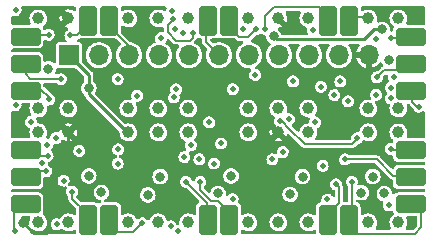
<source format=gtl>
%TF.GenerationSoftware,KiCad,Pcbnew,(6.0.4-0)*%
%TF.CreationDate,2022-05-02T21:47:30-07:00*%
%TF.ProjectId,hcms_dot_display_top,68636d73-5f64-46f7-945f-646973706c61,rev?*%
%TF.SameCoordinates,Original*%
%TF.FileFunction,Copper,L1,Top*%
%TF.FilePolarity,Positive*%
%FSLAX46Y46*%
G04 Gerber Fmt 4.6, Leading zero omitted, Abs format (unit mm)*
G04 Created by KiCad (PCBNEW (6.0.4-0)) date 2022-05-02 21:47:30*
%MOMM*%
%LPD*%
G01*
G04 APERTURE LIST*
G04 Aperture macros list*
%AMRoundRect*
0 Rectangle with rounded corners*
0 $1 Rounding radius*
0 $2 $3 $4 $5 $6 $7 $8 $9 X,Y pos of 4 corners*
0 Add a 4 corners polygon primitive as box body*
4,1,4,$2,$3,$4,$5,$6,$7,$8,$9,$2,$3,0*
0 Add four circle primitives for the rounded corners*
1,1,$1+$1,$2,$3*
1,1,$1+$1,$4,$5*
1,1,$1+$1,$6,$7*
1,1,$1+$1,$8,$9*
0 Add four rect primitives between the rounded corners*
20,1,$1+$1,$2,$3,$4,$5,0*
20,1,$1+$1,$4,$5,$6,$7,0*
20,1,$1+$1,$6,$7,$8,$9,0*
20,1,$1+$1,$8,$9,$2,$3,0*%
G04 Aperture macros list end*
%TA.AperFunction,SMDPad,CuDef*%
%ADD10RoundRect,0.150000X-0.600000X-1.100000X0.600000X-1.100000X0.600000X1.100000X-0.600000X1.100000X0*%
%TD*%
%TA.AperFunction,SMDPad,CuDef*%
%ADD11RoundRect,0.150000X1.100000X-0.600000X1.100000X0.600000X-1.100000X0.600000X-1.100000X-0.600000X0*%
%TD*%
%TA.AperFunction,ComponentPad*%
%ADD12C,1.000000*%
%TD*%
%TA.AperFunction,ComponentPad*%
%ADD13R,1.700000X1.700000*%
%TD*%
%TA.AperFunction,ComponentPad*%
%ADD14O,1.700000X1.700000*%
%TD*%
%TA.AperFunction,ViaPad*%
%ADD15C,0.500000*%
%TD*%
%TA.AperFunction,ViaPad*%
%ADD16C,0.800000*%
%TD*%
%TA.AperFunction,Conductor*%
%ADD17C,0.152400*%
%TD*%
%TA.AperFunction,Conductor*%
%ADD18C,0.254000*%
%TD*%
G04 APERTURE END LIST*
D10*
X149210000Y-114530000D03*
X151010000Y-114530000D03*
X159360000Y-114530000D03*
X161160000Y-114530000D03*
X169510000Y-114530000D03*
X171310000Y-114530000D03*
D11*
X143940000Y-98985000D03*
X143940000Y-101285000D03*
X143940000Y-103585000D03*
X143940000Y-108585000D03*
X143940000Y-110885000D03*
X143940000Y-113185000D03*
X176580000Y-113185000D03*
X176580000Y-110885000D03*
X176580000Y-108585000D03*
X176580000Y-103585000D03*
X176580000Y-101285000D03*
X176580000Y-98985000D03*
D10*
X149210000Y-97640000D03*
X151010000Y-97640000D03*
X159360000Y-97640000D03*
X161160000Y-97640000D03*
X169510000Y-97640000D03*
X171310000Y-97640000D03*
D12*
X145021778Y-114723222D03*
X145021778Y-105073222D03*
X147561778Y-114723222D03*
X147561778Y-105073222D03*
X152641778Y-114723222D03*
X152641778Y-105073222D03*
X155181778Y-114723222D03*
X155181778Y-105073222D03*
X157721778Y-114723222D03*
X157721778Y-105073222D03*
X162801778Y-114723222D03*
X162801778Y-105073222D03*
X165341778Y-114723222D03*
X165341778Y-105073222D03*
X167881778Y-114723222D03*
X167881778Y-105073222D03*
X172961778Y-114723222D03*
X172961778Y-105073222D03*
X175511778Y-114723222D03*
X175511778Y-105073222D03*
X175511778Y-107103222D03*
X175511778Y-97453222D03*
X172961778Y-107103222D03*
X172961778Y-97453222D03*
X167881778Y-107103222D03*
X167881778Y-97453222D03*
X165341778Y-107103222D03*
X165341778Y-97453222D03*
X162801778Y-107103222D03*
X162801778Y-97453222D03*
X157721778Y-107103222D03*
X157721778Y-97453222D03*
X155181778Y-107103222D03*
X155181778Y-97453222D03*
X152641778Y-107103222D03*
X152641778Y-97453222D03*
X147561778Y-107103222D03*
X147561778Y-97453222D03*
X145021778Y-107103222D03*
X145021778Y-97453222D03*
D13*
X147618222Y-100571778D03*
D14*
X150158222Y-100571778D03*
X152698222Y-100571778D03*
X155238222Y-100571778D03*
X157778222Y-100571778D03*
X160318222Y-100571778D03*
X162858222Y-100571778D03*
X165398222Y-100571778D03*
X167938222Y-100571778D03*
X170478222Y-100571778D03*
X173018222Y-100571778D03*
D15*
X145360000Y-109730000D03*
X144380000Y-106220000D03*
X168454002Y-106250608D03*
X166590000Y-102790000D03*
X166240000Y-105980000D03*
D16*
X149290000Y-110800000D03*
X155340000Y-110840000D03*
D15*
X156690000Y-103440000D03*
X156590000Y-98390000D03*
D16*
X161340000Y-110790000D03*
X174320000Y-112270000D03*
X174710000Y-100950000D03*
X154290000Y-112390000D03*
X145880000Y-101710000D03*
X172380000Y-112210000D03*
X150370000Y-112180000D03*
X166340000Y-112340000D03*
X160240000Y-112260000D03*
X167390000Y-110840000D03*
X173340000Y-110840000D03*
D15*
X160490000Y-108040000D03*
X161480000Y-112760000D03*
X156230000Y-115060000D03*
X143040000Y-115490000D03*
X173640000Y-99190000D03*
X171560000Y-111290000D03*
X155390000Y-99140000D03*
X143090000Y-104790000D03*
X174870000Y-103310000D03*
X156810000Y-115460000D03*
X156340000Y-96790000D03*
X175120000Y-102410000D03*
X143090000Y-96740000D03*
X150880000Y-102990000D03*
X168130000Y-112815000D03*
X143455000Y-107115000D03*
X166705000Y-101490000D03*
X156530000Y-105390000D03*
X150930000Y-104115000D03*
X166580000Y-114515000D03*
X155980000Y-102165000D03*
D16*
X143740000Y-114740000D03*
D15*
X150905000Y-108015000D03*
X151880000Y-112015000D03*
X174255000Y-97115000D03*
X164080000Y-114490000D03*
X174190000Y-115040000D03*
X153455000Y-99140000D03*
X176905000Y-97365000D03*
X172680000Y-102640000D03*
X146305000Y-97040000D03*
X143880000Y-97590000D03*
X169705000Y-110890000D03*
X166680000Y-97790000D03*
X157655000Y-102215000D03*
X176830000Y-114515000D03*
X163730000Y-106090000D03*
X143855000Y-105690000D03*
X153955000Y-97165000D03*
X156505000Y-106615000D03*
X163605000Y-112790000D03*
X163780000Y-110990000D03*
D16*
X174140000Y-98390000D03*
X149290000Y-103340000D03*
X164940000Y-98940000D03*
D15*
X157940000Y-108190000D03*
X151740000Y-102590000D03*
X158080000Y-98670000D03*
X151790000Y-108540000D03*
X174860000Y-108510000D03*
X151740000Y-109740000D03*
X158740000Y-111290000D03*
X145810000Y-109090000D03*
X163440000Y-98390000D03*
X156393991Y-97536406D03*
X170590000Y-102790000D03*
X145709440Y-110377100D03*
X164240000Y-98340000D03*
X170230000Y-111490000D03*
X170990000Y-109390000D03*
X171248501Y-104459483D03*
X174850000Y-99070000D03*
X147890000Y-112120000D03*
X147740000Y-98890000D03*
X145890000Y-98840000D03*
X157270000Y-98700000D03*
X158656647Y-109383918D03*
X174870000Y-104210000D03*
X146571355Y-114891744D03*
X153390000Y-103990000D03*
X146490000Y-107590000D03*
X173690000Y-102440000D03*
X173624068Y-103919205D03*
X153840000Y-114790000D03*
X146940000Y-102590000D03*
X157390000Y-109190000D03*
X163390000Y-102240000D03*
X165460000Y-106150000D03*
X165716950Y-108768507D03*
X164840000Y-109390000D03*
X157509785Y-111285191D03*
X145936072Y-104308326D03*
X145790000Y-108140000D03*
X172010514Y-107608336D03*
X177250000Y-104920000D03*
X147153913Y-111180861D03*
X148490000Y-108664300D03*
X174690000Y-113290000D03*
X169500000Y-112780000D03*
X162390000Y-98390000D03*
X156490000Y-104140000D03*
X170090000Y-103940000D03*
X161490000Y-103440000D03*
X169090000Y-109940000D03*
X159890000Y-109740000D03*
X168290000Y-98440000D03*
X159490000Y-106240000D03*
X168940000Y-103240000D03*
D17*
X145810000Y-109090000D02*
X144445000Y-109090000D01*
X147890000Y-112120000D02*
X147890000Y-112725000D01*
X147890000Y-112725000D02*
X149190000Y-114025000D01*
X149190000Y-114025000D02*
X149190000Y-114690000D01*
X171560000Y-111290000D02*
X171560000Y-114420000D01*
X172030000Y-115665000D02*
X176905000Y-115665000D01*
X171560000Y-114420000D02*
X171290000Y-114690000D01*
X142940000Y-115390000D02*
X142940000Y-113940000D01*
X176905000Y-115665000D02*
X177455000Y-115115000D01*
X177455000Y-113855000D02*
X176690000Y-113090000D01*
X142940000Y-113940000D02*
X143790000Y-113090000D01*
X171290000Y-114925000D02*
X172030000Y-115665000D01*
X171475000Y-97355000D02*
X171290000Y-97540000D01*
X172940000Y-97355000D02*
X171475000Y-97355000D01*
X171290000Y-114690000D02*
X171290000Y-114925000D01*
X177455000Y-115115000D02*
X177455000Y-113855000D01*
X143040000Y-115490000D02*
X142940000Y-115390000D01*
D18*
X146990000Y-112090000D02*
X146540000Y-111640000D01*
X146540000Y-109140000D02*
X147540000Y-108140000D01*
X143740000Y-114740000D02*
X144640000Y-115640000D01*
X145933345Y-115346655D02*
X145933345Y-113696655D01*
X146540000Y-111640000D02*
X146540000Y-109140000D01*
X145640000Y-115640000D02*
X145933345Y-115346655D01*
X145933345Y-113696655D02*
X146990000Y-112640000D01*
X147540000Y-108140000D02*
X147540000Y-107005000D01*
X146990000Y-112640000D02*
X146990000Y-112090000D01*
X144640000Y-115640000D02*
X145640000Y-115640000D01*
X165220000Y-99220000D02*
X164940000Y-98940000D01*
X149290000Y-103875000D02*
X152420000Y-107005000D01*
X149290000Y-103340000D02*
X149290000Y-103875000D01*
X173440000Y-98390000D02*
X172610000Y-99220000D01*
X147615000Y-100565000D02*
X149290000Y-102240000D01*
X172610000Y-99220000D02*
X165220000Y-99220000D01*
X152420000Y-107005000D02*
X152620000Y-107005000D01*
X174140000Y-98390000D02*
X173440000Y-98390000D01*
X149290000Y-102240000D02*
X149290000Y-103340000D01*
D17*
X174935000Y-108585000D02*
X176580000Y-108585000D01*
X161140000Y-113840000D02*
X161140000Y-114690000D01*
X158080000Y-99090000D02*
X158080000Y-98670000D01*
X155960000Y-97990000D02*
X155960000Y-98640000D01*
X155960000Y-98640000D02*
X156650000Y-99330000D01*
X162790000Y-99040000D02*
X162055000Y-99040000D01*
X162055000Y-99040000D02*
X161140000Y-98125000D01*
X156393991Y-97536406D02*
X156393991Y-97556009D01*
X160250000Y-112950000D02*
X161140000Y-113840000D01*
X158740000Y-111290000D02*
X158740000Y-112006501D01*
X161140000Y-98125000D02*
X161140000Y-97540000D01*
X157840000Y-99330000D02*
X158080000Y-99090000D01*
X156650000Y-99330000D02*
X157840000Y-99330000D01*
X159683499Y-112950000D02*
X160250000Y-112950000D01*
X174860000Y-108510000D02*
X174935000Y-108585000D01*
X158740000Y-112006501D02*
X159683499Y-112950000D01*
X163440000Y-98390000D02*
X162790000Y-99040000D01*
X156393991Y-97556009D02*
X155960000Y-97990000D01*
X164240000Y-97230000D02*
X164965480Y-96504520D01*
X170490000Y-113047942D02*
X169490000Y-114047942D01*
X170230000Y-111490000D02*
X170490000Y-111750000D01*
X164965480Y-96504520D02*
X168780000Y-96504520D01*
X145709440Y-110377100D02*
X144447900Y-110377100D01*
X175090000Y-110790000D02*
X173690000Y-109390000D01*
X169510000Y-97234520D02*
X169510000Y-97640000D01*
X173690000Y-109390000D02*
X170990000Y-109390000D01*
X176690000Y-110790000D02*
X175090000Y-110790000D01*
X144447900Y-110377100D02*
X143940000Y-110885000D01*
X164240000Y-98340000D02*
X164240000Y-97230000D01*
X170490000Y-111750000D02*
X170490000Y-113047942D01*
X168780000Y-96504520D02*
X169510000Y-97234520D01*
X169490000Y-114047942D02*
X169490000Y-114690000D01*
X145890000Y-98840000D02*
X145840000Y-98890000D01*
X176495000Y-99070000D02*
X176580000Y-98985000D01*
X149190000Y-98030000D02*
X149190000Y-97540000D01*
X147740000Y-98890000D02*
X148330000Y-98890000D01*
X174850000Y-99070000D02*
X176495000Y-99070000D01*
X148330000Y-98890000D02*
X149190000Y-98030000D01*
X145840000Y-98890000D02*
X143790000Y-98890000D01*
X150990000Y-114690000D02*
X150990000Y-114825000D01*
X143940000Y-102200000D02*
X143940000Y-101285000D01*
X150990000Y-98090000D02*
X150990000Y-97540000D01*
X152695000Y-99795000D02*
X150990000Y-98090000D01*
X174274185Y-101855815D02*
X176009185Y-101855815D01*
X144299280Y-102559280D02*
X143940000Y-102200000D01*
X146909280Y-102559280D02*
X144299280Y-102559280D01*
X173690000Y-102440000D02*
X174274185Y-101855815D01*
X176009185Y-101855815D02*
X176675000Y-101190000D01*
X146940000Y-102590000D02*
X146909280Y-102559280D01*
X153060000Y-115570000D02*
X153840000Y-114790000D01*
X151735000Y-115570000D02*
X153060000Y-115570000D01*
X150990000Y-114825000D02*
X151735000Y-115570000D01*
X152695000Y-100565000D02*
X152695000Y-99795000D01*
X159240000Y-97640000D02*
X159340000Y-97540000D01*
X176690000Y-104500000D02*
X176690000Y-103490000D01*
X171570000Y-108100000D02*
X171960000Y-107710000D01*
X171960000Y-107658850D02*
X172010514Y-107608336D01*
X159240000Y-99490000D02*
X159240000Y-97640000D01*
X166260000Y-106790000D02*
X167570000Y-108100000D01*
X145936072Y-104136072D02*
X145290000Y-103490000D01*
X167570000Y-108100000D02*
X169410000Y-108100000D01*
X177250000Y-104920000D02*
X177110000Y-104920000D01*
X145290000Y-103490000D02*
X143790000Y-103490000D01*
X160315000Y-100565000D02*
X159240000Y-99490000D01*
X171960000Y-107710000D02*
X171960000Y-107658850D01*
X169410000Y-108100000D02*
X171570000Y-108100000D01*
X159340000Y-113115406D02*
X159340000Y-114690000D01*
X157509785Y-111285191D02*
X159340000Y-113115406D01*
X145936072Y-104308326D02*
X145936072Y-104136072D01*
X177110000Y-104920000D02*
X176690000Y-104500000D01*
X165620000Y-106150000D02*
X166260000Y-106790000D01*
X165460000Y-106150000D02*
X165620000Y-106150000D01*
%TA.AperFunction,Conductor*%
G36*
X155819294Y-96454502D02*
G01*
X155865787Y-96508158D01*
X155875891Y-96578432D01*
X155865228Y-96614049D01*
X155852583Y-96640982D01*
X155851203Y-96649846D01*
X155851202Y-96649849D01*
X155833392Y-96764233D01*
X155803147Y-96828466D01*
X155742977Y-96866150D01*
X155671986Y-96865322D01*
X155641378Y-96851233D01*
X155621420Y-96838567D01*
X155514622Y-96770791D01*
X155463123Y-96752453D01*
X155361794Y-96716371D01*
X155361789Y-96716370D01*
X155355159Y-96714009D01*
X155348173Y-96713176D01*
X155348169Y-96713175D01*
X155229065Y-96698973D01*
X155187079Y-96693967D01*
X155180076Y-96694703D01*
X155180075Y-96694703D01*
X155025743Y-96710923D01*
X155025739Y-96710924D01*
X155018735Y-96711660D01*
X155012064Y-96713931D01*
X154865165Y-96763939D01*
X154865162Y-96763940D01*
X154858495Y-96766210D01*
X154852497Y-96769900D01*
X154852495Y-96769901D01*
X154720321Y-96851215D01*
X154720319Y-96851217D01*
X154714322Y-96854906D01*
X154659208Y-96908878D01*
X154614112Y-96953040D01*
X154593383Y-96973339D01*
X154589572Y-96979253D01*
X154589570Y-96979255D01*
X154557205Y-97029476D01*
X154501687Y-97115622D01*
X154484197Y-97163675D01*
X154446203Y-97268062D01*
X154446202Y-97268067D01*
X154443793Y-97274685D01*
X154422578Y-97442621D01*
X154439096Y-97611084D01*
X154492526Y-97771701D01*
X154503140Y-97789227D01*
X154574371Y-97906842D01*
X154580213Y-97916489D01*
X154585104Y-97921554D01*
X154585105Y-97921555D01*
X154615563Y-97953095D01*
X154697799Y-98038253D01*
X154839438Y-98130939D01*
X154998093Y-98189942D01*
X155005074Y-98190873D01*
X155005076Y-98190874D01*
X155158896Y-98211398D01*
X155158900Y-98211398D01*
X155165877Y-98212329D01*
X155172888Y-98211691D01*
X155172892Y-98211691D01*
X155327430Y-98197627D01*
X155334451Y-98196988D01*
X155464365Y-98154776D01*
X155535331Y-98152748D01*
X155596129Y-98189411D01*
X155627454Y-98253123D01*
X155629300Y-98274609D01*
X155629300Y-98515749D01*
X155609298Y-98583870D01*
X155555642Y-98630363D01*
X155485368Y-98640467D01*
X155481455Y-98639606D01*
X155473939Y-98638482D01*
X155465337Y-98635910D01*
X155456363Y-98635855D01*
X155456361Y-98635855D01*
X155393082Y-98635469D01*
X155320827Y-98635028D01*
X155312196Y-98637495D01*
X155312194Y-98637495D01*
X155190509Y-98672272D01*
X155190505Y-98672274D01*
X155181879Y-98674739D01*
X155174292Y-98679526D01*
X155174290Y-98679527D01*
X155076890Y-98740982D01*
X155059661Y-98751853D01*
X155053718Y-98758582D01*
X155053717Y-98758583D01*
X155032900Y-98782154D01*
X154963999Y-98860170D01*
X154960185Y-98868293D01*
X154960184Y-98868295D01*
X154947357Y-98895616D01*
X154902583Y-98990982D01*
X154901203Y-98999846D01*
X154901202Y-98999849D01*
X154882609Y-99119267D01*
X154880350Y-99133773D01*
X154881514Y-99142675D01*
X154881514Y-99142678D01*
X154890919Y-99214595D01*
X154899088Y-99277065D01*
X154907965Y-99297239D01*
X154936935Y-99363081D01*
X154946061Y-99433489D01*
X154915674Y-99497653D01*
X154865216Y-99532038D01*
X154817255Y-99549732D01*
X154760685Y-99570602D01*
X154755724Y-99573554D01*
X154755723Y-99573554D01*
X154746917Y-99578793D01*
X154586232Y-99674390D01*
X154581892Y-99678196D01*
X154581888Y-99678199D01*
X154437961Y-99804421D01*
X154433614Y-99808233D01*
X154307942Y-99967647D01*
X154305253Y-99972758D01*
X154305251Y-99972761D01*
X154294903Y-99992430D01*
X154213425Y-100147293D01*
X154153229Y-100341156D01*
X154129370Y-100542742D01*
X154142646Y-100745300D01*
X154144067Y-100750896D01*
X154144068Y-100750901D01*
X154191149Y-100936280D01*
X154192614Y-100942047D01*
X154195031Y-100947290D01*
X154256676Y-101081009D01*
X154277599Y-101126394D01*
X154394755Y-101292167D01*
X154540160Y-101433813D01*
X154708942Y-101546590D01*
X154714245Y-101548868D01*
X154714248Y-101548870D01*
X154889033Y-101623963D01*
X154895450Y-101626720D01*
X154936829Y-101636083D01*
X155087801Y-101670245D01*
X155087806Y-101670246D01*
X155093438Y-101671520D01*
X155099209Y-101671747D01*
X155099211Y-101671747D01*
X155158978Y-101674095D01*
X155296275Y-101679490D01*
X155402432Y-101664098D01*
X155491453Y-101651191D01*
X155491458Y-101651190D01*
X155497167Y-101650362D01*
X155502631Y-101648507D01*
X155502636Y-101648506D01*
X155683915Y-101586970D01*
X155683920Y-101586968D01*
X155689387Y-101585112D01*
X155695241Y-101581834D01*
X155796519Y-101525115D01*
X155866498Y-101485925D01*
X155929156Y-101433813D01*
X156018135Y-101359809D01*
X156022567Y-101356123D01*
X156106149Y-101255627D01*
X156148675Y-101204496D01*
X156148677Y-101204493D01*
X156152369Y-101200054D01*
X156233546Y-101055102D01*
X156248732Y-101027986D01*
X156248733Y-101027984D01*
X156251556Y-101022943D01*
X156253412Y-101017476D01*
X156253414Y-101017471D01*
X156314950Y-100836192D01*
X156314951Y-100836187D01*
X156316806Y-100830723D01*
X156317634Y-100825014D01*
X156317635Y-100825009D01*
X156341832Y-100658120D01*
X156345934Y-100629831D01*
X156347454Y-100571778D01*
X156328880Y-100369637D01*
X156323109Y-100349174D01*
X156275347Y-100179824D01*
X156275346Y-100179822D01*
X156273779Y-100174265D01*
X156263200Y-100152811D01*
X156186553Y-99997387D01*
X156183998Y-99992206D01*
X156062542Y-99829557D01*
X155913480Y-99691765D01*
X155908597Y-99688684D01*
X155908593Y-99688681D01*
X155822329Y-99634253D01*
X155775390Y-99580986D01*
X155764701Y-99510799D01*
X155796148Y-99443137D01*
X155806523Y-99431674D01*
X155806524Y-99431672D01*
X155812551Y-99425014D01*
X155875560Y-99294962D01*
X155877048Y-99286115D01*
X155877405Y-99284998D01*
X155917172Y-99226184D01*
X155982424Y-99198207D01*
X156052443Y-99209949D01*
X156086534Y-99234214D01*
X156402052Y-99549732D01*
X156409478Y-99557836D01*
X156427063Y-99578793D01*
X156427066Y-99578796D01*
X156434151Y-99587239D01*
X156443698Y-99592751D01*
X156467383Y-99606426D01*
X156476639Y-99612322D01*
X156508083Y-99634340D01*
X156518735Y-99637194D01*
X156522114Y-99638770D01*
X156525604Y-99640040D01*
X156535149Y-99645551D01*
X156546002Y-99647465D01*
X156546003Y-99647465D01*
X156572953Y-99652217D01*
X156583682Y-99654596D01*
X156595525Y-99657769D01*
X156620733Y-99664523D01*
X156631709Y-99663563D01*
X156631710Y-99663563D01*
X156658960Y-99661179D01*
X156669940Y-99660700D01*
X156830144Y-99660700D01*
X156898265Y-99680702D01*
X156944758Y-99734358D01*
X156954862Y-99804632D01*
X156929094Y-99864706D01*
X156847942Y-99967647D01*
X156845253Y-99972758D01*
X156845251Y-99972761D01*
X156834903Y-99992430D01*
X156753425Y-100147293D01*
X156693229Y-100341156D01*
X156669370Y-100542742D01*
X156682646Y-100745300D01*
X156684067Y-100750896D01*
X156684068Y-100750901D01*
X156731149Y-100936280D01*
X156732614Y-100942047D01*
X156735031Y-100947290D01*
X156796676Y-101081009D01*
X156817599Y-101126394D01*
X156934755Y-101292167D01*
X157080160Y-101433813D01*
X157248942Y-101546590D01*
X157254245Y-101548868D01*
X157254248Y-101548870D01*
X157429033Y-101623963D01*
X157435450Y-101626720D01*
X157476829Y-101636083D01*
X157627801Y-101670245D01*
X157627806Y-101670246D01*
X157633438Y-101671520D01*
X157639209Y-101671747D01*
X157639211Y-101671747D01*
X157698978Y-101674095D01*
X157836275Y-101679490D01*
X157942432Y-101664098D01*
X158031453Y-101651191D01*
X158031458Y-101651190D01*
X158037167Y-101650362D01*
X158042631Y-101648507D01*
X158042636Y-101648506D01*
X158223915Y-101586970D01*
X158223920Y-101586968D01*
X158229387Y-101585112D01*
X158235241Y-101581834D01*
X158336519Y-101525115D01*
X158406498Y-101485925D01*
X158469156Y-101433813D01*
X158558135Y-101359809D01*
X158562567Y-101356123D01*
X158646149Y-101255627D01*
X158688675Y-101204496D01*
X158688677Y-101204493D01*
X158692369Y-101200054D01*
X158773546Y-101055102D01*
X158788732Y-101027986D01*
X158788733Y-101027984D01*
X158791556Y-101022943D01*
X158793412Y-101017476D01*
X158793414Y-101017471D01*
X158854950Y-100836192D01*
X158854951Y-100836187D01*
X158856806Y-100830723D01*
X158857634Y-100825014D01*
X158857635Y-100825009D01*
X158881832Y-100658120D01*
X158885934Y-100629831D01*
X158887454Y-100571778D01*
X158868880Y-100369637D01*
X158863109Y-100349174D01*
X158815347Y-100179824D01*
X158815346Y-100179822D01*
X158813779Y-100174265D01*
X158803200Y-100152811D01*
X158726553Y-99997387D01*
X158723998Y-99992206D01*
X158602542Y-99829557D01*
X158453480Y-99691765D01*
X158448597Y-99688684D01*
X158448593Y-99688681D01*
X158328483Y-99612898D01*
X158284583Y-99585199D01*
X158284582Y-99585198D01*
X158281803Y-99583445D01*
X158282148Y-99582899D01*
X158233558Y-99537001D01*
X158216496Y-99468085D01*
X158239402Y-99400885D01*
X158253285Y-99384395D01*
X158299732Y-99337948D01*
X158307836Y-99330522D01*
X158328793Y-99312937D01*
X158328796Y-99312934D01*
X158337239Y-99305849D01*
X158349115Y-99285280D01*
X158356426Y-99272617D01*
X158362322Y-99263361D01*
X158384340Y-99231917D01*
X158387194Y-99221265D01*
X158388770Y-99217886D01*
X158390040Y-99214396D01*
X158395551Y-99204851D01*
X158397785Y-99192182D01*
X158399067Y-99189595D01*
X158401236Y-99183636D01*
X158401901Y-99183878D01*
X158429312Y-99128569D01*
X158490226Y-99092100D01*
X158561187Y-99094352D01*
X158579075Y-99101795D01*
X158613366Y-99119267D01*
X158633445Y-99129498D01*
X158728166Y-99144500D01*
X158783300Y-99144500D01*
X158851421Y-99164502D01*
X158897914Y-99218158D01*
X158909300Y-99270500D01*
X158909300Y-99470051D01*
X158908821Y-99481032D01*
X158906541Y-99507098D01*
X158905476Y-99519267D01*
X158915409Y-99556339D01*
X158917784Y-99567053D01*
X158919274Y-99575500D01*
X158922483Y-99593699D01*
X158924449Y-99604851D01*
X158929960Y-99614396D01*
X158931231Y-99617889D01*
X158932806Y-99621267D01*
X158935660Y-99631916D01*
X158941984Y-99640947D01*
X158941985Y-99640950D01*
X158957673Y-99663355D01*
X158963578Y-99672624D01*
X158982761Y-99705849D01*
X158991202Y-99712932D01*
X158991203Y-99712933D01*
X159012159Y-99730517D01*
X159020263Y-99737943D01*
X159274749Y-99992430D01*
X159308774Y-100054742D01*
X159303709Y-100125558D01*
X159297162Y-100140191D01*
X159293425Y-100147293D01*
X159233229Y-100341156D01*
X159209370Y-100542742D01*
X159222646Y-100745300D01*
X159224067Y-100750896D01*
X159224068Y-100750901D01*
X159271149Y-100936280D01*
X159272614Y-100942047D01*
X159275031Y-100947290D01*
X159336676Y-101081009D01*
X159357599Y-101126394D01*
X159474755Y-101292167D01*
X159620160Y-101433813D01*
X159788942Y-101546590D01*
X159794245Y-101548868D01*
X159794248Y-101548870D01*
X159969033Y-101623963D01*
X159975450Y-101626720D01*
X160016829Y-101636083D01*
X160167801Y-101670245D01*
X160167806Y-101670246D01*
X160173438Y-101671520D01*
X160179209Y-101671747D01*
X160179211Y-101671747D01*
X160238978Y-101674095D01*
X160376275Y-101679490D01*
X160482432Y-101664098D01*
X160571453Y-101651191D01*
X160571458Y-101651190D01*
X160577167Y-101650362D01*
X160582631Y-101648507D01*
X160582636Y-101648506D01*
X160763915Y-101586970D01*
X160763920Y-101586968D01*
X160769387Y-101585112D01*
X160775241Y-101581834D01*
X160876519Y-101525115D01*
X160946498Y-101485925D01*
X161009156Y-101433813D01*
X161098135Y-101359809D01*
X161102567Y-101356123D01*
X161186149Y-101255627D01*
X161228675Y-101204496D01*
X161228677Y-101204493D01*
X161232369Y-101200054D01*
X161313546Y-101055102D01*
X161328732Y-101027986D01*
X161328733Y-101027984D01*
X161331556Y-101022943D01*
X161333412Y-101017476D01*
X161333414Y-101017471D01*
X161394950Y-100836192D01*
X161394951Y-100836187D01*
X161396806Y-100830723D01*
X161397634Y-100825014D01*
X161397635Y-100825009D01*
X161421832Y-100658120D01*
X161425934Y-100629831D01*
X161427454Y-100571778D01*
X161408880Y-100369637D01*
X161403109Y-100349174D01*
X161355347Y-100179824D01*
X161355346Y-100179822D01*
X161353779Y-100174265D01*
X161343200Y-100152811D01*
X161266553Y-99997387D01*
X161263998Y-99992206D01*
X161142542Y-99829557D01*
X160993480Y-99691765D01*
X160988597Y-99688684D01*
X160988593Y-99688681D01*
X160826686Y-99586526D01*
X160821803Y-99583445D01*
X160633261Y-99508224D01*
X160627601Y-99507098D01*
X160627597Y-99507097D01*
X160439835Y-99469749D01*
X160439832Y-99469749D01*
X160434168Y-99468622D01*
X160428393Y-99468546D01*
X160428389Y-99468546D01*
X160327015Y-99467219D01*
X160231193Y-99465965D01*
X160225496Y-99466944D01*
X160225495Y-99466944D01*
X160046781Y-99497653D01*
X160031132Y-99500342D01*
X159981788Y-99518546D01*
X159878076Y-99556807D01*
X159807242Y-99561619D01*
X159745370Y-99527690D01*
X159607605Y-99389925D01*
X159573579Y-99327613D01*
X159570700Y-99300830D01*
X159570700Y-99270500D01*
X159590702Y-99202379D01*
X159644358Y-99155886D01*
X159696700Y-99144500D01*
X159991834Y-99144500D01*
X160086555Y-99129498D01*
X160200723Y-99071326D01*
X160202253Y-99074330D01*
X160252801Y-99056292D01*
X160319085Y-99071702D01*
X160319277Y-99071326D01*
X160324357Y-99073914D01*
X160324361Y-99073917D01*
X160371011Y-99097686D01*
X160433445Y-99129498D01*
X160528166Y-99144500D01*
X161639630Y-99144500D01*
X161707751Y-99164502D01*
X161728725Y-99181405D01*
X161807052Y-99259732D01*
X161814478Y-99267836D01*
X161832063Y-99288793D01*
X161832066Y-99288796D01*
X161839151Y-99297239D01*
X161848698Y-99302751D01*
X161872383Y-99316426D01*
X161881639Y-99322322D01*
X161913083Y-99344340D01*
X161923735Y-99347194D01*
X161927114Y-99348770D01*
X161930604Y-99350040D01*
X161940149Y-99355551D01*
X161951002Y-99357465D01*
X161951003Y-99357465D01*
X161977953Y-99362217D01*
X161988682Y-99364596D01*
X162015087Y-99371671D01*
X162015089Y-99371671D01*
X162025733Y-99374523D01*
X162036708Y-99373563D01*
X162036710Y-99373563D01*
X162063957Y-99371179D01*
X162074938Y-99370700D01*
X162258469Y-99370700D01*
X162326590Y-99390702D01*
X162373083Y-99444358D01*
X162383187Y-99514632D01*
X162353693Y-99579212D01*
X162322892Y-99604985D01*
X162206232Y-99674390D01*
X162201892Y-99678196D01*
X162201888Y-99678199D01*
X162057961Y-99804421D01*
X162053614Y-99808233D01*
X161927942Y-99967647D01*
X161925253Y-99972758D01*
X161925251Y-99972761D01*
X161914903Y-99992430D01*
X161833425Y-100147293D01*
X161773229Y-100341156D01*
X161749370Y-100542742D01*
X161762646Y-100745300D01*
X161764067Y-100750896D01*
X161764068Y-100750901D01*
X161811149Y-100936280D01*
X161812614Y-100942047D01*
X161815031Y-100947290D01*
X161876676Y-101081009D01*
X161897599Y-101126394D01*
X162014755Y-101292167D01*
X162160160Y-101433813D01*
X162328942Y-101546590D01*
X162334245Y-101548868D01*
X162334248Y-101548870D01*
X162509033Y-101623963D01*
X162515450Y-101626720D01*
X162556829Y-101636083D01*
X162707801Y-101670245D01*
X162707806Y-101670246D01*
X162713438Y-101671520D01*
X162719209Y-101671747D01*
X162719211Y-101671747D01*
X162796337Y-101674777D01*
X162916275Y-101679490D01*
X162921996Y-101678661D01*
X162927023Y-101678397D01*
X162996098Y-101694804D01*
X163045336Y-101745952D01*
X163059106Y-101815600D01*
X163033036Y-101881637D01*
X163028063Y-101887631D01*
X163018508Y-101898450D01*
X162963999Y-101960170D01*
X162960185Y-101968293D01*
X162960184Y-101968295D01*
X162944801Y-102001060D01*
X162902583Y-102090982D01*
X162901203Y-102099846D01*
X162901202Y-102099849D01*
X162882919Y-102217276D01*
X162880350Y-102233773D01*
X162881514Y-102242675D01*
X162881514Y-102242678D01*
X162897014Y-102361203D01*
X162899088Y-102377065D01*
X162957289Y-102509339D01*
X162963063Y-102516208D01*
X163039590Y-102607247D01*
X163050276Y-102619960D01*
X163057747Y-102624933D01*
X163057748Y-102624934D01*
X163163101Y-102695063D01*
X163163103Y-102695064D01*
X163170574Y-102700037D01*
X163179138Y-102702713D01*
X163179141Y-102702714D01*
X163228594Y-102718164D01*
X163308510Y-102743132D01*
X163452998Y-102745780D01*
X163479767Y-102738482D01*
X163583763Y-102710130D01*
X163583765Y-102710129D01*
X163592422Y-102707769D01*
X163715572Y-102632154D01*
X163812551Y-102525014D01*
X163854332Y-102438777D01*
X163871645Y-102403043D01*
X163871645Y-102403042D01*
X163875560Y-102394962D01*
X163899536Y-102252453D01*
X163899688Y-102240000D01*
X163885482Y-102140805D01*
X163880474Y-102105835D01*
X163880473Y-102105833D01*
X163879201Y-102096948D01*
X163819388Y-101965395D01*
X163813530Y-101958596D01*
X163813527Y-101958592D01*
X163730916Y-101862718D01*
X163730913Y-101862716D01*
X163725056Y-101855918D01*
X163603790Y-101777317D01*
X163473225Y-101738269D01*
X163413692Y-101699587D01*
X163384522Y-101634859D01*
X163394978Y-101564637D01*
X163447760Y-101507620D01*
X163486498Y-101485925D01*
X163549156Y-101433813D01*
X163638135Y-101359809D01*
X163642567Y-101356123D01*
X163726149Y-101255627D01*
X163768675Y-101204496D01*
X163768677Y-101204493D01*
X163772369Y-101200054D01*
X163853546Y-101055102D01*
X163868732Y-101027986D01*
X163868733Y-101027984D01*
X163871556Y-101022943D01*
X163873412Y-101017476D01*
X163873414Y-101017471D01*
X163934950Y-100836192D01*
X163934951Y-100836187D01*
X163936806Y-100830723D01*
X163937634Y-100825014D01*
X163937635Y-100825009D01*
X163961832Y-100658120D01*
X163965934Y-100629831D01*
X163967454Y-100571778D01*
X163948880Y-100369637D01*
X163943109Y-100349174D01*
X163895347Y-100179824D01*
X163895346Y-100179822D01*
X163893779Y-100174265D01*
X163883200Y-100152811D01*
X163806553Y-99997387D01*
X163803998Y-99992206D01*
X163682542Y-99829557D01*
X163533480Y-99691765D01*
X163528597Y-99688684D01*
X163528593Y-99688681D01*
X163366686Y-99586526D01*
X163361803Y-99583445D01*
X163173261Y-99508224D01*
X163120117Y-99497653D01*
X163086832Y-99491032D01*
X163023923Y-99458124D01*
X162988791Y-99396429D01*
X162992591Y-99325534D01*
X163014892Y-99286462D01*
X163022777Y-99277065D01*
X163030523Y-99267833D01*
X163037948Y-99259732D01*
X163365854Y-98931826D01*
X163428166Y-98897800D01*
X163457257Y-98894942D01*
X163494021Y-98895616D01*
X163494024Y-98895616D01*
X163502998Y-98895780D01*
X163603813Y-98868295D01*
X163633763Y-98860130D01*
X163633765Y-98860129D01*
X163642422Y-98857769D01*
X163765572Y-98782154D01*
X163771596Y-98775499D01*
X163778493Y-98767880D01*
X163839037Y-98730801D01*
X163910017Y-98732340D01*
X163941725Y-98747551D01*
X164013101Y-98795063D01*
X164013103Y-98795064D01*
X164020574Y-98800037D01*
X164029138Y-98802713D01*
X164029141Y-98802714D01*
X164079663Y-98818498D01*
X164158510Y-98843132D01*
X164167485Y-98843296D01*
X164176347Y-98844732D01*
X164175811Y-98848043D01*
X164227999Y-98864414D01*
X164273499Y-98918915D01*
X164283182Y-98955316D01*
X164296322Y-99074330D01*
X164298113Y-99090553D01*
X164300723Y-99097684D01*
X164300723Y-99097686D01*
X164345327Y-99219572D01*
X164352553Y-99239319D01*
X164356789Y-99245622D01*
X164356789Y-99245623D01*
X164435718Y-99363081D01*
X164440908Y-99370805D01*
X164446527Y-99375918D01*
X164446528Y-99375919D01*
X164552460Y-99472309D01*
X164558076Y-99477419D01*
X164654126Y-99529570D01*
X164704448Y-99579653D01*
X164719704Y-99648991D01*
X164695052Y-99715570D01*
X164677082Y-99735033D01*
X164597961Y-99804421D01*
X164593614Y-99808233D01*
X164467942Y-99967647D01*
X164465253Y-99972758D01*
X164465251Y-99972761D01*
X164454903Y-99992430D01*
X164373425Y-100147293D01*
X164313229Y-100341156D01*
X164289370Y-100542742D01*
X164302646Y-100745300D01*
X164304067Y-100750896D01*
X164304068Y-100750901D01*
X164351149Y-100936280D01*
X164352614Y-100942047D01*
X164355031Y-100947290D01*
X164416676Y-101081009D01*
X164437599Y-101126394D01*
X164554755Y-101292167D01*
X164700160Y-101433813D01*
X164868942Y-101546590D01*
X164874245Y-101548868D01*
X164874248Y-101548870D01*
X165049033Y-101623963D01*
X165055450Y-101626720D01*
X165096829Y-101636083D01*
X165247801Y-101670245D01*
X165247806Y-101670246D01*
X165253438Y-101671520D01*
X165259209Y-101671747D01*
X165259211Y-101671747D01*
X165318978Y-101674095D01*
X165456275Y-101679490D01*
X165562432Y-101664098D01*
X165651453Y-101651191D01*
X165651458Y-101651190D01*
X165657167Y-101650362D01*
X165662631Y-101648507D01*
X165662636Y-101648506D01*
X165843915Y-101586970D01*
X165843920Y-101586968D01*
X165849387Y-101585112D01*
X165855241Y-101581834D01*
X165956519Y-101525115D01*
X166026498Y-101485925D01*
X166089156Y-101433813D01*
X166178135Y-101359809D01*
X166182567Y-101356123D01*
X166266149Y-101255627D01*
X166308675Y-101204496D01*
X166308677Y-101204493D01*
X166312369Y-101200054D01*
X166393546Y-101055102D01*
X166408732Y-101027986D01*
X166408733Y-101027984D01*
X166411556Y-101022943D01*
X166413412Y-101017476D01*
X166413414Y-101017471D01*
X166474950Y-100836192D01*
X166474951Y-100836187D01*
X166476806Y-100830723D01*
X166477634Y-100825014D01*
X166477635Y-100825009D01*
X166501832Y-100658120D01*
X166505934Y-100629831D01*
X166507454Y-100571778D01*
X166488880Y-100369637D01*
X166483109Y-100349174D01*
X166435347Y-100179824D01*
X166435346Y-100179822D01*
X166433779Y-100174265D01*
X166423200Y-100152811D01*
X166346553Y-99997387D01*
X166343998Y-99992206D01*
X166222542Y-99829557D01*
X166212228Y-99820023D01*
X166175784Y-99759098D01*
X166178064Y-99688138D01*
X166218346Y-99629675D01*
X166283840Y-99602271D01*
X166297758Y-99601500D01*
X167037252Y-99601500D01*
X167105373Y-99621502D01*
X167151866Y-99675158D01*
X167161970Y-99745432D01*
X167132123Y-99807057D01*
X167133614Y-99808233D01*
X167007942Y-99967647D01*
X167005253Y-99972758D01*
X167005251Y-99972761D01*
X166994903Y-99992430D01*
X166913425Y-100147293D01*
X166853229Y-100341156D01*
X166829370Y-100542742D01*
X166842646Y-100745300D01*
X166844067Y-100750896D01*
X166844068Y-100750901D01*
X166891149Y-100936280D01*
X166892614Y-100942047D01*
X166895031Y-100947290D01*
X166956676Y-101081009D01*
X166977599Y-101126394D01*
X167094755Y-101292167D01*
X167240160Y-101433813D01*
X167408942Y-101546590D01*
X167414245Y-101548868D01*
X167414248Y-101548870D01*
X167589033Y-101623963D01*
X167595450Y-101626720D01*
X167636829Y-101636083D01*
X167787801Y-101670245D01*
X167787806Y-101670246D01*
X167793438Y-101671520D01*
X167799209Y-101671747D01*
X167799211Y-101671747D01*
X167858978Y-101674095D01*
X167996275Y-101679490D01*
X168102432Y-101664098D01*
X168191453Y-101651191D01*
X168191458Y-101651190D01*
X168197167Y-101650362D01*
X168202631Y-101648507D01*
X168202636Y-101648506D01*
X168383915Y-101586970D01*
X168383920Y-101586968D01*
X168389387Y-101585112D01*
X168395241Y-101581834D01*
X168496519Y-101525115D01*
X168566498Y-101485925D01*
X168629156Y-101433813D01*
X168718135Y-101359809D01*
X168722567Y-101356123D01*
X168806149Y-101255627D01*
X168848675Y-101204496D01*
X168848677Y-101204493D01*
X168852369Y-101200054D01*
X168933546Y-101055102D01*
X168948732Y-101027986D01*
X168948733Y-101027984D01*
X168951556Y-101022943D01*
X168953412Y-101017476D01*
X168953414Y-101017471D01*
X169014950Y-100836192D01*
X169014951Y-100836187D01*
X169016806Y-100830723D01*
X169017634Y-100825014D01*
X169017635Y-100825009D01*
X169041832Y-100658120D01*
X169045934Y-100629831D01*
X169047454Y-100571778D01*
X169028880Y-100369637D01*
X169023109Y-100349174D01*
X168975347Y-100179824D01*
X168975346Y-100179822D01*
X168973779Y-100174265D01*
X168963200Y-100152811D01*
X168886553Y-99997387D01*
X168883998Y-99992206D01*
X168762542Y-99829557D01*
X168752228Y-99820023D01*
X168715784Y-99759098D01*
X168718064Y-99688138D01*
X168758346Y-99629675D01*
X168823840Y-99602271D01*
X168837758Y-99601500D01*
X169577252Y-99601500D01*
X169645373Y-99621502D01*
X169691866Y-99675158D01*
X169701970Y-99745432D01*
X169672123Y-99807057D01*
X169673614Y-99808233D01*
X169547942Y-99967647D01*
X169545253Y-99972758D01*
X169545251Y-99972761D01*
X169534903Y-99992430D01*
X169453425Y-100147293D01*
X169393229Y-100341156D01*
X169369370Y-100542742D01*
X169382646Y-100745300D01*
X169384067Y-100750896D01*
X169384068Y-100750901D01*
X169431149Y-100936280D01*
X169432614Y-100942047D01*
X169435031Y-100947290D01*
X169496676Y-101081009D01*
X169517599Y-101126394D01*
X169634755Y-101292167D01*
X169780160Y-101433813D01*
X169948942Y-101546590D01*
X169954245Y-101548868D01*
X169954248Y-101548870D01*
X170129033Y-101623963D01*
X170135450Y-101626720D01*
X170176829Y-101636083D01*
X170327801Y-101670245D01*
X170327806Y-101670246D01*
X170333438Y-101671520D01*
X170339209Y-101671747D01*
X170339211Y-101671747D01*
X170398978Y-101674095D01*
X170536275Y-101679490D01*
X170642432Y-101664098D01*
X170731453Y-101651191D01*
X170731458Y-101651190D01*
X170737167Y-101650362D01*
X170742631Y-101648507D01*
X170742636Y-101648506D01*
X170923915Y-101586970D01*
X170923920Y-101586968D01*
X170929387Y-101585112D01*
X170935241Y-101581834D01*
X171036519Y-101525115D01*
X171106498Y-101485925D01*
X171169156Y-101433813D01*
X171258135Y-101359809D01*
X171262567Y-101356123D01*
X171346149Y-101255627D01*
X171388675Y-101204496D01*
X171388677Y-101204493D01*
X171392369Y-101200054D01*
X171473546Y-101055102D01*
X171488732Y-101027986D01*
X171488733Y-101027984D01*
X171491556Y-101022943D01*
X171493412Y-101017476D01*
X171493414Y-101017471D01*
X171554085Y-100838740D01*
X171946893Y-100838740D01*
X171971665Y-100936280D01*
X171975506Y-100947126D01*
X172055616Y-101120898D01*
X172061367Y-101130859D01*
X172171801Y-101287121D01*
X172179279Y-101295876D01*
X172316336Y-101429390D01*
X172325280Y-101436633D01*
X172484378Y-101542939D01*
X172494488Y-101548429D01*
X172670299Y-101623963D01*
X172681242Y-101627518D01*
X172746554Y-101642297D01*
X172760627Y-101641408D01*
X172764222Y-101632010D01*
X172764222Y-100843893D01*
X172759747Y-100828654D01*
X172758357Y-100827449D01*
X172750674Y-100825778D01*
X171961716Y-100825778D01*
X171948185Y-100829751D01*
X171946893Y-100838740D01*
X171554085Y-100838740D01*
X171554950Y-100836192D01*
X171554951Y-100836187D01*
X171556806Y-100830723D01*
X171557634Y-100825014D01*
X171557635Y-100825009D01*
X171581832Y-100658120D01*
X171585934Y-100629831D01*
X171587454Y-100571778D01*
X171568880Y-100369637D01*
X171563109Y-100349174D01*
X171515347Y-100179824D01*
X171515346Y-100179822D01*
X171513779Y-100174265D01*
X171503200Y-100152811D01*
X171426553Y-99997387D01*
X171423998Y-99992206D01*
X171302542Y-99829557D01*
X171292228Y-99820023D01*
X171255784Y-99759098D01*
X171258064Y-99688138D01*
X171298346Y-99629675D01*
X171363840Y-99602271D01*
X171377758Y-99601500D01*
X172117944Y-99601500D01*
X172186065Y-99621502D01*
X172232558Y-99675158D01*
X172242662Y-99745432D01*
X172212605Y-99807497D01*
X172213978Y-99808579D01*
X172091940Y-99963383D01*
X172085672Y-99973034D01*
X171996580Y-100142370D01*
X171992175Y-100153005D01*
X171946384Y-100300476D01*
X171946165Y-100314577D01*
X171952897Y-100317778D01*
X173146222Y-100317778D01*
X173214343Y-100337780D01*
X173260836Y-100391436D01*
X173272222Y-100443778D01*
X173272222Y-101632459D01*
X173276188Y-101645965D01*
X173284894Y-101647211D01*
X173463719Y-101586508D01*
X173474216Y-101581834D01*
X173641180Y-101488330D01*
X173650652Y-101481820D01*
X173797775Y-101359460D01*
X173805904Y-101351331D01*
X173912819Y-101222779D01*
X173971756Y-101183195D01*
X174042738Y-101181758D01*
X174103229Y-101218926D01*
X174120746Y-101244382D01*
X174122553Y-101249319D01*
X174126788Y-101255622D01*
X174126791Y-101255627D01*
X174198412Y-101362211D01*
X174219804Y-101429908D01*
X174201200Y-101498423D01*
X174147080Y-101546681D01*
X174142920Y-101548621D01*
X174132268Y-101551475D01*
X174100824Y-101573493D01*
X174091568Y-101579389D01*
X174086547Y-101582288D01*
X174058336Y-101598576D01*
X174051251Y-101607019D01*
X174051248Y-101607022D01*
X174033663Y-101627979D01*
X174026237Y-101636083D01*
X173763870Y-101898450D01*
X173701558Y-101932476D01*
X173674008Y-101935353D01*
X173620827Y-101935028D01*
X173612196Y-101937495D01*
X173612194Y-101937495D01*
X173490509Y-101972272D01*
X173490505Y-101972274D01*
X173481879Y-101974739D01*
X173474292Y-101979526D01*
X173474290Y-101979527D01*
X173397082Y-102028242D01*
X173359661Y-102051853D01*
X173353718Y-102058582D01*
X173353717Y-102058583D01*
X173300359Y-102119000D01*
X173263999Y-102160170D01*
X173260185Y-102168293D01*
X173260184Y-102168295D01*
X173251630Y-102186515D01*
X173202583Y-102290982D01*
X173201203Y-102299846D01*
X173201202Y-102299849D01*
X173181961Y-102423429D01*
X173180350Y-102433773D01*
X173181514Y-102442675D01*
X173181514Y-102442678D01*
X173191403Y-102518295D01*
X173199088Y-102577065D01*
X173257289Y-102709339D01*
X173263063Y-102716208D01*
X173339590Y-102807247D01*
X173350276Y-102819960D01*
X173357747Y-102824933D01*
X173357748Y-102824934D01*
X173463101Y-102895063D01*
X173463103Y-102895064D01*
X173470574Y-102900037D01*
X173479138Y-102902713D01*
X173479141Y-102902714D01*
X173503266Y-102910251D01*
X173608510Y-102943132D01*
X173752998Y-102945780D01*
X173779767Y-102938482D01*
X173883763Y-102910130D01*
X173883765Y-102910129D01*
X173892422Y-102907769D01*
X174015572Y-102832154D01*
X174112551Y-102725014D01*
X174175560Y-102594962D01*
X174199536Y-102452453D01*
X174199595Y-102447591D01*
X174200031Y-102442735D01*
X174201394Y-102442857D01*
X174220412Y-102380891D01*
X174236477Y-102361203D01*
X174374260Y-102223420D01*
X174436572Y-102189394D01*
X174463355Y-102186515D01*
X174497041Y-102186515D01*
X174565162Y-102206517D01*
X174611655Y-102260173D01*
X174621541Y-102331900D01*
X174614386Y-102377854D01*
X174610350Y-102403773D01*
X174611514Y-102412675D01*
X174611514Y-102412678D01*
X174626015Y-102523569D01*
X174629088Y-102547065D01*
X174687289Y-102679339D01*
X174689658Y-102682157D01*
X174707959Y-102747996D01*
X174686973Y-102815820D01*
X174649207Y-102852734D01*
X174547256Y-102917060D01*
X174547252Y-102917063D01*
X174539661Y-102921853D01*
X174533718Y-102928582D01*
X174533717Y-102928583D01*
X174482258Y-102986850D01*
X174443999Y-103030170D01*
X174440185Y-103038293D01*
X174440184Y-103038295D01*
X174433246Y-103053073D01*
X174382583Y-103160982D01*
X174381203Y-103169846D01*
X174381202Y-103169849D01*
X174362007Y-103293132D01*
X174360350Y-103303773D01*
X174361514Y-103312675D01*
X174361514Y-103312678D01*
X174373331Y-103403043D01*
X174379088Y-103447065D01*
X174437289Y-103579339D01*
X174443063Y-103586208D01*
X174521797Y-103679873D01*
X174550318Y-103744889D01*
X174539162Y-103815004D01*
X174519789Y-103844353D01*
X174443999Y-103930170D01*
X174440185Y-103938293D01*
X174440184Y-103938295D01*
X174415909Y-103990000D01*
X174382583Y-104060982D01*
X174381203Y-104069846D01*
X174381202Y-104069849D01*
X174364106Y-104179653D01*
X174360350Y-104203773D01*
X174361514Y-104212675D01*
X174361514Y-104212678D01*
X174377138Y-104332154D01*
X174379088Y-104347065D01*
X174437289Y-104479339D01*
X174443063Y-104486208D01*
X174476092Y-104525500D01*
X174530276Y-104589960D01*
X174537747Y-104594933D01*
X174537748Y-104594934D01*
X174643101Y-104665063D01*
X174643103Y-104665064D01*
X174650574Y-104670037D01*
X174659138Y-104672713D01*
X174659143Y-104672715D01*
X174708667Y-104688187D01*
X174767724Y-104727593D01*
X174796101Y-104792672D01*
X174789495Y-104851545D01*
X174773793Y-104894685D01*
X174752578Y-105062621D01*
X174769096Y-105231084D01*
X174822526Y-105391701D01*
X174835846Y-105413695D01*
X174903030Y-105524628D01*
X174910213Y-105536489D01*
X174915104Y-105541554D01*
X174915105Y-105541555D01*
X174962887Y-105591035D01*
X175027799Y-105658253D01*
X175169438Y-105750939D01*
X175328093Y-105809942D01*
X175335074Y-105810873D01*
X175335076Y-105810874D01*
X175488896Y-105831398D01*
X175488900Y-105831398D01*
X175495877Y-105832329D01*
X175502888Y-105831691D01*
X175502892Y-105831691D01*
X175657430Y-105817627D01*
X175664451Y-105816988D01*
X175825437Y-105764680D01*
X175970834Y-105678006D01*
X176093416Y-105561274D01*
X176097317Y-105555403D01*
X176183188Y-105426157D01*
X176183189Y-105426155D01*
X176187089Y-105420285D01*
X176247198Y-105262046D01*
X176270756Y-105094422D01*
X176271052Y-105073222D01*
X176258646Y-104962615D01*
X176252969Y-104912002D01*
X176252968Y-104911999D01*
X176252184Y-104905006D01*
X176235005Y-104855675D01*
X176231492Y-104784766D01*
X176266874Y-104723214D01*
X176329916Y-104690562D01*
X176400604Y-104697176D01*
X176434984Y-104717715D01*
X176462177Y-104740532D01*
X176470268Y-104747948D01*
X176729684Y-105007364D01*
X176758800Y-105057192D01*
X176759088Y-105057065D01*
X176817289Y-105189339D01*
X176823063Y-105196208D01*
X176875534Y-105258629D01*
X176910276Y-105299960D01*
X176917747Y-105304933D01*
X176917748Y-105304934D01*
X177023101Y-105375063D01*
X177023103Y-105375064D01*
X177030574Y-105380037D01*
X177039138Y-105382713D01*
X177039141Y-105382714D01*
X177096765Y-105400717D01*
X177168510Y-105423132D01*
X177312998Y-105425780D01*
X177357326Y-105413695D01*
X177443763Y-105390130D01*
X177443765Y-105390129D01*
X177452422Y-105387769D01*
X177575572Y-105312154D01*
X177580067Y-105307188D01*
X177644204Y-105279518D01*
X177714249Y-105291102D01*
X177766912Y-105338717D01*
X177785500Y-105404586D01*
X177785500Y-107454500D01*
X177765498Y-107522621D01*
X177711842Y-107569114D01*
X177659500Y-107580500D01*
X176320272Y-107580500D01*
X176252151Y-107560498D01*
X176205658Y-107506842D01*
X176195554Y-107436568D01*
X176202484Y-107409757D01*
X176237967Y-107316347D01*
X176247198Y-107292046D01*
X176258928Y-107208583D01*
X176270205Y-107128345D01*
X176270205Y-107128340D01*
X176270756Y-107124422D01*
X176271052Y-107103222D01*
X176261839Y-107021085D01*
X176252969Y-106942002D01*
X176252968Y-106941999D01*
X176252184Y-106935006D01*
X176196516Y-106775151D01*
X176106816Y-106631601D01*
X176100758Y-106625500D01*
X176048969Y-106573348D01*
X175987542Y-106511491D01*
X175844622Y-106420791D01*
X175817220Y-106411034D01*
X175691794Y-106366371D01*
X175691789Y-106366370D01*
X175685159Y-106364009D01*
X175678173Y-106363176D01*
X175678169Y-106363175D01*
X175559065Y-106348973D01*
X175517079Y-106343967D01*
X175510076Y-106344703D01*
X175510075Y-106344703D01*
X175355743Y-106360923D01*
X175355739Y-106360924D01*
X175348735Y-106361660D01*
X175342064Y-106363931D01*
X175195165Y-106413939D01*
X175195162Y-106413940D01*
X175188495Y-106416210D01*
X175182497Y-106419900D01*
X175182495Y-106419901D01*
X175050321Y-106501215D01*
X175050319Y-106501217D01*
X175044322Y-106504906D01*
X174923383Y-106623339D01*
X174919572Y-106629253D01*
X174919570Y-106629255D01*
X174902476Y-106655780D01*
X174831687Y-106765622D01*
X174821162Y-106794539D01*
X174776203Y-106918062D01*
X174776203Y-106918063D01*
X174773793Y-106924685D01*
X174752578Y-107092621D01*
X174769096Y-107261084D01*
X174822526Y-107421701D01*
X174839837Y-107450285D01*
X174892654Y-107537495D01*
X174910213Y-107566489D01*
X174915104Y-107571554D01*
X174915105Y-107571555D01*
X174976400Y-107635028D01*
X175027799Y-107688253D01*
X175045847Y-107700064D01*
X175091895Y-107754099D01*
X175101420Y-107824454D01*
X175096686Y-107844433D01*
X175095004Y-107849609D01*
X175090502Y-107858445D01*
X175083945Y-107899849D01*
X175083439Y-107903041D01*
X175053027Y-107967195D01*
X174992760Y-108004722D01*
X174941847Y-108007857D01*
X174935337Y-108005910D01*
X174926365Y-108005855D01*
X174926363Y-108005855D01*
X174861344Y-108005458D01*
X174790827Y-108005028D01*
X174782196Y-108007495D01*
X174782194Y-108007495D01*
X174660509Y-108042272D01*
X174660505Y-108042274D01*
X174651879Y-108044739D01*
X174644292Y-108049526D01*
X174644290Y-108049527D01*
X174545667Y-108111754D01*
X174529661Y-108121853D01*
X174523718Y-108128582D01*
X174523717Y-108128583D01*
X174463672Y-108196572D01*
X174433999Y-108230170D01*
X174430185Y-108238293D01*
X174430184Y-108238295D01*
X174409250Y-108282883D01*
X174372583Y-108360982D01*
X174371203Y-108369846D01*
X174371202Y-108369849D01*
X174353792Y-108481670D01*
X174350350Y-108503773D01*
X174351514Y-108512675D01*
X174351514Y-108512678D01*
X174365236Y-108617610D01*
X174369088Y-108647065D01*
X174427289Y-108779339D01*
X174433063Y-108786208D01*
X174476232Y-108837563D01*
X174520276Y-108889960D01*
X174527747Y-108894933D01*
X174527748Y-108894934D01*
X174633101Y-108965063D01*
X174633103Y-108965064D01*
X174640574Y-108970037D01*
X174649138Y-108972713D01*
X174649141Y-108972714D01*
X174707607Y-108990980D01*
X174778510Y-109013132D01*
X174922998Y-109015780D01*
X174931663Y-109013418D01*
X174933925Y-109013136D01*
X175003995Y-109024564D01*
X175056764Y-109072061D01*
X175075500Y-109138170D01*
X175075500Y-109216834D01*
X175090502Y-109311555D01*
X175148674Y-109425723D01*
X175239277Y-109516326D01*
X175353445Y-109574498D01*
X175448166Y-109589500D01*
X177659500Y-109589500D01*
X177727621Y-109609502D01*
X177774114Y-109663158D01*
X177785500Y-109715500D01*
X177785500Y-109754500D01*
X177765498Y-109822621D01*
X177711842Y-109869114D01*
X177659500Y-109880500D01*
X175448166Y-109880500D01*
X175353445Y-109895502D01*
X175239277Y-109953674D01*
X175148674Y-110044277D01*
X175122849Y-110094962D01*
X175113751Y-110112817D01*
X175065003Y-110164432D01*
X174996088Y-110181498D01*
X174928886Y-110158597D01*
X174912389Y-110144709D01*
X173937948Y-109170268D01*
X173930522Y-109162164D01*
X173912936Y-109141206D01*
X173912933Y-109141204D01*
X173905849Y-109132761D01*
X173872625Y-109113578D01*
X173863355Y-109107673D01*
X173840950Y-109091985D01*
X173840947Y-109091984D01*
X173831916Y-109085660D01*
X173821267Y-109082806D01*
X173817889Y-109081231D01*
X173814396Y-109079960D01*
X173804851Y-109074449D01*
X173793998Y-109072535D01*
X173793997Y-109072535D01*
X173782900Y-109070578D01*
X173767053Y-109067784D01*
X173756339Y-109065409D01*
X173719267Y-109055476D01*
X173708292Y-109056436D01*
X173708291Y-109056436D01*
X173681032Y-109058821D01*
X173670051Y-109059300D01*
X171428807Y-109059300D01*
X171360686Y-109039298D01*
X171333355Y-109015549D01*
X171330917Y-109012719D01*
X171330914Y-109012716D01*
X171325056Y-109005918D01*
X171225260Y-108941233D01*
X171211324Y-108932200D01*
X171211322Y-108932199D01*
X171203790Y-108927317D01*
X171174854Y-108918663D01*
X171073938Y-108888482D01*
X171073936Y-108888482D01*
X171065337Y-108885910D01*
X171056363Y-108885855D01*
X171056361Y-108885855D01*
X170993082Y-108885469D01*
X170920827Y-108885028D01*
X170912196Y-108887495D01*
X170912194Y-108887495D01*
X170790509Y-108922272D01*
X170790505Y-108922274D01*
X170781879Y-108924739D01*
X170774292Y-108929526D01*
X170774290Y-108929527D01*
X170670597Y-108994953D01*
X170659661Y-109001853D01*
X170653718Y-109008582D01*
X170653717Y-109008583D01*
X170612303Y-109055476D01*
X170563999Y-109110170D01*
X170560185Y-109118293D01*
X170560184Y-109118295D01*
X170539588Y-109162164D01*
X170502583Y-109240982D01*
X170501203Y-109249846D01*
X170501202Y-109249849D01*
X170485135Y-109353043D01*
X170480350Y-109383773D01*
X170481514Y-109392675D01*
X170481514Y-109392678D01*
X170493152Y-109481670D01*
X170499088Y-109527065D01*
X170557289Y-109659339D01*
X170563063Y-109666208D01*
X170639891Y-109757605D01*
X170650276Y-109769960D01*
X170657747Y-109774933D01*
X170657748Y-109774934D01*
X170763101Y-109845063D01*
X170763103Y-109845064D01*
X170770574Y-109850037D01*
X170779138Y-109852713D01*
X170779141Y-109852714D01*
X170839542Y-109871585D01*
X170908510Y-109893132D01*
X171052998Y-109895780D01*
X171062711Y-109893132D01*
X171183763Y-109860130D01*
X171183765Y-109860129D01*
X171192422Y-109857769D01*
X171315572Y-109782154D01*
X171333684Y-109762144D01*
X171394227Y-109725064D01*
X171427099Y-109720700D01*
X173500830Y-109720700D01*
X173568951Y-109740702D01*
X173589925Y-109757605D01*
X174842052Y-111009732D01*
X174849478Y-111017836D01*
X174867064Y-111038794D01*
X174867067Y-111038796D01*
X174874151Y-111047239D01*
X174905983Y-111065618D01*
X174907376Y-111066422D01*
X174916645Y-111072327D01*
X174939050Y-111088015D01*
X174939053Y-111088016D01*
X174948084Y-111094340D01*
X174958732Y-111097193D01*
X174962115Y-111098771D01*
X174965606Y-111100042D01*
X174975149Y-111105551D01*
X174986001Y-111107465D01*
X174992594Y-111109864D01*
X175049766Y-111151958D01*
X175075104Y-111218279D01*
X175075500Y-111228265D01*
X175075500Y-111516834D01*
X175090502Y-111611555D01*
X175148674Y-111725723D01*
X175239277Y-111816326D01*
X175353445Y-111874498D01*
X175448166Y-111889500D01*
X177659500Y-111889500D01*
X177727621Y-111909502D01*
X177774114Y-111963158D01*
X177785500Y-112015500D01*
X177785500Y-112054500D01*
X177765498Y-112122621D01*
X177711842Y-112169114D01*
X177659500Y-112180500D01*
X175448166Y-112180500D01*
X175353445Y-112195502D01*
X175239277Y-112253674D01*
X175188686Y-112304265D01*
X175126374Y-112338291D01*
X175055559Y-112333226D01*
X174998723Y-112290679D01*
X174974504Y-112230307D01*
X174968494Y-112180646D01*
X174960276Y-112112733D01*
X174904280Y-111964546D01*
X174893106Y-111948288D01*
X174818855Y-111840251D01*
X174818854Y-111840249D01*
X174814553Y-111833992D01*
X174791942Y-111813846D01*
X174745022Y-111772043D01*
X174696275Y-111728611D01*
X174688889Y-111724700D01*
X174614101Y-111685102D01*
X174556274Y-111654484D01*
X174402633Y-111615892D01*
X174395034Y-111615852D01*
X174395033Y-111615852D01*
X174329181Y-111615507D01*
X174244221Y-111615062D01*
X174236841Y-111616834D01*
X174236839Y-111616834D01*
X174097563Y-111650271D01*
X174097560Y-111650272D01*
X174090184Y-111652043D01*
X173949414Y-111724700D01*
X173943695Y-111729689D01*
X173939138Y-111733664D01*
X173830039Y-111828838D01*
X173738950Y-111958444D01*
X173714082Y-112022228D01*
X173685305Y-112096037D01*
X173681406Y-112106037D01*
X173680414Y-112113570D01*
X173680414Y-112113571D01*
X173661784Y-112255083D01*
X173660729Y-112263096D01*
X173665274Y-112304265D01*
X173677139Y-112411727D01*
X173678113Y-112420553D01*
X173680723Y-112427684D01*
X173680723Y-112427686D01*
X173728455Y-112558120D01*
X173732553Y-112569319D01*
X173736789Y-112575622D01*
X173736789Y-112575623D01*
X173807780Y-112681268D01*
X173820908Y-112700805D01*
X173826527Y-112705918D01*
X173826528Y-112705919D01*
X173915564Y-112786935D01*
X173938076Y-112807419D01*
X174077293Y-112883008D01*
X174084635Y-112884934D01*
X174084637Y-112884935D01*
X174150269Y-112902153D01*
X174211085Y-112938787D01*
X174242440Y-113002484D01*
X174232351Y-113077578D01*
X174202583Y-113140982D01*
X174201203Y-113149846D01*
X174201202Y-113149849D01*
X174199941Y-113157951D01*
X174180350Y-113283773D01*
X174199088Y-113427065D01*
X174257289Y-113559339D01*
X174350276Y-113669960D01*
X174357747Y-113674933D01*
X174357748Y-113674934D01*
X174463101Y-113745063D01*
X174463103Y-113745064D01*
X174470574Y-113750037D01*
X174479138Y-113752713D01*
X174479141Y-113752714D01*
X174539542Y-113771584D01*
X174608510Y-113793132D01*
X174752998Y-113795780D01*
X174837619Y-113772710D01*
X174883763Y-113760130D01*
X174883765Y-113760129D01*
X174892422Y-113757769D01*
X174900069Y-113753073D01*
X174905718Y-113750629D01*
X174976180Y-113741932D01*
X175040158Y-113772710D01*
X175077340Y-113833192D01*
X175080207Y-113846555D01*
X175090502Y-113911555D01*
X175095003Y-113920388D01*
X175095003Y-113920389D01*
X175109460Y-113948762D01*
X175122564Y-114018539D01*
X175095864Y-114084323D01*
X175063215Y-114113283D01*
X175044322Y-114124906D01*
X174923383Y-114243339D01*
X174919572Y-114249253D01*
X174919570Y-114249255D01*
X174894290Y-114288482D01*
X174831687Y-114385622D01*
X174824300Y-114405918D01*
X174776203Y-114538062D01*
X174776202Y-114538067D01*
X174773793Y-114544685D01*
X174752578Y-114712621D01*
X174769096Y-114881084D01*
X174822526Y-115041701D01*
X174826175Y-115047726D01*
X174883892Y-115143028D01*
X174902071Y-115211658D01*
X174880261Y-115279222D01*
X174825385Y-115324268D01*
X174776116Y-115334300D01*
X173696666Y-115334300D01*
X173628545Y-115314298D01*
X173582052Y-115260642D01*
X173571948Y-115190368D01*
X173591716Y-115138576D01*
X173637089Y-115070285D01*
X173697198Y-114912046D01*
X173709986Y-114821058D01*
X173720205Y-114748345D01*
X173720205Y-114748340D01*
X173720756Y-114744422D01*
X173721052Y-114723222D01*
X173712497Y-114646948D01*
X173702969Y-114562002D01*
X173702968Y-114561999D01*
X173702184Y-114555006D01*
X173646516Y-114395151D01*
X173556816Y-114251601D01*
X173541195Y-114235870D01*
X173442504Y-114136488D01*
X173437542Y-114131491D01*
X173430874Y-114127259D01*
X173331691Y-114064316D01*
X173294622Y-114040791D01*
X173232131Y-114018539D01*
X173141794Y-113986371D01*
X173141789Y-113986370D01*
X173135159Y-113984009D01*
X173128173Y-113983176D01*
X173128169Y-113983175D01*
X173009065Y-113968973D01*
X172967079Y-113963967D01*
X172960076Y-113964703D01*
X172960075Y-113964703D01*
X172805743Y-113980923D01*
X172805739Y-113980924D01*
X172798735Y-113981660D01*
X172792064Y-113983931D01*
X172645165Y-114033939D01*
X172645162Y-114033940D01*
X172638495Y-114036210D01*
X172632497Y-114039900D01*
X172632495Y-114039901D01*
X172506522Y-114117400D01*
X172438021Y-114136058D01*
X172370307Y-114114719D01*
X172324879Y-114060159D01*
X172314500Y-114010082D01*
X172314500Y-113398166D01*
X172299498Y-113303445D01*
X172241326Y-113189277D01*
X172150723Y-113098674D01*
X172141889Y-113094173D01*
X172141888Y-113094172D01*
X172091639Y-113068568D01*
X172055368Y-113034311D01*
X172020085Y-113037893D01*
X171996992Y-113034236D01*
X171932838Y-113003826D01*
X171895310Y-112943558D01*
X171890700Y-112909787D01*
X171890700Y-112900906D01*
X171910702Y-112832785D01*
X171964358Y-112786292D01*
X172034632Y-112776188D01*
X172076820Y-112790174D01*
X172078940Y-112791325D01*
X172099171Y-112802309D01*
X172099913Y-112802712D01*
X172133682Y-112836320D01*
X172172101Y-112832467D01*
X172180808Y-112834424D01*
X172290522Y-112863207D01*
X172374477Y-112864526D01*
X172441319Y-112865576D01*
X172441322Y-112865576D01*
X172448916Y-112865695D01*
X172603332Y-112830329D01*
X172690891Y-112786292D01*
X172738072Y-112762563D01*
X172738075Y-112762561D01*
X172744855Y-112759151D01*
X172750626Y-112754222D01*
X172750629Y-112754220D01*
X172859536Y-112661204D01*
X172859536Y-112661203D01*
X172865314Y-112656269D01*
X172957755Y-112527624D01*
X173016842Y-112380641D01*
X173031865Y-112275083D01*
X173038581Y-112227891D01*
X173038581Y-112227888D01*
X173039162Y-112223807D01*
X173039307Y-112210000D01*
X173037348Y-112193807D01*
X173027638Y-112113571D01*
X173020276Y-112052733D01*
X172964280Y-111904546D01*
X172925837Y-111848611D01*
X172878855Y-111780251D01*
X172878854Y-111780249D01*
X172874553Y-111773992D01*
X172865817Y-111766208D01*
X172818066Y-111723664D01*
X172756275Y-111668611D01*
X172748889Y-111664700D01*
X172693324Y-111635280D01*
X172616274Y-111594484D01*
X172462633Y-111555892D01*
X172455034Y-111555852D01*
X172455033Y-111555852D01*
X172389181Y-111555507D01*
X172304221Y-111555062D01*
X172296841Y-111556834D01*
X172296839Y-111556834D01*
X172200651Y-111579927D01*
X172129743Y-111576380D01*
X172072009Y-111535060D01*
X172045779Y-111469087D01*
X172046983Y-111436503D01*
X172049704Y-111420329D01*
X172069536Y-111302453D01*
X172069688Y-111290000D01*
X172053166Y-111174634D01*
X172050474Y-111155835D01*
X172050473Y-111155833D01*
X172049201Y-111146948D01*
X171989388Y-111015395D01*
X171983530Y-111008596D01*
X171983527Y-111008592D01*
X171900916Y-110912718D01*
X171900913Y-110912716D01*
X171895056Y-110905918D01*
X171804512Y-110847230D01*
X171782706Y-110833096D01*
X172680729Y-110833096D01*
X172687260Y-110892253D01*
X172695915Y-110970641D01*
X172698113Y-110990553D01*
X172700723Y-110997684D01*
X172700723Y-110997686D01*
X172743214Y-111113798D01*
X172752553Y-111139319D01*
X172756789Y-111145622D01*
X172756789Y-111145623D01*
X172827737Y-111251204D01*
X172840908Y-111270805D01*
X172846527Y-111275918D01*
X172846528Y-111275919D01*
X172927010Y-111349151D01*
X172958076Y-111377419D01*
X173097293Y-111453008D01*
X173250522Y-111493207D01*
X173334477Y-111494526D01*
X173401319Y-111495576D01*
X173401322Y-111495576D01*
X173408916Y-111495695D01*
X173563332Y-111460329D01*
X173633742Y-111424917D01*
X173698072Y-111392563D01*
X173698075Y-111392561D01*
X173704855Y-111389151D01*
X173710626Y-111384222D01*
X173710629Y-111384220D01*
X173819536Y-111291204D01*
X173819536Y-111291203D01*
X173825314Y-111286269D01*
X173917755Y-111157624D01*
X173976842Y-111010641D01*
X173985029Y-110953115D01*
X173998581Y-110857891D01*
X173998581Y-110857888D01*
X173999162Y-110853807D01*
X173999307Y-110840000D01*
X173980276Y-110682733D01*
X173924280Y-110534546D01*
X173834553Y-110403992D01*
X173716275Y-110298611D01*
X173708889Y-110294700D01*
X173612034Y-110243418D01*
X173576274Y-110224484D01*
X173422633Y-110185892D01*
X173415034Y-110185852D01*
X173415033Y-110185852D01*
X173349181Y-110185507D01*
X173264221Y-110185062D01*
X173256841Y-110186834D01*
X173256839Y-110186834D01*
X173117563Y-110220271D01*
X173117560Y-110220272D01*
X173110184Y-110222043D01*
X172969414Y-110294700D01*
X172850039Y-110398838D01*
X172758950Y-110528444D01*
X172756190Y-110535524D01*
X172714391Y-110642733D01*
X172701406Y-110676037D01*
X172700414Y-110683570D01*
X172700414Y-110683571D01*
X172682123Y-110822508D01*
X172680729Y-110833096D01*
X171782706Y-110833096D01*
X171781324Y-110832200D01*
X171781322Y-110832199D01*
X171773790Y-110827317D01*
X171740841Y-110817463D01*
X171643938Y-110788482D01*
X171643936Y-110788482D01*
X171635337Y-110785910D01*
X171626363Y-110785855D01*
X171626361Y-110785855D01*
X171563082Y-110785469D01*
X171490827Y-110785028D01*
X171482196Y-110787495D01*
X171482194Y-110787495D01*
X171360509Y-110822272D01*
X171360505Y-110822274D01*
X171351879Y-110824739D01*
X171344292Y-110829526D01*
X171344290Y-110829527D01*
X171305809Y-110853807D01*
X171229661Y-110901853D01*
X171223718Y-110908582D01*
X171223717Y-110908583D01*
X171168910Y-110970641D01*
X171133999Y-111010170D01*
X171130185Y-111018293D01*
X171130184Y-111018295D01*
X171116850Y-111046696D01*
X171072583Y-111140982D01*
X171071203Y-111149846D01*
X171071202Y-111149849D01*
X171053351Y-111264500D01*
X171050350Y-111283773D01*
X171051514Y-111292675D01*
X171051514Y-111292678D01*
X171063485Y-111384220D01*
X171069088Y-111427065D01*
X171127289Y-111559339D01*
X171133061Y-111566206D01*
X171133065Y-111566212D01*
X171199751Y-111645544D01*
X171228272Y-111710559D01*
X171229300Y-111726619D01*
X171229300Y-112899500D01*
X171209298Y-112967621D01*
X171155642Y-113014114D01*
X171103300Y-113025500D01*
X170946700Y-113025500D01*
X170878579Y-113005498D01*
X170832086Y-112951842D01*
X170820700Y-112899500D01*
X170820700Y-111769949D01*
X170821179Y-111758968D01*
X170823564Y-111731709D01*
X170823564Y-111731708D01*
X170824524Y-111720733D01*
X170815441Y-111686834D01*
X170814593Y-111683668D01*
X170812214Y-111672938D01*
X170807465Y-111646004D01*
X170805551Y-111635149D01*
X170800038Y-111625602D01*
X170798762Y-111622095D01*
X170797194Y-111618732D01*
X170794341Y-111608084D01*
X170772325Y-111576642D01*
X170766428Y-111567387D01*
X170756248Y-111549755D01*
X170739633Y-111494944D01*
X170739628Y-111494875D01*
X170739688Y-111490000D01*
X170738797Y-111483773D01*
X170720474Y-111355835D01*
X170720473Y-111355833D01*
X170719201Y-111346948D01*
X170714869Y-111337419D01*
X170701150Y-111307247D01*
X170659388Y-111215395D01*
X170653530Y-111208596D01*
X170653527Y-111208592D01*
X170570916Y-111112718D01*
X170570913Y-111112716D01*
X170565056Y-111105918D01*
X170461497Y-111038794D01*
X170451324Y-111032200D01*
X170451322Y-111032199D01*
X170443790Y-111027317D01*
X170411617Y-111017695D01*
X170313938Y-110988482D01*
X170313936Y-110988482D01*
X170305337Y-110985910D01*
X170296363Y-110985855D01*
X170296361Y-110985855D01*
X170233082Y-110985469D01*
X170160827Y-110985028D01*
X170152196Y-110987495D01*
X170152194Y-110987495D01*
X170030509Y-111022272D01*
X170030505Y-111022274D01*
X170021879Y-111024739D01*
X170014292Y-111029526D01*
X170014290Y-111029527D01*
X169930833Y-111082185D01*
X169899661Y-111101853D01*
X169893718Y-111108582D01*
X169893717Y-111108583D01*
X169856635Y-111150571D01*
X169803999Y-111210170D01*
X169800185Y-111218293D01*
X169800184Y-111218295D01*
X169781555Y-111257974D01*
X169742583Y-111340982D01*
X169741203Y-111349846D01*
X169741202Y-111349849D01*
X169722637Y-111469087D01*
X169720350Y-111483773D01*
X169721514Y-111492675D01*
X169721514Y-111492678D01*
X169734827Y-111594484D01*
X169739088Y-111627065D01*
X169797289Y-111759339D01*
X169803063Y-111766208D01*
X169883777Y-111862228D01*
X169890276Y-111869960D01*
X169897747Y-111874933D01*
X169897748Y-111874934D01*
X170003101Y-111945063D01*
X170003103Y-111945064D01*
X170010574Y-111950037D01*
X170019141Y-111952714D01*
X170019142Y-111952714D01*
X170070875Y-111968877D01*
X170129931Y-112008284D01*
X170158308Y-112073363D01*
X170159300Y-112089144D01*
X170159300Y-112436374D01*
X170139298Y-112504495D01*
X170085642Y-112550988D01*
X170015368Y-112561092D01*
X169950788Y-112531598D01*
X169930780Y-112508456D01*
X169929388Y-112505395D01*
X169923529Y-112498595D01*
X169840916Y-112402718D01*
X169840913Y-112402716D01*
X169835056Y-112395918D01*
X169769012Y-112353110D01*
X169721324Y-112322200D01*
X169721322Y-112322199D01*
X169713790Y-112317317D01*
X169663243Y-112302200D01*
X169583938Y-112278482D01*
X169583936Y-112278482D01*
X169575337Y-112275910D01*
X169566363Y-112275855D01*
X169566361Y-112275855D01*
X169503082Y-112275469D01*
X169430827Y-112275028D01*
X169422196Y-112277495D01*
X169422194Y-112277495D01*
X169300509Y-112312272D01*
X169300505Y-112312274D01*
X169291879Y-112314739D01*
X169284292Y-112319526D01*
X169284290Y-112319527D01*
X169177254Y-112387062D01*
X169169661Y-112391853D01*
X169163718Y-112398582D01*
X169163717Y-112398583D01*
X169126573Y-112440641D01*
X169073999Y-112500170D01*
X169070185Y-112508293D01*
X169070184Y-112508295D01*
X169058584Y-112533003D01*
X169012583Y-112630982D01*
X169011203Y-112639846D01*
X169011202Y-112639849D01*
X168991738Y-112764860D01*
X168990350Y-112773773D01*
X168991514Y-112782675D01*
X168991514Y-112782678D01*
X168997715Y-112830095D01*
X169004635Y-112883008D01*
X169004655Y-112883162D01*
X168993655Y-112953301D01*
X168946481Y-113006359D01*
X168887897Y-113023155D01*
X168888051Y-113025112D01*
X168883121Y-113025500D01*
X168878166Y-113025500D01*
X168783445Y-113040502D01*
X168669277Y-113098674D01*
X168578674Y-113189277D01*
X168520502Y-113303445D01*
X168505500Y-113398166D01*
X168505500Y-113996195D01*
X168485498Y-114064316D01*
X168431842Y-114110809D01*
X168361568Y-114120913D01*
X168311986Y-114102580D01*
X168245141Y-114060159D01*
X168214622Y-114040791D01*
X168152131Y-114018539D01*
X168061794Y-113986371D01*
X168061789Y-113986370D01*
X168055159Y-113984009D01*
X168048173Y-113983176D01*
X168048169Y-113983175D01*
X167929065Y-113968973D01*
X167887079Y-113963967D01*
X167880076Y-113964703D01*
X167880075Y-113964703D01*
X167725743Y-113980923D01*
X167725739Y-113980924D01*
X167718735Y-113981660D01*
X167712064Y-113983931D01*
X167565165Y-114033939D01*
X167565162Y-114033940D01*
X167558495Y-114036210D01*
X167552497Y-114039900D01*
X167552495Y-114039901D01*
X167420321Y-114121215D01*
X167420320Y-114121216D01*
X167414322Y-114124906D01*
X167293383Y-114243339D01*
X167289572Y-114249253D01*
X167289570Y-114249255D01*
X167264290Y-114288482D01*
X167201687Y-114385622D01*
X167194300Y-114405918D01*
X167146203Y-114538062D01*
X167146202Y-114538067D01*
X167143793Y-114544685D01*
X167122578Y-114712621D01*
X167139096Y-114881084D01*
X167192526Y-115041701D01*
X167196175Y-115047726D01*
X167273558Y-115175500D01*
X167280213Y-115186489D01*
X167285104Y-115191554D01*
X167285105Y-115191555D01*
X167304518Y-115211658D01*
X167397799Y-115308253D01*
X167539438Y-115400939D01*
X167698093Y-115459942D01*
X167705074Y-115460873D01*
X167705076Y-115460874D01*
X167858896Y-115481398D01*
X167858900Y-115481398D01*
X167865877Y-115482329D01*
X167872888Y-115481691D01*
X167872892Y-115481691D01*
X168027430Y-115467627D01*
X168034451Y-115466988D01*
X168195437Y-115414680D01*
X168314985Y-115343415D01*
X168383737Y-115325716D01*
X168451147Y-115347998D01*
X168495809Y-115403187D01*
X168505500Y-115451645D01*
X168505500Y-115609500D01*
X168485498Y-115677621D01*
X168431842Y-115724114D01*
X168379500Y-115735500D01*
X162290500Y-115735500D01*
X162222379Y-115715498D01*
X162175886Y-115661842D01*
X162164500Y-115609500D01*
X162164500Y-115440969D01*
X162184502Y-115372848D01*
X162238158Y-115326355D01*
X162308432Y-115316251D01*
X162359493Y-115335537D01*
X162378536Y-115347998D01*
X162459438Y-115400939D01*
X162618093Y-115459942D01*
X162625074Y-115460873D01*
X162625076Y-115460874D01*
X162778896Y-115481398D01*
X162778900Y-115481398D01*
X162785877Y-115482329D01*
X162792888Y-115481691D01*
X162792892Y-115481691D01*
X162947430Y-115467627D01*
X162954451Y-115466988D01*
X163115437Y-115414680D01*
X163220951Y-115351781D01*
X163254782Y-115331614D01*
X163254784Y-115331613D01*
X163260834Y-115328006D01*
X163383416Y-115211274D01*
X163392639Y-115197393D01*
X163473188Y-115076157D01*
X163473191Y-115076152D01*
X163477089Y-115070285D01*
X163537198Y-114912046D01*
X163549986Y-114821058D01*
X163560205Y-114748345D01*
X163560205Y-114748340D01*
X163560756Y-114744422D01*
X163561052Y-114723222D01*
X163559863Y-114712621D01*
X164582578Y-114712621D01*
X164599096Y-114881084D01*
X164652526Y-115041701D01*
X164656175Y-115047726D01*
X164733558Y-115175500D01*
X164740213Y-115186489D01*
X164745104Y-115191554D01*
X164745105Y-115191555D01*
X164764518Y-115211658D01*
X164857799Y-115308253D01*
X164999438Y-115400939D01*
X165158093Y-115459942D01*
X165165074Y-115460873D01*
X165165076Y-115460874D01*
X165318896Y-115481398D01*
X165318900Y-115481398D01*
X165325877Y-115482329D01*
X165332888Y-115481691D01*
X165332892Y-115481691D01*
X165487430Y-115467627D01*
X165494451Y-115466988D01*
X165655437Y-115414680D01*
X165760951Y-115351781D01*
X165794782Y-115331614D01*
X165794784Y-115331613D01*
X165800834Y-115328006D01*
X165923416Y-115211274D01*
X165932639Y-115197393D01*
X166013188Y-115076157D01*
X166013191Y-115076152D01*
X166017089Y-115070285D01*
X166077198Y-114912046D01*
X166089986Y-114821058D01*
X166100205Y-114748345D01*
X166100205Y-114748340D01*
X166100756Y-114744422D01*
X166101052Y-114723222D01*
X166092497Y-114646948D01*
X166082969Y-114562002D01*
X166082968Y-114561999D01*
X166082184Y-114555006D01*
X166026516Y-114395151D01*
X165936816Y-114251601D01*
X165921195Y-114235870D01*
X165822504Y-114136488D01*
X165817542Y-114131491D01*
X165810874Y-114127259D01*
X165711691Y-114064316D01*
X165674622Y-114040791D01*
X165612131Y-114018539D01*
X165521794Y-113986371D01*
X165521789Y-113986370D01*
X165515159Y-113984009D01*
X165508173Y-113983176D01*
X165508169Y-113983175D01*
X165389065Y-113968973D01*
X165347079Y-113963967D01*
X165340076Y-113964703D01*
X165340075Y-113964703D01*
X165185743Y-113980923D01*
X165185739Y-113980924D01*
X165178735Y-113981660D01*
X165172064Y-113983931D01*
X165025165Y-114033939D01*
X165025162Y-114033940D01*
X165018495Y-114036210D01*
X165012497Y-114039900D01*
X165012495Y-114039901D01*
X164880321Y-114121215D01*
X164880320Y-114121216D01*
X164874322Y-114124906D01*
X164753383Y-114243339D01*
X164749572Y-114249253D01*
X164749570Y-114249255D01*
X164724290Y-114288482D01*
X164661687Y-114385622D01*
X164654300Y-114405918D01*
X164606203Y-114538062D01*
X164606202Y-114538067D01*
X164603793Y-114544685D01*
X164582578Y-114712621D01*
X163559863Y-114712621D01*
X163552497Y-114646948D01*
X163542969Y-114562002D01*
X163542968Y-114561999D01*
X163542184Y-114555006D01*
X163486516Y-114395151D01*
X163396816Y-114251601D01*
X163381195Y-114235870D01*
X163282504Y-114136488D01*
X163277542Y-114131491D01*
X163270874Y-114127259D01*
X163171691Y-114064316D01*
X163134622Y-114040791D01*
X163072131Y-114018539D01*
X162981794Y-113986371D01*
X162981789Y-113986370D01*
X162975159Y-113984009D01*
X162968173Y-113983176D01*
X162968169Y-113983175D01*
X162849065Y-113968973D01*
X162807079Y-113963967D01*
X162800076Y-113964703D01*
X162800075Y-113964703D01*
X162645743Y-113980923D01*
X162645739Y-113980924D01*
X162638735Y-113981660D01*
X162632064Y-113983931D01*
X162485165Y-114033939D01*
X162485162Y-114033940D01*
X162478495Y-114036210D01*
X162472497Y-114039900D01*
X162472495Y-114039901D01*
X162356522Y-114111248D01*
X162288021Y-114129906D01*
X162220307Y-114108567D01*
X162174879Y-114054007D01*
X162164500Y-114003930D01*
X162164500Y-113398166D01*
X162149498Y-113303445D01*
X162091326Y-113189277D01*
X162000723Y-113098674D01*
X161993055Y-113094767D01*
X161950147Y-113039123D01*
X161944072Y-112968386D01*
X161954170Y-112938471D01*
X161961645Y-112923043D01*
X161961645Y-112923042D01*
X161965560Y-112914962D01*
X161989536Y-112772453D01*
X161989688Y-112760000D01*
X161971243Y-112631204D01*
X161970474Y-112625835D01*
X161970473Y-112625833D01*
X161969201Y-112616948D01*
X161909388Y-112485395D01*
X161903530Y-112478596D01*
X161903527Y-112478592D01*
X161820916Y-112382718D01*
X161820913Y-112382716D01*
X161815056Y-112375918D01*
X161748990Y-112333096D01*
X165680729Y-112333096D01*
X165687665Y-112395918D01*
X165696967Y-112480170D01*
X165698113Y-112490553D01*
X165700723Y-112497684D01*
X165700723Y-112497686D01*
X165747619Y-112625835D01*
X165752553Y-112639319D01*
X165756789Y-112645622D01*
X165756789Y-112645623D01*
X165835370Y-112762563D01*
X165840908Y-112770805D01*
X165846527Y-112775918D01*
X165846528Y-112775919D01*
X165945191Y-112865695D01*
X165958076Y-112877419D01*
X166097293Y-112953008D01*
X166250522Y-112993207D01*
X166334477Y-112994526D01*
X166401319Y-112995576D01*
X166401322Y-112995576D01*
X166408916Y-112995695D01*
X166563332Y-112960329D01*
X166638927Y-112922309D01*
X166698072Y-112892563D01*
X166698075Y-112892561D01*
X166704855Y-112889151D01*
X166710626Y-112884222D01*
X166710629Y-112884220D01*
X166819536Y-112791204D01*
X166819536Y-112791203D01*
X166825314Y-112786269D01*
X166917755Y-112657624D01*
X166976842Y-112510641D01*
X166989663Y-112420553D01*
X166998581Y-112357891D01*
X166998581Y-112357888D01*
X166999162Y-112353807D01*
X166999307Y-112340000D01*
X166980276Y-112182733D01*
X166924280Y-112034546D01*
X166879147Y-111968877D01*
X166838855Y-111910251D01*
X166838854Y-111910249D01*
X166834553Y-111903992D01*
X166818288Y-111889500D01*
X166771377Y-111847705D01*
X166716275Y-111798611D01*
X166708889Y-111794700D01*
X166596252Y-111735062D01*
X166576274Y-111724484D01*
X166422633Y-111685892D01*
X166415034Y-111685852D01*
X166415033Y-111685852D01*
X166349181Y-111685507D01*
X166264221Y-111685062D01*
X166256841Y-111686834D01*
X166256839Y-111686834D01*
X166117563Y-111720271D01*
X166117560Y-111720272D01*
X166110184Y-111722043D01*
X165969414Y-111794700D01*
X165850039Y-111898838D01*
X165758950Y-112028444D01*
X165732755Y-112095631D01*
X165716530Y-112137247D01*
X165701406Y-112176037D01*
X165700414Y-112183570D01*
X165700414Y-112183571D01*
X165682058Y-112323003D01*
X165680729Y-112333096D01*
X161748990Y-112333096D01*
X161737371Y-112325565D01*
X161701324Y-112302200D01*
X161701322Y-112302199D01*
X161693790Y-112297317D01*
X161676921Y-112292272D01*
X161563938Y-112258482D01*
X161563936Y-112258482D01*
X161555337Y-112255910D01*
X161546363Y-112255855D01*
X161546361Y-112255855D01*
X161483082Y-112255469D01*
X161410827Y-112255028D01*
X161402196Y-112257495D01*
X161402194Y-112257495D01*
X161280509Y-112292272D01*
X161280505Y-112292274D01*
X161271879Y-112294739D01*
X161264292Y-112299526D01*
X161264290Y-112299527D01*
X161178262Y-112353807D01*
X161149661Y-112371853D01*
X161112859Y-112413524D01*
X161052774Y-112451342D01*
X160981781Y-112450672D01*
X160922420Y-112411727D01*
X160893537Y-112346870D01*
X160893675Y-112312363D01*
X160898581Y-112277891D01*
X160898581Y-112277888D01*
X160899162Y-112273807D01*
X160899307Y-112260000D01*
X160898806Y-112255855D01*
X160889704Y-112180646D01*
X160880276Y-112102733D01*
X160824280Y-111954546D01*
X160779043Y-111888725D01*
X160738855Y-111830251D01*
X160738854Y-111830249D01*
X160734553Y-111823992D01*
X160616275Y-111718611D01*
X160608889Y-111714700D01*
X160524701Y-111670125D01*
X160476274Y-111644484D01*
X160322633Y-111605892D01*
X160315034Y-111605852D01*
X160315033Y-111605852D01*
X160249181Y-111605507D01*
X160164221Y-111605062D01*
X160156841Y-111606834D01*
X160156839Y-111606834D01*
X160017563Y-111640271D01*
X160017560Y-111640272D01*
X160010184Y-111642043D01*
X159869414Y-111714700D01*
X159750039Y-111818838D01*
X159658950Y-111948444D01*
X159652672Y-111964546D01*
X159605505Y-112085524D01*
X159601406Y-112096037D01*
X159599984Y-112106842D01*
X159599367Y-112111525D01*
X159570643Y-112176452D01*
X159511377Y-112215542D01*
X159440385Y-112216385D01*
X159385350Y-112184171D01*
X159107605Y-111906426D01*
X159073579Y-111844114D01*
X159070700Y-111817331D01*
X159070700Y-111725045D01*
X159090702Y-111656924D01*
X159103285Y-111640490D01*
X159156523Y-111581674D01*
X159156524Y-111581672D01*
X159162551Y-111575014D01*
X159166816Y-111566212D01*
X159221645Y-111453043D01*
X159221645Y-111453042D01*
X159225560Y-111444962D01*
X159249536Y-111302453D01*
X159249688Y-111290000D01*
X159233166Y-111174634D01*
X159230474Y-111155835D01*
X159230473Y-111155833D01*
X159229201Y-111146948D01*
X159169388Y-111015395D01*
X159163530Y-111008596D01*
X159163527Y-111008592D01*
X159080916Y-110912718D01*
X159080913Y-110912716D01*
X159075056Y-110905918D01*
X158984512Y-110847230D01*
X158961324Y-110832200D01*
X158961322Y-110832199D01*
X158953790Y-110827317D01*
X158920841Y-110817463D01*
X158823938Y-110788482D01*
X158823936Y-110788482D01*
X158815337Y-110785910D01*
X158806363Y-110785855D01*
X158806361Y-110785855D01*
X158743082Y-110785469D01*
X158670827Y-110785028D01*
X158662196Y-110787495D01*
X158662194Y-110787495D01*
X158540509Y-110822272D01*
X158540505Y-110822274D01*
X158531879Y-110824739D01*
X158524292Y-110829526D01*
X158524290Y-110829527D01*
X158485809Y-110853807D01*
X158409661Y-110901853D01*
X158403718Y-110908582D01*
X158403717Y-110908583D01*
X158348910Y-110970641D01*
X158313999Y-111010170D01*
X158310185Y-111018293D01*
X158310184Y-111018295D01*
X158296850Y-111046696D01*
X158252583Y-111140982D01*
X158251203Y-111149846D01*
X158251202Y-111149849D01*
X158250107Y-111156884D01*
X158219863Y-111221117D01*
X158159694Y-111258802D01*
X158088702Y-111257974D01*
X158029427Y-111218897D01*
X158002798Y-111159632D01*
X158002777Y-111159638D01*
X158002733Y-111159489D01*
X158000880Y-111155364D01*
X158000259Y-111151025D01*
X158000258Y-111151022D01*
X157998986Y-111142139D01*
X157939173Y-111010586D01*
X157933315Y-111003787D01*
X157933312Y-111003783D01*
X157850701Y-110907909D01*
X157850698Y-110907907D01*
X157844841Y-110901109D01*
X157756940Y-110844134D01*
X157731109Y-110827391D01*
X157731107Y-110827390D01*
X157723575Y-110822508D01*
X157706706Y-110817463D01*
X157593723Y-110783673D01*
X157593721Y-110783673D01*
X157591792Y-110783096D01*
X160680729Y-110783096D01*
X160687031Y-110840173D01*
X160694647Y-110909156D01*
X160698113Y-110940553D01*
X160700723Y-110947684D01*
X160700723Y-110947686D01*
X160745182Y-111069176D01*
X160752553Y-111089319D01*
X160756789Y-111095622D01*
X160756789Y-111095623D01*
X160833762Y-111210170D01*
X160840908Y-111220805D01*
X160846527Y-111225918D01*
X160846528Y-111225919D01*
X160935907Y-111307247D01*
X160958076Y-111327419D01*
X161097293Y-111403008D01*
X161250522Y-111443207D01*
X161334477Y-111444526D01*
X161401319Y-111445576D01*
X161401322Y-111445576D01*
X161408916Y-111445695D01*
X161563332Y-111410329D01*
X161638927Y-111372309D01*
X161698072Y-111342563D01*
X161698075Y-111342561D01*
X161704855Y-111339151D01*
X161710626Y-111334222D01*
X161710629Y-111334220D01*
X161819536Y-111241204D01*
X161819536Y-111241203D01*
X161825314Y-111236269D01*
X161917755Y-111107624D01*
X161976842Y-110960641D01*
X161984935Y-110903774D01*
X161994994Y-110833096D01*
X166730729Y-110833096D01*
X166737260Y-110892253D01*
X166745915Y-110970641D01*
X166748113Y-110990553D01*
X166750723Y-110997684D01*
X166750723Y-110997686D01*
X166793214Y-111113798D01*
X166802553Y-111139319D01*
X166806789Y-111145622D01*
X166806789Y-111145623D01*
X166877737Y-111251204D01*
X166890908Y-111270805D01*
X166896527Y-111275918D01*
X166896528Y-111275919D01*
X166977010Y-111349151D01*
X167008076Y-111377419D01*
X167147293Y-111453008D01*
X167300522Y-111493207D01*
X167384477Y-111494526D01*
X167451319Y-111495576D01*
X167451322Y-111495576D01*
X167458916Y-111495695D01*
X167613332Y-111460329D01*
X167683742Y-111424917D01*
X167748072Y-111392563D01*
X167748075Y-111392561D01*
X167754855Y-111389151D01*
X167760626Y-111384222D01*
X167760629Y-111384220D01*
X167869536Y-111291204D01*
X167869536Y-111291203D01*
X167875314Y-111286269D01*
X167967755Y-111157624D01*
X168026842Y-111010641D01*
X168035029Y-110953115D01*
X168048581Y-110857891D01*
X168048581Y-110857888D01*
X168049162Y-110853807D01*
X168049307Y-110840000D01*
X168030276Y-110682733D01*
X167974280Y-110534546D01*
X167884553Y-110403992D01*
X167766275Y-110298611D01*
X167758889Y-110294700D01*
X167662034Y-110243418D01*
X167626274Y-110224484D01*
X167472633Y-110185892D01*
X167465034Y-110185852D01*
X167465033Y-110185852D01*
X167399181Y-110185507D01*
X167314221Y-110185062D01*
X167306841Y-110186834D01*
X167306839Y-110186834D01*
X167167563Y-110220271D01*
X167167560Y-110220272D01*
X167160184Y-110222043D01*
X167019414Y-110294700D01*
X166900039Y-110398838D01*
X166808950Y-110528444D01*
X166806190Y-110535524D01*
X166764391Y-110642733D01*
X166751406Y-110676037D01*
X166750414Y-110683570D01*
X166750414Y-110683571D01*
X166732123Y-110822508D01*
X166730729Y-110833096D01*
X161994994Y-110833096D01*
X161998581Y-110807891D01*
X161998581Y-110807888D01*
X161999162Y-110803807D01*
X161999307Y-110790000D01*
X161998806Y-110785855D01*
X161990616Y-110718178D01*
X161980276Y-110632733D01*
X161924280Y-110484546D01*
X161873219Y-110410251D01*
X161838855Y-110360251D01*
X161838854Y-110360249D01*
X161834553Y-110353992D01*
X161716275Y-110248611D01*
X161708889Y-110244700D01*
X161596252Y-110185062D01*
X161576274Y-110174484D01*
X161422633Y-110135892D01*
X161415034Y-110135852D01*
X161415033Y-110135852D01*
X161349181Y-110135507D01*
X161264221Y-110135062D01*
X161256841Y-110136834D01*
X161256839Y-110136834D01*
X161117563Y-110170271D01*
X161117560Y-110170272D01*
X161110184Y-110172043D01*
X160969414Y-110244700D01*
X160850039Y-110348838D01*
X160758950Y-110478444D01*
X160701406Y-110626037D01*
X160700414Y-110633570D01*
X160700414Y-110633571D01*
X160688633Y-110723061D01*
X160680729Y-110783096D01*
X157591792Y-110783096D01*
X157585122Y-110781101D01*
X157576148Y-110781046D01*
X157576146Y-110781046D01*
X157512867Y-110780660D01*
X157440612Y-110780219D01*
X157431981Y-110782686D01*
X157431979Y-110782686D01*
X157310294Y-110817463D01*
X157310290Y-110817465D01*
X157301664Y-110819930D01*
X157294077Y-110824717D01*
X157294075Y-110824718D01*
X157187039Y-110892253D01*
X157179446Y-110897044D01*
X157173503Y-110903773D01*
X157173502Y-110903774D01*
X157129926Y-110953115D01*
X157083784Y-111005361D01*
X157079970Y-111013484D01*
X157079969Y-111013486D01*
X157072438Y-111029527D01*
X157022368Y-111136173D01*
X157020988Y-111145037D01*
X157020987Y-111145040D01*
X157005226Y-111246269D01*
X157000135Y-111278964D01*
X157001299Y-111287866D01*
X157001299Y-111287869D01*
X157013899Y-111384220D01*
X157018873Y-111422256D01*
X157077074Y-111554530D01*
X157082848Y-111561399D01*
X157161969Y-111655524D01*
X157170061Y-111665151D01*
X157177532Y-111670124D01*
X157177533Y-111670125D01*
X157282886Y-111740254D01*
X157282888Y-111740255D01*
X157290359Y-111745228D01*
X157298923Y-111747904D01*
X157298926Y-111747905D01*
X157351192Y-111764234D01*
X157428295Y-111788323D01*
X157496586Y-111789574D01*
X157564328Y-111810821D01*
X157583372Y-111826458D01*
X158619440Y-112862526D01*
X158653466Y-112924838D01*
X158648401Y-112995653D01*
X158605854Y-113052489D01*
X158587549Y-113063887D01*
X158519277Y-113098674D01*
X158428674Y-113189277D01*
X158370502Y-113303445D01*
X158355500Y-113398166D01*
X158355500Y-114002541D01*
X158335498Y-114070662D01*
X158281842Y-114117155D01*
X158211568Y-114127259D01*
X158161986Y-114108926D01*
X158074117Y-114053163D01*
X158054622Y-114040791D01*
X157992131Y-114018539D01*
X157901794Y-113986371D01*
X157901789Y-113986370D01*
X157895159Y-113984009D01*
X157888173Y-113983176D01*
X157888169Y-113983175D01*
X157769065Y-113968973D01*
X157727079Y-113963967D01*
X157720076Y-113964703D01*
X157720075Y-113964703D01*
X157565743Y-113980923D01*
X157565739Y-113980924D01*
X157558735Y-113981660D01*
X157552064Y-113983931D01*
X157405165Y-114033939D01*
X157405162Y-114033940D01*
X157398495Y-114036210D01*
X157392497Y-114039900D01*
X157392495Y-114039901D01*
X157260321Y-114121215D01*
X157260320Y-114121216D01*
X157254322Y-114124906D01*
X157133383Y-114243339D01*
X157129572Y-114249253D01*
X157129570Y-114249255D01*
X157104290Y-114288482D01*
X157041687Y-114385622D01*
X157034300Y-114405918D01*
X156986203Y-114538062D01*
X156986202Y-114538067D01*
X156983793Y-114544685D01*
X156962578Y-114712621D01*
X156969047Y-114778592D01*
X156972850Y-114817380D01*
X156959591Y-114887128D01*
X156910728Y-114938635D01*
X156846681Y-114955674D01*
X156817081Y-114955493D01*
X156749083Y-114935074D01*
X156703150Y-114881646D01*
X156659388Y-114785395D01*
X156653530Y-114778596D01*
X156653527Y-114778592D01*
X156570916Y-114682718D01*
X156570913Y-114682716D01*
X156565056Y-114675918D01*
X156473045Y-114616279D01*
X156451324Y-114602200D01*
X156451322Y-114602199D01*
X156443790Y-114597317D01*
X156435170Y-114594739D01*
X156313938Y-114558482D01*
X156313936Y-114558482D01*
X156305337Y-114555910D01*
X156296363Y-114555855D01*
X156296361Y-114555855D01*
X156233082Y-114555469D01*
X156160827Y-114555028D01*
X156152196Y-114557495D01*
X156152194Y-114557495D01*
X156058257Y-114584342D01*
X155987262Y-114583829D01*
X155927815Y-114545015D01*
X155904642Y-114504631D01*
X155868834Y-114401806D01*
X155868832Y-114401802D01*
X155866516Y-114395151D01*
X155776816Y-114251601D01*
X155761195Y-114235870D01*
X155662504Y-114136488D01*
X155657542Y-114131491D01*
X155650874Y-114127259D01*
X155551691Y-114064316D01*
X155514622Y-114040791D01*
X155452131Y-114018539D01*
X155361794Y-113986371D01*
X155361789Y-113986370D01*
X155355159Y-113984009D01*
X155348173Y-113983176D01*
X155348169Y-113983175D01*
X155229065Y-113968973D01*
X155187079Y-113963967D01*
X155180076Y-113964703D01*
X155180075Y-113964703D01*
X155025743Y-113980923D01*
X155025739Y-113980924D01*
X155018735Y-113981660D01*
X155012064Y-113983931D01*
X154865165Y-114033939D01*
X154865162Y-114033940D01*
X154858495Y-114036210D01*
X154852497Y-114039900D01*
X154852495Y-114039901D01*
X154720321Y-114121215D01*
X154720320Y-114121216D01*
X154714322Y-114124906D01*
X154593383Y-114243339D01*
X154589572Y-114249253D01*
X154589570Y-114249255D01*
X154564290Y-114288482D01*
X154501687Y-114385622D01*
X154473020Y-114464384D01*
X154430928Y-114521552D01*
X154364607Y-114546890D01*
X154295116Y-114532350D01*
X154259168Y-114503534D01*
X154180916Y-114412718D01*
X154180913Y-114412716D01*
X154175056Y-114405918D01*
X154085319Y-114347753D01*
X154061324Y-114332200D01*
X154061322Y-114332199D01*
X154053790Y-114327317D01*
X154026616Y-114319190D01*
X153923938Y-114288482D01*
X153923936Y-114288482D01*
X153915337Y-114285910D01*
X153906363Y-114285855D01*
X153906361Y-114285855D01*
X153843082Y-114285469D01*
X153770827Y-114285028D01*
X153762196Y-114287495D01*
X153762194Y-114287495D01*
X153640509Y-114322272D01*
X153640505Y-114322274D01*
X153631879Y-114324739D01*
X153624292Y-114329526D01*
X153624290Y-114329527D01*
X153517249Y-114397065D01*
X153517248Y-114397066D01*
X153509661Y-114401853D01*
X153504286Y-114407939D01*
X153439837Y-114436682D01*
X153369656Y-114425954D01*
X153316161Y-114378580D01*
X153285510Y-114329527D01*
X153236816Y-114251601D01*
X153221195Y-114235870D01*
X153122504Y-114136488D01*
X153117542Y-114131491D01*
X153110874Y-114127259D01*
X153011691Y-114064316D01*
X152974622Y-114040791D01*
X152912131Y-114018539D01*
X152821794Y-113986371D01*
X152821789Y-113986370D01*
X152815159Y-113984009D01*
X152808173Y-113983176D01*
X152808169Y-113983175D01*
X152689065Y-113968973D01*
X152647079Y-113963967D01*
X152640076Y-113964703D01*
X152640075Y-113964703D01*
X152485743Y-113980923D01*
X152485739Y-113980924D01*
X152478735Y-113981660D01*
X152472064Y-113983931D01*
X152325165Y-114033939D01*
X152325162Y-114033940D01*
X152318495Y-114036210D01*
X152312497Y-114039900D01*
X152312495Y-114039901D01*
X152206522Y-114105096D01*
X152138021Y-114123754D01*
X152070307Y-114102415D01*
X152024879Y-114047855D01*
X152014500Y-113997778D01*
X152014500Y-113398166D01*
X151999498Y-113303445D01*
X151941326Y-113189277D01*
X151850723Y-113098674D01*
X151736555Y-113040502D01*
X151641834Y-113025500D01*
X150676577Y-113025500D01*
X150608456Y-113005498D01*
X150561963Y-112951842D01*
X150551859Y-112881568D01*
X150581353Y-112816988D01*
X150619963Y-112786935D01*
X150621242Y-112786292D01*
X150648758Y-112772453D01*
X150728072Y-112732563D01*
X150728075Y-112732561D01*
X150734855Y-112729151D01*
X150740626Y-112724222D01*
X150740629Y-112724220D01*
X150849536Y-112631204D01*
X150849536Y-112631203D01*
X150855314Y-112626269D01*
X150947755Y-112497624D01*
X150993795Y-112383096D01*
X153630729Y-112383096D01*
X153635652Y-112427686D01*
X153646686Y-112527624D01*
X153648113Y-112540553D01*
X153650723Y-112547684D01*
X153650723Y-112547686D01*
X153699607Y-112681268D01*
X153702553Y-112689319D01*
X153706789Y-112695622D01*
X153706789Y-112695623D01*
X153784348Y-112811042D01*
X153790908Y-112820805D01*
X153796527Y-112825918D01*
X153796528Y-112825919D01*
X153889989Y-112910961D01*
X153908076Y-112927419D01*
X154047293Y-113003008D01*
X154200522Y-113043207D01*
X154284477Y-113044526D01*
X154351319Y-113045576D01*
X154351322Y-113045576D01*
X154358916Y-113045695D01*
X154513332Y-113010329D01*
X154602422Y-112965522D01*
X154648072Y-112942563D01*
X154648075Y-112942561D01*
X154654855Y-112939151D01*
X154660626Y-112934222D01*
X154660629Y-112934220D01*
X154769536Y-112841204D01*
X154769536Y-112841203D01*
X154775314Y-112836269D01*
X154867755Y-112707624D01*
X154926842Y-112560641D01*
X154934704Y-112505395D01*
X154948581Y-112407891D01*
X154948581Y-112407888D01*
X154949162Y-112403807D01*
X154949307Y-112390000D01*
X154948175Y-112380641D01*
X154940779Y-112319527D01*
X154930276Y-112232733D01*
X154874280Y-112084546D01*
X154800330Y-111976948D01*
X154788855Y-111960251D01*
X154788854Y-111960249D01*
X154784553Y-111953992D01*
X154666275Y-111848611D01*
X154658889Y-111844700D01*
X154532988Y-111778039D01*
X154532989Y-111778039D01*
X154526274Y-111774484D01*
X154372633Y-111735892D01*
X154365034Y-111735852D01*
X154365033Y-111735852D01*
X154299181Y-111735507D01*
X154214221Y-111735062D01*
X154206841Y-111736834D01*
X154206839Y-111736834D01*
X154067563Y-111770271D01*
X154067560Y-111770272D01*
X154060184Y-111772043D01*
X153919414Y-111844700D01*
X153800039Y-111948838D01*
X153708950Y-112078444D01*
X153695255Y-112113571D01*
X153655498Y-112215542D01*
X153651406Y-112226037D01*
X153650414Y-112233570D01*
X153650414Y-112233571D01*
X153632317Y-112371035D01*
X153630729Y-112383096D01*
X150993795Y-112383096D01*
X151006842Y-112350641D01*
X151017111Y-112278482D01*
X151028581Y-112197891D01*
X151028581Y-112197888D01*
X151029162Y-112193807D01*
X151029231Y-112187265D01*
X151029264Y-112184134D01*
X151029264Y-112184128D01*
X151029307Y-112180000D01*
X151010276Y-112022733D01*
X150954280Y-111874546D01*
X150934245Y-111845395D01*
X150868855Y-111750251D01*
X150868854Y-111750249D01*
X150864553Y-111743992D01*
X150838448Y-111720733D01*
X150799342Y-111685892D01*
X150746275Y-111638611D01*
X150738889Y-111634700D01*
X150638740Y-111581674D01*
X150606274Y-111564484D01*
X150452633Y-111525892D01*
X150445034Y-111525852D01*
X150445033Y-111525852D01*
X150379181Y-111525507D01*
X150294221Y-111525062D01*
X150286841Y-111526834D01*
X150286839Y-111526834D01*
X150147563Y-111560271D01*
X150147560Y-111560272D01*
X150140184Y-111562043D01*
X149999414Y-111634700D01*
X149993695Y-111639689D01*
X149990319Y-111642634D01*
X149880039Y-111738838D01*
X149788950Y-111868444D01*
X149772942Y-111909502D01*
X149734429Y-112008284D01*
X149731406Y-112016037D01*
X149730414Y-112023570D01*
X149730414Y-112023571D01*
X149712388Y-112160498D01*
X149710729Y-112173096D01*
X149717313Y-112232733D01*
X149727191Y-112322200D01*
X149728113Y-112330553D01*
X149730723Y-112337684D01*
X149730723Y-112337686D01*
X149775631Y-112460403D01*
X149782553Y-112479319D01*
X149786789Y-112485622D01*
X149786789Y-112485623D01*
X149847267Y-112575623D01*
X149870908Y-112610805D01*
X149876527Y-112615918D01*
X149876528Y-112615919D01*
X149975822Y-112706269D01*
X149988076Y-112717419D01*
X150127293Y-112793008D01*
X150218699Y-112816988D01*
X150231015Y-112820219D01*
X150291830Y-112856853D01*
X150323185Y-112920550D01*
X150315126Y-112991088D01*
X150270210Y-113046071D01*
X150256247Y-113054360D01*
X150169277Y-113098674D01*
X150167747Y-113095670D01*
X150117199Y-113113708D01*
X150050915Y-113098298D01*
X150050723Y-113098674D01*
X150049204Y-113097900D01*
X150045643Y-113096086D01*
X150045639Y-113096083D01*
X149982452Y-113063888D01*
X149936555Y-113040502D01*
X149841834Y-113025500D01*
X148710370Y-113025500D01*
X148642249Y-113005498D01*
X148621275Y-112988595D01*
X148266734Y-112634054D01*
X148232708Y-112571742D01*
X148237773Y-112500927D01*
X148262412Y-112460407D01*
X148312551Y-112405014D01*
X148316816Y-112396212D01*
X148371645Y-112283043D01*
X148371645Y-112283042D01*
X148375560Y-112274962D01*
X148399536Y-112132453D01*
X148399688Y-112120000D01*
X148379201Y-111976948D01*
X148319388Y-111845395D01*
X148313530Y-111838596D01*
X148313527Y-111838592D01*
X148230916Y-111742718D01*
X148230913Y-111742716D01*
X148225056Y-111735918D01*
X148164423Y-111696618D01*
X148111324Y-111662200D01*
X148111322Y-111662199D01*
X148103790Y-111657317D01*
X148060880Y-111644484D01*
X147973938Y-111618482D01*
X147973936Y-111618482D01*
X147965337Y-111615910D01*
X147956363Y-111615855D01*
X147956361Y-111615855D01*
X147893082Y-111615469D01*
X147820827Y-111615028D01*
X147723975Y-111642708D01*
X147652982Y-111642194D01*
X147593535Y-111603380D01*
X147564509Y-111538588D01*
X147575121Y-111468389D01*
X147576526Y-111465905D01*
X147576464Y-111465875D01*
X147635558Y-111343904D01*
X147635558Y-111343903D01*
X147639473Y-111335823D01*
X147663449Y-111193314D01*
X147663601Y-111180861D01*
X147649469Y-111082185D01*
X147644387Y-111046696D01*
X147644386Y-111046694D01*
X147643114Y-111037809D01*
X147639349Y-111029527D01*
X147621628Y-110990553D01*
X147583301Y-110906256D01*
X147577443Y-110899457D01*
X147577440Y-110899453D01*
X147494829Y-110803579D01*
X147494826Y-110803577D01*
X147488969Y-110796779D01*
X147483287Y-110793096D01*
X148630729Y-110793096D01*
X148637432Y-110853807D01*
X148643543Y-110909156D01*
X148648113Y-110950553D01*
X148650723Y-110957684D01*
X148650723Y-110957686D01*
X148698894Y-111089319D01*
X148702553Y-111099319D01*
X148706789Y-111105622D01*
X148706789Y-111105623D01*
X148786046Y-111223569D01*
X148790908Y-111230805D01*
X148796527Y-111235918D01*
X148796528Y-111235919D01*
X148896594Y-111326971D01*
X148908076Y-111337419D01*
X149047293Y-111413008D01*
X149200522Y-111453207D01*
X149284477Y-111454526D01*
X149351319Y-111455576D01*
X149351322Y-111455576D01*
X149358916Y-111455695D01*
X149513332Y-111420329D01*
X149608810Y-111372309D01*
X149648072Y-111352563D01*
X149648075Y-111352561D01*
X149654855Y-111349151D01*
X149660626Y-111344222D01*
X149660629Y-111344220D01*
X149769536Y-111251204D01*
X149769536Y-111251203D01*
X149775314Y-111246269D01*
X149867755Y-111117624D01*
X149926842Y-110970641D01*
X149936973Y-110899453D01*
X149946417Y-110833096D01*
X154680729Y-110833096D01*
X154687260Y-110892253D01*
X154695915Y-110970641D01*
X154698113Y-110990553D01*
X154700723Y-110997684D01*
X154700723Y-110997686D01*
X154743214Y-111113798D01*
X154752553Y-111139319D01*
X154756789Y-111145622D01*
X154756789Y-111145623D01*
X154827737Y-111251204D01*
X154840908Y-111270805D01*
X154846527Y-111275918D01*
X154846528Y-111275919D01*
X154927010Y-111349151D01*
X154958076Y-111377419D01*
X155097293Y-111453008D01*
X155250522Y-111493207D01*
X155334477Y-111494526D01*
X155401319Y-111495576D01*
X155401322Y-111495576D01*
X155408916Y-111495695D01*
X155563332Y-111460329D01*
X155633742Y-111424917D01*
X155698072Y-111392563D01*
X155698075Y-111392561D01*
X155704855Y-111389151D01*
X155710626Y-111384222D01*
X155710629Y-111384220D01*
X155819536Y-111291204D01*
X155819536Y-111291203D01*
X155825314Y-111286269D01*
X155917755Y-111157624D01*
X155976842Y-111010641D01*
X155985029Y-110953115D01*
X155998581Y-110857891D01*
X155998581Y-110857888D01*
X155999162Y-110853807D01*
X155999307Y-110840000D01*
X155980276Y-110682733D01*
X155924280Y-110534546D01*
X155834553Y-110403992D01*
X155716275Y-110298611D01*
X155708889Y-110294700D01*
X155612034Y-110243418D01*
X155576274Y-110224484D01*
X155422633Y-110185892D01*
X155415034Y-110185852D01*
X155415033Y-110185852D01*
X155349181Y-110185507D01*
X155264221Y-110185062D01*
X155256841Y-110186834D01*
X155256839Y-110186834D01*
X155117563Y-110220271D01*
X155117560Y-110220272D01*
X155110184Y-110222043D01*
X154969414Y-110294700D01*
X154850039Y-110398838D01*
X154758950Y-110528444D01*
X154756190Y-110535524D01*
X154714391Y-110642733D01*
X154701406Y-110676037D01*
X154700414Y-110683570D01*
X154700414Y-110683571D01*
X154682123Y-110822508D01*
X154680729Y-110833096D01*
X149946417Y-110833096D01*
X149948581Y-110817891D01*
X149948581Y-110817888D01*
X149949162Y-110813807D01*
X149949307Y-110800000D01*
X149930276Y-110642733D01*
X149874280Y-110494546D01*
X149838944Y-110443132D01*
X149788855Y-110370251D01*
X149788854Y-110370249D01*
X149784553Y-110363992D01*
X149761942Y-110343846D01*
X149706781Y-110294700D01*
X149666275Y-110258611D01*
X149658889Y-110254700D01*
X149619884Y-110234048D01*
X149526274Y-110184484D01*
X149372633Y-110145892D01*
X149365034Y-110145852D01*
X149365033Y-110145852D01*
X149299181Y-110145507D01*
X149214221Y-110145062D01*
X149206841Y-110146834D01*
X149206839Y-110146834D01*
X149067563Y-110180271D01*
X149067560Y-110180272D01*
X149060184Y-110182043D01*
X148919414Y-110254700D01*
X148800039Y-110358838D01*
X148708950Y-110488444D01*
X148688206Y-110541649D01*
X148655305Y-110626037D01*
X148651406Y-110636037D01*
X148650414Y-110643570D01*
X148650414Y-110643571D01*
X148631784Y-110785083D01*
X148630729Y-110793096D01*
X147483287Y-110793096D01*
X147367703Y-110718178D01*
X147274397Y-110690273D01*
X147237851Y-110679343D01*
X147237849Y-110679343D01*
X147229250Y-110676771D01*
X147220276Y-110676716D01*
X147220274Y-110676716D01*
X147156995Y-110676330D01*
X147084740Y-110675889D01*
X147076109Y-110678356D01*
X147076107Y-110678356D01*
X146954422Y-110713133D01*
X146954418Y-110713135D01*
X146945792Y-110715600D01*
X146938205Y-110720387D01*
X146938203Y-110720388D01*
X146831167Y-110787923D01*
X146823574Y-110792714D01*
X146817631Y-110799443D01*
X146817630Y-110799444D01*
X146777512Y-110844869D01*
X146727912Y-110901031D01*
X146724098Y-110909154D01*
X146724097Y-110909156D01*
X146703459Y-110953115D01*
X146666496Y-111031843D01*
X146665116Y-111040707D01*
X146665115Y-111040710D01*
X146646599Y-111159632D01*
X146644263Y-111174634D01*
X146645427Y-111183536D01*
X146645427Y-111183539D01*
X146661837Y-111309025D01*
X146663001Y-111317926D01*
X146721202Y-111450200D01*
X146726976Y-111457069D01*
X146806039Y-111551125D01*
X146814189Y-111560821D01*
X146821660Y-111565794D01*
X146821661Y-111565795D01*
X146927014Y-111635924D01*
X146927016Y-111635925D01*
X146934487Y-111640898D01*
X146943051Y-111643574D01*
X146943054Y-111643575D01*
X146994203Y-111659555D01*
X147072423Y-111683993D01*
X147216911Y-111686641D01*
X147321324Y-111658175D01*
X147392306Y-111659555D01*
X147451275Y-111699092D01*
X147479507Y-111764234D01*
X147468040Y-111834298D01*
X147466005Y-111837899D01*
X147463999Y-111840170D01*
X147402583Y-111970982D01*
X147401203Y-111979846D01*
X147401202Y-111979849D01*
X147381939Y-112103569D01*
X147380350Y-112113773D01*
X147381514Y-112122675D01*
X147381514Y-112122678D01*
X147395273Y-112227891D01*
X147399088Y-112257065D01*
X147457289Y-112389339D01*
X147463061Y-112396206D01*
X147463065Y-112396212D01*
X147529751Y-112475544D01*
X147558272Y-112540559D01*
X147559300Y-112556619D01*
X147559300Y-112705051D01*
X147558821Y-112716032D01*
X147557290Y-112733537D01*
X147555476Y-112754267D01*
X147565409Y-112791339D01*
X147567784Y-112802053D01*
X147574449Y-112839851D01*
X147579960Y-112849396D01*
X147581231Y-112852889D01*
X147582806Y-112856267D01*
X147585660Y-112866916D01*
X147591984Y-112875947D01*
X147591985Y-112875950D01*
X147607673Y-112898355D01*
X147613578Y-112907624D01*
X147632761Y-112940849D01*
X147641204Y-112947933D01*
X147641206Y-112947936D01*
X147662164Y-112965522D01*
X147670268Y-112972948D01*
X148168595Y-113471275D01*
X148202621Y-113533587D01*
X148205500Y-113560370D01*
X148205500Y-114008888D01*
X148185498Y-114077009D01*
X148131842Y-114123502D01*
X148061568Y-114133606D01*
X148011989Y-114115274D01*
X147894622Y-114040791D01*
X147832131Y-114018539D01*
X147741794Y-113986371D01*
X147741789Y-113986370D01*
X147735159Y-113984009D01*
X147728173Y-113983176D01*
X147728169Y-113983175D01*
X147609065Y-113968973D01*
X147567079Y-113963967D01*
X147560076Y-113964703D01*
X147560075Y-113964703D01*
X147405743Y-113980923D01*
X147405739Y-113980924D01*
X147398735Y-113981660D01*
X147392064Y-113983931D01*
X147245165Y-114033939D01*
X147245162Y-114033940D01*
X147238495Y-114036210D01*
X147232497Y-114039900D01*
X147232495Y-114039901D01*
X147100321Y-114121215D01*
X147100320Y-114121216D01*
X147094322Y-114124906D01*
X146973383Y-114243339D01*
X146969572Y-114249253D01*
X146969570Y-114249255D01*
X146893910Y-114366656D01*
X146840195Y-114413080D01*
X146769909Y-114423095D01*
X146751897Y-114419117D01*
X146671228Y-114394992D01*
X146646692Y-114387654D01*
X146637718Y-114387599D01*
X146637716Y-114387599D01*
X146574437Y-114387213D01*
X146502182Y-114386772D01*
X146493551Y-114389239D01*
X146493549Y-114389239D01*
X146371864Y-114424016D01*
X146371860Y-114424018D01*
X146363234Y-114426483D01*
X146355647Y-114431270D01*
X146355645Y-114431271D01*
X146303171Y-114464380D01*
X146241016Y-114503597D01*
X146235073Y-114510326D01*
X146235072Y-114510327D01*
X146204728Y-114544685D01*
X146145354Y-114611914D01*
X146141540Y-114620037D01*
X146141539Y-114620039D01*
X146127070Y-114650858D01*
X146083938Y-114742726D01*
X146082558Y-114751590D01*
X146082557Y-114751593D01*
X146063487Y-114874075D01*
X146061705Y-114885517D01*
X146062869Y-114894419D01*
X146062869Y-114894422D01*
X146071178Y-114957958D01*
X146080443Y-115028809D01*
X146138644Y-115161083D01*
X146144418Y-115167952D01*
X146184919Y-115216133D01*
X146231631Y-115271704D01*
X146239102Y-115276677D01*
X146239103Y-115276678D01*
X146344456Y-115346807D01*
X146344458Y-115346808D01*
X146351929Y-115351781D01*
X146360493Y-115354457D01*
X146360496Y-115354458D01*
X146419359Y-115372848D01*
X146489865Y-115394876D01*
X146634353Y-115397524D01*
X146657311Y-115391265D01*
X146765118Y-115361874D01*
X146765120Y-115361873D01*
X146773777Y-115359513D01*
X146811948Y-115336076D01*
X146889275Y-115288597D01*
X146889278Y-115288595D01*
X146896927Y-115283898D01*
X146897322Y-115283462D01*
X146958633Y-115257010D01*
X147028678Y-115268593D01*
X147064568Y-115294552D01*
X147077799Y-115308253D01*
X147219438Y-115400939D01*
X147378093Y-115459942D01*
X147385074Y-115460873D01*
X147385076Y-115460874D01*
X147538896Y-115481398D01*
X147538900Y-115481398D01*
X147545877Y-115482329D01*
X147552888Y-115481691D01*
X147552892Y-115481691D01*
X147707430Y-115467627D01*
X147714451Y-115466988D01*
X147875437Y-115414680D01*
X147991013Y-115345783D01*
X148014983Y-115331494D01*
X148083738Y-115313794D01*
X148151147Y-115336076D01*
X148195809Y-115391265D01*
X148205500Y-115439723D01*
X148205500Y-115609500D01*
X148185498Y-115677621D01*
X148131842Y-115724114D01*
X148079500Y-115735500D01*
X144492254Y-115735500D01*
X144424133Y-115715498D01*
X144377640Y-115661842D01*
X144369076Y-115636020D01*
X144353954Y-115565780D01*
X144329596Y-115452643D01*
X144322084Y-115432281D01*
X144317272Y-115361448D01*
X144351519Y-115299257D01*
X144413952Y-115265455D01*
X144484749Y-115270772D01*
X144527382Y-115298808D01*
X144527476Y-115298694D01*
X144528511Y-115299551D01*
X144530933Y-115301143D01*
X144537799Y-115308253D01*
X144679438Y-115400939D01*
X144838093Y-115459942D01*
X144845074Y-115460873D01*
X144845076Y-115460874D01*
X144998896Y-115481398D01*
X144998900Y-115481398D01*
X145005877Y-115482329D01*
X145012888Y-115481691D01*
X145012892Y-115481691D01*
X145167430Y-115467627D01*
X145174451Y-115466988D01*
X145335437Y-115414680D01*
X145440951Y-115351781D01*
X145474782Y-115331614D01*
X145474784Y-115331613D01*
X145480834Y-115328006D01*
X145603416Y-115211274D01*
X145612639Y-115197393D01*
X145693188Y-115076157D01*
X145693191Y-115076152D01*
X145697089Y-115070285D01*
X145757198Y-114912046D01*
X145769986Y-114821058D01*
X145780205Y-114748345D01*
X145780205Y-114748340D01*
X145780756Y-114744422D01*
X145781052Y-114723222D01*
X145772497Y-114646948D01*
X145762969Y-114562002D01*
X145762968Y-114561999D01*
X145762184Y-114555006D01*
X145706516Y-114395151D01*
X145616816Y-114251601D01*
X145601195Y-114235870D01*
X145502504Y-114136488D01*
X145497542Y-114131491D01*
X145458246Y-114106553D01*
X145411448Y-114053163D01*
X145400943Y-113982948D01*
X145413494Y-113942966D01*
X145424996Y-113920392D01*
X145424997Y-113920388D01*
X145429498Y-113911555D01*
X145444500Y-113816834D01*
X145444500Y-112553166D01*
X145429498Y-112458445D01*
X145371326Y-112344277D01*
X145280723Y-112253674D01*
X145166555Y-112195502D01*
X145071834Y-112180500D01*
X142860500Y-112180500D01*
X142792379Y-112160498D01*
X142745886Y-112106842D01*
X142734500Y-112054500D01*
X142734500Y-112015500D01*
X142754502Y-111947379D01*
X142808158Y-111900886D01*
X142860500Y-111889500D01*
X145071834Y-111889500D01*
X145166555Y-111874498D01*
X145280723Y-111816326D01*
X145371326Y-111725723D01*
X145429498Y-111611555D01*
X145444500Y-111516834D01*
X145444500Y-110994290D01*
X145464502Y-110926169D01*
X145518158Y-110879676D01*
X145588432Y-110869572D01*
X145608072Y-110874022D01*
X145616913Y-110876784D01*
X145627950Y-110880232D01*
X145772438Y-110882880D01*
X145821252Y-110869572D01*
X145903203Y-110847230D01*
X145903205Y-110847229D01*
X145911862Y-110844869D01*
X146035012Y-110769254D01*
X146131991Y-110662114D01*
X146195000Y-110532062D01*
X146218976Y-110389553D01*
X146219128Y-110377100D01*
X146206829Y-110291219D01*
X146199914Y-110242935D01*
X146199913Y-110242933D01*
X146198641Y-110234048D01*
X146194766Y-110225524D01*
X146177722Y-110188039D01*
X146138828Y-110102495D01*
X146132970Y-110095696D01*
X146132967Y-110095692D01*
X146050356Y-109999818D01*
X146050353Y-109999816D01*
X146044496Y-109993018D01*
X145923230Y-109914417D01*
X145924438Y-109912553D01*
X145880268Y-109873934D01*
X145860569Y-109805725D01*
X145862314Y-109785381D01*
X145868729Y-109747249D01*
X145869536Y-109742453D01*
X145869642Y-109733773D01*
X151230350Y-109733773D01*
X151231514Y-109742675D01*
X151231514Y-109742678D01*
X151241968Y-109822621D01*
X151249088Y-109877065D01*
X151307289Y-110009339D01*
X151313063Y-110016208D01*
X151379877Y-110095692D01*
X151400276Y-110119960D01*
X151407747Y-110124933D01*
X151407748Y-110124934D01*
X151513101Y-110195063D01*
X151513103Y-110195064D01*
X151520574Y-110200037D01*
X151529138Y-110202713D01*
X151529141Y-110202714D01*
X151585338Y-110220271D01*
X151658510Y-110243132D01*
X151802998Y-110245780D01*
X151812711Y-110243132D01*
X151933763Y-110210130D01*
X151933765Y-110210129D01*
X151942422Y-110207769D01*
X152065572Y-110132154D01*
X152162551Y-110025014D01*
X152206073Y-109935184D01*
X152221645Y-109903043D01*
X152221645Y-109903042D01*
X152225560Y-109894962D01*
X152249536Y-109752453D01*
X152249688Y-109740000D01*
X152237239Y-109653073D01*
X152230474Y-109605835D01*
X152230473Y-109605833D01*
X152229201Y-109596948D01*
X152169388Y-109465395D01*
X152163530Y-109458596D01*
X152163527Y-109458592D01*
X152080916Y-109362718D01*
X152080913Y-109362716D01*
X152075056Y-109355918D01*
X151953790Y-109277317D01*
X151945193Y-109274746D01*
X151945189Y-109274744D01*
X151923105Y-109268140D01*
X151863571Y-109229459D01*
X151842982Y-109183773D01*
X156880350Y-109183773D01*
X156881514Y-109192675D01*
X156881514Y-109192678D01*
X156893221Y-109282200D01*
X156899088Y-109327065D01*
X156957289Y-109459339D01*
X156963063Y-109466208D01*
X157040713Y-109558583D01*
X157050276Y-109569960D01*
X157057747Y-109574933D01*
X157057748Y-109574934D01*
X157163101Y-109645063D01*
X157163103Y-109645064D01*
X157170574Y-109650037D01*
X157179138Y-109652713D01*
X157179141Y-109652714D01*
X157229013Y-109668295D01*
X157308510Y-109693132D01*
X157452998Y-109695780D01*
X157472530Y-109690455D01*
X157583763Y-109660130D01*
X157583765Y-109660129D01*
X157592422Y-109657769D01*
X157715572Y-109582154D01*
X157812551Y-109475014D01*
X157856686Y-109383918D01*
X157859703Y-109377691D01*
X158146997Y-109377691D01*
X158148161Y-109386593D01*
X158148161Y-109386596D01*
X158159724Y-109475014D01*
X158165735Y-109520983D01*
X158223936Y-109653257D01*
X158229710Y-109660126D01*
X158290692Y-109732672D01*
X158316923Y-109763878D01*
X158324394Y-109768851D01*
X158324395Y-109768852D01*
X158429748Y-109838981D01*
X158429750Y-109838982D01*
X158437221Y-109843955D01*
X158445785Y-109846631D01*
X158445788Y-109846632D01*
X158488993Y-109860130D01*
X158575157Y-109887050D01*
X158719645Y-109889698D01*
X158739177Y-109884373D01*
X158850410Y-109854048D01*
X158850412Y-109854047D01*
X158859069Y-109851687D01*
X158982219Y-109776072D01*
X159020506Y-109733773D01*
X159380350Y-109733773D01*
X159381514Y-109742675D01*
X159381514Y-109742678D01*
X159391968Y-109822621D01*
X159399088Y-109877065D01*
X159457289Y-110009339D01*
X159463063Y-110016208D01*
X159529877Y-110095692D01*
X159550276Y-110119960D01*
X159557747Y-110124933D01*
X159557748Y-110124934D01*
X159663101Y-110195063D01*
X159663103Y-110195064D01*
X159670574Y-110200037D01*
X159679138Y-110202713D01*
X159679141Y-110202714D01*
X159735338Y-110220271D01*
X159808510Y-110243132D01*
X159952998Y-110245780D01*
X159962711Y-110243132D01*
X160083763Y-110210130D01*
X160083765Y-110210129D01*
X160092422Y-110207769D01*
X160215572Y-110132154D01*
X160312551Y-110025014D01*
X160356073Y-109935184D01*
X160356757Y-109933773D01*
X168580350Y-109933773D01*
X168581514Y-109942675D01*
X168581514Y-109942678D01*
X168594800Y-110044277D01*
X168599088Y-110077065D01*
X168657289Y-110209339D01*
X168663063Y-110216208D01*
X168726117Y-110291219D01*
X168750276Y-110319960D01*
X168757747Y-110324933D01*
X168757748Y-110324934D01*
X168863101Y-110395063D01*
X168863103Y-110395064D01*
X168870574Y-110400037D01*
X168879138Y-110402713D01*
X168879141Y-110402714D01*
X168903266Y-110410251D01*
X169008510Y-110443132D01*
X169152998Y-110445780D01*
X169172530Y-110440455D01*
X169283763Y-110410130D01*
X169283765Y-110410129D01*
X169292422Y-110407769D01*
X169415572Y-110332154D01*
X169512551Y-110225014D01*
X169549988Y-110147743D01*
X169571645Y-110103043D01*
X169571645Y-110103042D01*
X169575560Y-110094962D01*
X169599536Y-109952453D01*
X169599688Y-109940000D01*
X169587911Y-109857769D01*
X169580474Y-109805835D01*
X169580473Y-109805833D01*
X169579201Y-109796948D01*
X169571845Y-109780768D01*
X169561150Y-109757247D01*
X169519388Y-109665395D01*
X169513530Y-109658596D01*
X169513527Y-109658592D01*
X169430916Y-109562718D01*
X169430913Y-109562716D01*
X169425056Y-109555918D01*
X169303790Y-109477317D01*
X169266645Y-109466208D01*
X169173938Y-109438482D01*
X169173936Y-109438482D01*
X169165337Y-109435910D01*
X169156363Y-109435855D01*
X169156361Y-109435855D01*
X169093082Y-109435469D01*
X169020827Y-109435028D01*
X169012196Y-109437495D01*
X169012194Y-109437495D01*
X168890509Y-109472272D01*
X168890505Y-109472274D01*
X168881879Y-109474739D01*
X168874292Y-109479526D01*
X168874290Y-109479527D01*
X168767414Y-109546961D01*
X168759661Y-109551853D01*
X168753718Y-109558582D01*
X168753717Y-109558583D01*
X168716357Y-109600886D01*
X168663999Y-109660170D01*
X168660185Y-109668293D01*
X168660184Y-109668295D01*
X168633608Y-109724901D01*
X168602583Y-109790982D01*
X168601203Y-109799846D01*
X168601202Y-109799849D01*
X168583364Y-109914417D01*
X168580350Y-109933773D01*
X160356757Y-109933773D01*
X160371645Y-109903043D01*
X160371645Y-109903042D01*
X160375560Y-109894962D01*
X160399536Y-109752453D01*
X160399688Y-109740000D01*
X160387239Y-109653073D01*
X160380474Y-109605835D01*
X160380473Y-109605833D01*
X160379201Y-109596948D01*
X160319388Y-109465395D01*
X160313530Y-109458596D01*
X160313527Y-109458592D01*
X160249058Y-109383773D01*
X164330350Y-109383773D01*
X164331514Y-109392675D01*
X164331514Y-109392678D01*
X164343152Y-109481670D01*
X164349088Y-109527065D01*
X164407289Y-109659339D01*
X164413063Y-109666208D01*
X164489891Y-109757605D01*
X164500276Y-109769960D01*
X164507747Y-109774933D01*
X164507748Y-109774934D01*
X164613101Y-109845063D01*
X164613103Y-109845064D01*
X164620574Y-109850037D01*
X164629138Y-109852713D01*
X164629141Y-109852714D01*
X164689542Y-109871585D01*
X164758510Y-109893132D01*
X164902998Y-109895780D01*
X164912711Y-109893132D01*
X165033763Y-109860130D01*
X165033765Y-109860129D01*
X165042422Y-109857769D01*
X165165572Y-109782154D01*
X165262551Y-109675014D01*
X165316777Y-109563090D01*
X165321645Y-109553043D01*
X165321645Y-109553042D01*
X165325560Y-109544962D01*
X165349536Y-109402453D01*
X165349688Y-109390000D01*
X165346868Y-109370310D01*
X165357013Y-109300042D01*
X165403536Y-109246413D01*
X165471669Y-109226450D01*
X165509171Y-109232183D01*
X165537335Y-109240982D01*
X165635460Y-109271639D01*
X165779948Y-109274287D01*
X165802495Y-109268140D01*
X165910713Y-109238637D01*
X165910715Y-109238636D01*
X165919372Y-109236276D01*
X166042522Y-109160661D01*
X166139501Y-109053521D01*
X166194255Y-108940508D01*
X166198595Y-108931550D01*
X166198595Y-108931549D01*
X166202510Y-108923469D01*
X166226486Y-108780960D01*
X166226638Y-108768507D01*
X166211117Y-108660130D01*
X166207424Y-108634342D01*
X166207423Y-108634340D01*
X166206151Y-108625455D01*
X166146338Y-108493902D01*
X166140480Y-108487103D01*
X166140477Y-108487099D01*
X166057866Y-108391225D01*
X166057863Y-108391223D01*
X166052006Y-108384425D01*
X165991122Y-108344962D01*
X165938274Y-108310707D01*
X165938272Y-108310706D01*
X165930740Y-108305824D01*
X165894421Y-108294962D01*
X165800888Y-108266989D01*
X165800886Y-108266989D01*
X165792287Y-108264417D01*
X165783313Y-108264362D01*
X165783311Y-108264362D01*
X165720032Y-108263976D01*
X165647777Y-108263535D01*
X165639146Y-108266002D01*
X165639144Y-108266002D01*
X165517459Y-108300779D01*
X165517455Y-108300781D01*
X165508829Y-108303246D01*
X165501242Y-108308033D01*
X165501240Y-108308034D01*
X165423255Y-108357239D01*
X165386611Y-108380360D01*
X165380668Y-108387089D01*
X165380667Y-108387090D01*
X165347545Y-108424594D01*
X165290949Y-108488677D01*
X165287135Y-108496800D01*
X165287134Y-108496802D01*
X165257474Y-108559976D01*
X165229533Y-108619489D01*
X165228153Y-108628353D01*
X165228152Y-108628356D01*
X165210510Y-108741665D01*
X165207300Y-108762280D01*
X165209531Y-108779339D01*
X165210802Y-108789057D01*
X165199803Y-108859196D01*
X165152629Y-108912254D01*
X165084258Y-108931386D01*
X165049765Y-108926113D01*
X164945511Y-108894934D01*
X164923938Y-108888482D01*
X164923936Y-108888482D01*
X164915337Y-108885910D01*
X164906363Y-108885855D01*
X164906361Y-108885855D01*
X164843082Y-108885469D01*
X164770827Y-108885028D01*
X164762196Y-108887495D01*
X164762194Y-108887495D01*
X164640509Y-108922272D01*
X164640505Y-108922274D01*
X164631879Y-108924739D01*
X164624292Y-108929526D01*
X164624290Y-108929527D01*
X164520597Y-108994953D01*
X164509661Y-109001853D01*
X164503718Y-109008582D01*
X164503717Y-109008583D01*
X164462303Y-109055476D01*
X164413999Y-109110170D01*
X164410185Y-109118293D01*
X164410184Y-109118295D01*
X164389588Y-109162164D01*
X164352583Y-109240982D01*
X164351203Y-109249846D01*
X164351202Y-109249849D01*
X164335135Y-109353043D01*
X164330350Y-109383773D01*
X160249058Y-109383773D01*
X160230916Y-109362718D01*
X160230913Y-109362716D01*
X160225056Y-109355918D01*
X160103790Y-109277317D01*
X160085353Y-109271803D01*
X159973938Y-109238482D01*
X159973936Y-109238482D01*
X159965337Y-109235910D01*
X159956363Y-109235855D01*
X159956361Y-109235855D01*
X159893082Y-109235469D01*
X159820827Y-109235028D01*
X159812196Y-109237495D01*
X159812194Y-109237495D01*
X159690509Y-109272272D01*
X159690507Y-109272273D01*
X159681879Y-109274739D01*
X159674292Y-109279526D01*
X159674290Y-109279527D01*
X159567254Y-109347062D01*
X159559661Y-109351853D01*
X159553718Y-109358582D01*
X159553717Y-109358583D01*
X159520344Y-109396371D01*
X159463999Y-109460170D01*
X159460185Y-109468293D01*
X159460184Y-109468295D01*
X159439626Y-109512082D01*
X159402583Y-109590982D01*
X159401203Y-109599846D01*
X159401202Y-109599849D01*
X159382386Y-109720700D01*
X159380350Y-109733773D01*
X159020506Y-109733773D01*
X159079198Y-109668932D01*
X159127149Y-109569960D01*
X159138292Y-109546961D01*
X159138292Y-109546960D01*
X159142207Y-109538880D01*
X159166183Y-109396371D01*
X159166335Y-109383918D01*
X159150699Y-109274739D01*
X159147121Y-109249753D01*
X159147120Y-109249751D01*
X159145848Y-109240866D01*
X159139294Y-109226450D01*
X159132669Y-109211880D01*
X159086035Y-109109313D01*
X159080177Y-109102514D01*
X159080174Y-109102510D01*
X158997563Y-109006636D01*
X158997560Y-109006634D01*
X158991703Y-108999836D01*
X158923818Y-108955835D01*
X158877971Y-108926118D01*
X158877969Y-108926117D01*
X158870437Y-108921235D01*
X158861817Y-108918657D01*
X158740585Y-108882400D01*
X158740583Y-108882400D01*
X158731984Y-108879828D01*
X158723010Y-108879773D01*
X158723008Y-108879773D01*
X158659729Y-108879387D01*
X158587474Y-108878946D01*
X158578843Y-108881413D01*
X158578841Y-108881413D01*
X158457156Y-108916190D01*
X158457152Y-108916192D01*
X158448526Y-108918657D01*
X158440939Y-108923444D01*
X158440937Y-108923445D01*
X158362851Y-108972714D01*
X158326308Y-108995771D01*
X158320365Y-109002500D01*
X158320364Y-109002501D01*
X158273261Y-109055835D01*
X158230646Y-109104088D01*
X158226832Y-109112211D01*
X158226831Y-109112213D01*
X158213219Y-109141206D01*
X158169230Y-109234900D01*
X158167850Y-109243764D01*
X158167849Y-109243767D01*
X158150835Y-109353043D01*
X158146997Y-109377691D01*
X157859703Y-109377691D01*
X157871645Y-109353043D01*
X157871645Y-109353042D01*
X157875560Y-109344962D01*
X157899536Y-109202453D01*
X157899688Y-109190000D01*
X157884677Y-109085184D01*
X157880474Y-109055835D01*
X157880473Y-109055833D01*
X157879201Y-109046948D01*
X157819388Y-108915395D01*
X157808040Y-108902225D01*
X157778727Y-108837563D01*
X157789026Y-108767317D01*
X157835668Y-108713791D01*
X157905802Y-108693999D01*
X157994021Y-108695616D01*
X157994025Y-108695616D01*
X158002998Y-108695780D01*
X158012711Y-108693132D01*
X158133763Y-108660130D01*
X158133765Y-108660129D01*
X158142422Y-108657769D01*
X158265572Y-108582154D01*
X158362551Y-108475014D01*
X158410318Y-108376422D01*
X158421645Y-108353043D01*
X158421645Y-108353042D01*
X158425560Y-108344962D01*
X158449536Y-108202453D01*
X158449612Y-108196226D01*
X158449629Y-108194860D01*
X158449629Y-108194856D01*
X158449688Y-108190000D01*
X158436453Y-108097583D01*
X158430474Y-108055835D01*
X158430473Y-108055833D01*
X158429201Y-108046948D01*
X158423211Y-108033773D01*
X159980350Y-108033773D01*
X159981514Y-108042675D01*
X159981514Y-108042678D01*
X159996323Y-108155918D01*
X159999088Y-108177065D01*
X160057289Y-108309339D01*
X160063063Y-108316208D01*
X160131707Y-108397869D01*
X160150276Y-108419960D01*
X160157747Y-108424933D01*
X160157748Y-108424934D01*
X160263101Y-108495063D01*
X160263103Y-108495064D01*
X160270574Y-108500037D01*
X160279138Y-108502713D01*
X160279141Y-108502714D01*
X160319369Y-108515282D01*
X160408510Y-108543132D01*
X160552998Y-108545780D01*
X160597040Y-108533773D01*
X160683763Y-108510130D01*
X160683765Y-108510129D01*
X160692422Y-108507769D01*
X160815572Y-108432154D01*
X160912551Y-108325014D01*
X160975560Y-108194962D01*
X160999536Y-108052453D01*
X160999688Y-108040000D01*
X160987252Y-107953166D01*
X160980474Y-107905835D01*
X160980473Y-107905833D01*
X160979201Y-107896948D01*
X160919388Y-107765395D01*
X160913530Y-107758596D01*
X160913527Y-107758592D01*
X160830916Y-107662718D01*
X160830913Y-107662716D01*
X160825056Y-107655918D01*
X160742039Y-107602109D01*
X160711324Y-107582200D01*
X160711322Y-107582199D01*
X160703790Y-107577317D01*
X160676362Y-107569114D01*
X160573938Y-107538482D01*
X160573936Y-107538482D01*
X160565337Y-107535910D01*
X160556363Y-107535855D01*
X160556361Y-107535855D01*
X160493082Y-107535469D01*
X160420827Y-107535028D01*
X160412196Y-107537495D01*
X160412194Y-107537495D01*
X160290509Y-107572272D01*
X160290505Y-107572274D01*
X160281879Y-107574739D01*
X160274292Y-107579526D01*
X160274290Y-107579527D01*
X160192389Y-107631203D01*
X160159661Y-107651853D01*
X160153718Y-107658582D01*
X160153717Y-107658583D01*
X160109560Y-107708582D01*
X160063999Y-107760170D01*
X160060185Y-107768293D01*
X160060184Y-107768295D01*
X160042520Y-107805918D01*
X160002583Y-107890982D01*
X160001203Y-107899846D01*
X160001202Y-107899849D01*
X159984442Y-108007495D01*
X159980350Y-108033773D01*
X158423211Y-108033773D01*
X158369388Y-107915395D01*
X158363530Y-107908596D01*
X158363527Y-107908592D01*
X158280919Y-107812722D01*
X158280918Y-107812721D01*
X158275056Y-107805918D01*
X158273526Y-107804927D01*
X158237277Y-107748113D01*
X158237510Y-107677117D01*
X158271397Y-107621765D01*
X158282687Y-107611014D01*
X158303416Y-107591274D01*
X158309445Y-107582200D01*
X158393188Y-107456157D01*
X158393189Y-107456155D01*
X158397089Y-107450285D01*
X158457198Y-107292046D01*
X158468928Y-107208583D01*
X158480205Y-107128345D01*
X158480205Y-107128340D01*
X158480756Y-107124422D01*
X158481052Y-107103222D01*
X158479863Y-107092621D01*
X162042578Y-107092621D01*
X162059096Y-107261084D01*
X162112526Y-107421701D01*
X162129837Y-107450285D01*
X162182654Y-107537495D01*
X162200213Y-107566489D01*
X162205104Y-107571554D01*
X162205105Y-107571555D01*
X162266400Y-107635028D01*
X162317799Y-107688253D01*
X162459438Y-107780939D01*
X162618093Y-107839942D01*
X162625074Y-107840873D01*
X162625076Y-107840874D01*
X162778896Y-107861398D01*
X162778900Y-107861398D01*
X162785877Y-107862329D01*
X162792888Y-107861691D01*
X162792892Y-107861691D01*
X162947430Y-107847627D01*
X162954451Y-107846988D01*
X163115437Y-107794680D01*
X163129027Y-107786579D01*
X165023251Y-107786579D01*
X165026034Y-107790297D01*
X165151613Y-107836999D01*
X165165199Y-107840386D01*
X165318906Y-107860896D01*
X165332902Y-107861189D01*
X165487328Y-107847134D01*
X165501054Y-107844317D01*
X165648530Y-107796399D01*
X165653466Y-107794160D01*
X165660747Y-107786308D01*
X165657242Y-107777896D01*
X165354590Y-107475244D01*
X165340646Y-107467630D01*
X165338813Y-107467761D01*
X165332198Y-107472012D01*
X165030011Y-107774199D01*
X165023251Y-107786579D01*
X163129027Y-107786579D01*
X163225422Y-107729116D01*
X163254782Y-107711614D01*
X163254784Y-107711613D01*
X163260834Y-107708006D01*
X163383416Y-107591274D01*
X163389445Y-107582200D01*
X163473188Y-107456157D01*
X163473189Y-107456155D01*
X163477089Y-107450285D01*
X163537198Y-107292046D01*
X163548928Y-107208583D01*
X163560205Y-107128345D01*
X163560205Y-107128340D01*
X163560756Y-107124422D01*
X163561052Y-107103222D01*
X163560650Y-107099640D01*
X164583769Y-107099640D01*
X164598901Y-107253970D01*
X164601812Y-107267664D01*
X164650758Y-107414803D01*
X164651465Y-107416332D01*
X164658275Y-107422558D01*
X164666895Y-107418895D01*
X164969756Y-107116034D01*
X164977370Y-107102090D01*
X164977239Y-107100257D01*
X164972988Y-107093642D01*
X164670428Y-106791082D01*
X164658048Y-106784322D01*
X164654426Y-106787033D01*
X164606691Y-106918184D01*
X164603399Y-106931792D01*
X164583965Y-107085634D01*
X164583769Y-107099640D01*
X163560650Y-107099640D01*
X163551839Y-107021085D01*
X163542969Y-106942002D01*
X163542968Y-106941999D01*
X163542184Y-106935006D01*
X163486516Y-106775151D01*
X163396816Y-106631601D01*
X163390758Y-106625500D01*
X163338969Y-106573348D01*
X163277542Y-106511491D01*
X163134622Y-106420791D01*
X163107220Y-106411034D01*
X162981794Y-106366371D01*
X162981789Y-106366370D01*
X162975159Y-106364009D01*
X162968173Y-106363176D01*
X162968169Y-106363175D01*
X162849065Y-106348973D01*
X162807079Y-106343967D01*
X162800076Y-106344703D01*
X162800075Y-106344703D01*
X162645743Y-106360923D01*
X162645739Y-106360924D01*
X162638735Y-106361660D01*
X162632064Y-106363931D01*
X162485165Y-106413939D01*
X162485162Y-106413940D01*
X162478495Y-106416210D01*
X162472497Y-106419900D01*
X162472495Y-106419901D01*
X162340321Y-106501215D01*
X162340319Y-106501217D01*
X162334322Y-106504906D01*
X162213383Y-106623339D01*
X162209572Y-106629253D01*
X162209570Y-106629255D01*
X162192476Y-106655780D01*
X162121687Y-106765622D01*
X162111162Y-106794539D01*
X162066203Y-106918062D01*
X162066203Y-106918063D01*
X162063793Y-106924685D01*
X162042578Y-107092621D01*
X158479863Y-107092621D01*
X158471839Y-107021085D01*
X158462969Y-106942002D01*
X158462968Y-106941999D01*
X158462184Y-106935006D01*
X158406516Y-106775151D01*
X158316816Y-106631601D01*
X158310758Y-106625500D01*
X158258969Y-106573348D01*
X158197542Y-106511491D01*
X158054622Y-106420791D01*
X158027220Y-106411034D01*
X157901794Y-106366371D01*
X157901789Y-106366370D01*
X157895159Y-106364009D01*
X157888173Y-106363176D01*
X157888169Y-106363175D01*
X157769065Y-106348973D01*
X157727079Y-106343967D01*
X157720076Y-106344703D01*
X157720075Y-106344703D01*
X157565743Y-106360923D01*
X157565739Y-106360924D01*
X157558735Y-106361660D01*
X157552064Y-106363931D01*
X157405165Y-106413939D01*
X157405162Y-106413940D01*
X157398495Y-106416210D01*
X157392497Y-106419900D01*
X157392495Y-106419901D01*
X157260321Y-106501215D01*
X157260319Y-106501217D01*
X157254322Y-106504906D01*
X157133383Y-106623339D01*
X157129572Y-106629253D01*
X157129570Y-106629255D01*
X157112476Y-106655780D01*
X157041687Y-106765622D01*
X157031162Y-106794539D01*
X156986203Y-106918062D01*
X156986203Y-106918063D01*
X156983793Y-106924685D01*
X156962578Y-107092621D01*
X156979096Y-107261084D01*
X157032526Y-107421701D01*
X157049837Y-107450285D01*
X157102654Y-107537495D01*
X157120213Y-107566489D01*
X157125104Y-107571554D01*
X157125105Y-107571555D01*
X157186400Y-107635028D01*
X157237799Y-107688253D01*
X157379438Y-107780939D01*
X157386042Y-107783395D01*
X157417333Y-107795032D01*
X157474209Y-107837525D01*
X157499083Y-107904022D01*
X157487468Y-107966678D01*
X157456397Y-108032856D01*
X157456395Y-108032863D01*
X157452583Y-108040982D01*
X157451203Y-108049846D01*
X157451202Y-108049849D01*
X157434019Y-108160210D01*
X157430350Y-108183773D01*
X157431514Y-108192675D01*
X157431514Y-108192678D01*
X157441103Y-108266002D01*
X157449088Y-108327065D01*
X157507289Y-108459339D01*
X157523477Y-108478596D01*
X157551999Y-108543610D01*
X157540845Y-108613725D01*
X157493554Y-108666678D01*
X157426259Y-108685671D01*
X157359234Y-108685262D01*
X157320827Y-108685028D01*
X157312196Y-108687495D01*
X157312194Y-108687495D01*
X157190509Y-108722272D01*
X157190505Y-108722274D01*
X157181879Y-108724739D01*
X157174292Y-108729526D01*
X157174290Y-108729527D01*
X157067254Y-108797062D01*
X157059661Y-108801853D01*
X157053718Y-108808582D01*
X157053717Y-108808583D01*
X156991575Y-108878946D01*
X156963999Y-108910170D01*
X156960185Y-108918293D01*
X156960184Y-108918295D01*
X156934635Y-108972714D01*
X156902583Y-109040982D01*
X156901203Y-109049846D01*
X156901202Y-109049849D01*
X156882453Y-109170268D01*
X156880350Y-109183773D01*
X151842982Y-109183773D01*
X151834401Y-109164731D01*
X151844856Y-109094509D01*
X151891617Y-109041086D01*
X151926065Y-109025860D01*
X151983763Y-109010130D01*
X151983765Y-109010129D01*
X151992422Y-109007769D01*
X152115572Y-108932154D01*
X152125456Y-108921235D01*
X152206526Y-108831670D01*
X152212551Y-108825014D01*
X152266438Y-108713791D01*
X152271645Y-108703043D01*
X152271645Y-108703042D01*
X152275560Y-108694962D01*
X152299536Y-108552453D01*
X152299612Y-108546227D01*
X152299629Y-108544860D01*
X152299629Y-108544856D01*
X152299688Y-108540000D01*
X152284916Y-108436850D01*
X152280474Y-108405835D01*
X152280473Y-108405833D01*
X152279201Y-108396948D01*
X152269869Y-108376422D01*
X152257307Y-108348794D01*
X152219388Y-108265395D01*
X152213530Y-108258596D01*
X152213527Y-108258592D01*
X152130916Y-108162718D01*
X152130913Y-108162716D01*
X152125056Y-108155918D01*
X152056920Y-108111754D01*
X152011324Y-108082200D01*
X152011322Y-108082199D01*
X152003790Y-108077317D01*
X151946322Y-108060130D01*
X151873938Y-108038482D01*
X151873936Y-108038482D01*
X151865337Y-108035910D01*
X151856363Y-108035855D01*
X151856361Y-108035855D01*
X151793082Y-108035469D01*
X151720827Y-108035028D01*
X151712196Y-108037495D01*
X151712194Y-108037495D01*
X151590509Y-108072272D01*
X151590505Y-108072274D01*
X151581879Y-108074739D01*
X151574292Y-108079526D01*
X151574290Y-108079527D01*
X151487118Y-108134529D01*
X151459661Y-108151853D01*
X151453718Y-108158582D01*
X151453717Y-108158583D01*
X151410739Y-108207247D01*
X151363999Y-108260170D01*
X151360185Y-108268293D01*
X151360184Y-108268295D01*
X151341527Y-108308034D01*
X151302583Y-108390982D01*
X151301203Y-108399846D01*
X151301202Y-108399849D01*
X151282389Y-108520679D01*
X151280350Y-108533773D01*
X151281514Y-108542675D01*
X151281514Y-108542678D01*
X151292718Y-108628356D01*
X151299088Y-108677065D01*
X151357289Y-108809339D01*
X151363063Y-108816208D01*
X151442047Y-108910170D01*
X151450276Y-108919960D01*
X151457747Y-108924933D01*
X151457748Y-108924934D01*
X151563101Y-108995063D01*
X151563103Y-108995064D01*
X151570574Y-109000037D01*
X151579141Y-109002714D01*
X151579142Y-109002714D01*
X151609139Y-109012086D01*
X151668196Y-109051493D01*
X151696572Y-109116572D01*
X151685259Y-109186662D01*
X151637849Y-109239509D01*
X151606190Y-109253501D01*
X151531879Y-109274739D01*
X151524292Y-109279526D01*
X151524290Y-109279527D01*
X151417254Y-109347062D01*
X151409661Y-109351853D01*
X151403718Y-109358582D01*
X151403717Y-109358583D01*
X151370344Y-109396371D01*
X151313999Y-109460170D01*
X151310185Y-109468293D01*
X151310184Y-109468295D01*
X151289626Y-109512082D01*
X151252583Y-109590982D01*
X151251203Y-109599846D01*
X151251202Y-109599849D01*
X151232386Y-109720700D01*
X151230350Y-109733773D01*
X145869642Y-109733773D01*
X145869688Y-109730000D01*
X145867088Y-109711847D01*
X145877230Y-109641581D01*
X145923752Y-109587950D01*
X145958667Y-109572424D01*
X146012422Y-109557769D01*
X146135572Y-109482154D01*
X146232551Y-109375014D01*
X146279884Y-109277317D01*
X146291645Y-109253043D01*
X146291645Y-109253042D01*
X146295560Y-109244962D01*
X146319536Y-109102453D01*
X146319688Y-109090000D01*
X146307239Y-109003073D01*
X146300474Y-108955835D01*
X146300473Y-108955833D01*
X146299201Y-108946948D01*
X146292126Y-108931386D01*
X146272618Y-108888482D01*
X146239388Y-108815395D01*
X146233530Y-108808596D01*
X146233527Y-108808592D01*
X146161273Y-108724739D01*
X146145056Y-108705918D01*
X146137523Y-108701035D01*
X146136547Y-108700184D01*
X146109681Y-108658073D01*
X147980350Y-108658073D01*
X147981514Y-108666975D01*
X147981514Y-108666978D01*
X147997924Y-108792464D01*
X147999088Y-108801365D01*
X148057289Y-108933639D01*
X148063063Y-108940508D01*
X148115655Y-109003073D01*
X148150276Y-109044260D01*
X148157747Y-109049233D01*
X148157748Y-109049234D01*
X148263101Y-109119363D01*
X148263103Y-109119364D01*
X148270574Y-109124337D01*
X148279138Y-109127013D01*
X148279141Y-109127014D01*
X148324567Y-109141206D01*
X148408510Y-109167432D01*
X148552998Y-109170080D01*
X148611954Y-109154007D01*
X148683763Y-109134430D01*
X148683765Y-109134429D01*
X148692422Y-109132069D01*
X148815572Y-109056454D01*
X148824177Y-109046948D01*
X148837285Y-109032466D01*
X148912551Y-108949314D01*
X148966693Y-108837563D01*
X148971645Y-108827343D01*
X148971645Y-108827342D01*
X148975560Y-108819262D01*
X148999536Y-108676753D01*
X148999688Y-108664300D01*
X148982974Y-108547593D01*
X148980474Y-108530135D01*
X148980473Y-108530133D01*
X148979201Y-108521248D01*
X148975305Y-108512678D01*
X148964392Y-108488677D01*
X148919388Y-108389695D01*
X148913530Y-108382896D01*
X148913527Y-108382892D01*
X148830916Y-108287018D01*
X148830913Y-108287016D01*
X148825056Y-108280218D01*
X148703790Y-108201617D01*
X148644125Y-108183773D01*
X148573938Y-108162782D01*
X148573936Y-108162782D01*
X148565337Y-108160210D01*
X148556363Y-108160155D01*
X148556361Y-108160155D01*
X148493082Y-108159769D01*
X148420827Y-108159328D01*
X148412196Y-108161795D01*
X148412194Y-108161795D01*
X148290509Y-108196572D01*
X148290505Y-108196574D01*
X148281879Y-108199039D01*
X148274292Y-108203826D01*
X148274290Y-108203827D01*
X148178261Y-108264417D01*
X148159661Y-108276153D01*
X148153718Y-108282882D01*
X148153717Y-108282883D01*
X148084743Y-108360982D01*
X148063999Y-108384470D01*
X148060185Y-108392593D01*
X148060184Y-108392595D01*
X148046278Y-108422215D01*
X148002583Y-108515282D01*
X148001203Y-108524146D01*
X148001202Y-108524149D01*
X147983113Y-108640330D01*
X147980350Y-108658073D01*
X146109681Y-108658073D01*
X146098362Y-108640330D01*
X146098597Y-108569334D01*
X146125960Y-108520679D01*
X146206523Y-108431674D01*
X146206524Y-108431672D01*
X146212551Y-108425014D01*
X146249479Y-108348794D01*
X146271645Y-108303043D01*
X146271645Y-108303042D01*
X146275560Y-108294962D01*
X146291808Y-108198387D01*
X146322835Y-108134529D01*
X146383461Y-108097583D01*
X146418371Y-108093313D01*
X146464593Y-108094160D01*
X146552998Y-108095780D01*
X146562711Y-108093132D01*
X146683763Y-108060130D01*
X146683765Y-108060129D01*
X146692422Y-108057769D01*
X146815572Y-107982154D01*
X146912551Y-107875014D01*
X146957535Y-107782166D01*
X146958773Y-107779611D01*
X147006475Y-107727028D01*
X147075033Y-107708582D01*
X147141157Y-107729116D01*
X147213769Y-107776631D01*
X147226269Y-107782946D01*
X147371613Y-107836999D01*
X147385199Y-107840386D01*
X147538906Y-107860896D01*
X147552902Y-107861189D01*
X147707328Y-107847134D01*
X147721054Y-107844317D01*
X147868530Y-107796399D01*
X147873466Y-107794160D01*
X147880747Y-107786308D01*
X147877242Y-107777896D01*
X147203700Y-107104354D01*
X147926186Y-107104354D01*
X147926317Y-107106187D01*
X147930568Y-107112802D01*
X148232413Y-107414647D01*
X148244793Y-107421407D01*
X148248609Y-107418550D01*
X148294209Y-107298507D01*
X148297691Y-107284946D01*
X148319702Y-107128331D01*
X148320308Y-107120447D01*
X148320494Y-107107184D01*
X148320107Y-107099284D01*
X148302478Y-106942113D01*
X148299377Y-106928467D01*
X148252738Y-106794539D01*
X148244535Y-106783066D01*
X148240527Y-106783847D01*
X148239917Y-106784293D01*
X147933800Y-107090410D01*
X147926186Y-107104354D01*
X147203700Y-107104354D01*
X146890428Y-106791082D01*
X146878048Y-106784322D01*
X146874426Y-106787033D01*
X146826691Y-106918184D01*
X146823399Y-106931793D01*
X146813881Y-107007134D01*
X146785499Y-107072211D01*
X146726439Y-107111612D01*
X146652772Y-107112059D01*
X146573938Y-107088482D01*
X146573936Y-107088482D01*
X146565337Y-107085910D01*
X146556363Y-107085855D01*
X146556361Y-107085855D01*
X146493082Y-107085469D01*
X146420827Y-107085028D01*
X146412196Y-107087495D01*
X146412194Y-107087495D01*
X146290509Y-107122272D01*
X146290505Y-107122274D01*
X146281879Y-107124739D01*
X146274292Y-107129526D01*
X146274290Y-107129527D01*
X146170635Y-107194929D01*
X146159661Y-107201853D01*
X146153718Y-107208582D01*
X146153717Y-107208583D01*
X146113633Y-107253970D01*
X146063999Y-107310170D01*
X146060185Y-107318293D01*
X146060184Y-107318295D01*
X146030524Y-107381469D01*
X146002583Y-107440982D01*
X146001203Y-107449844D01*
X146001202Y-107449848D01*
X145988834Y-107529286D01*
X145958590Y-107593518D01*
X145898420Y-107631203D01*
X145863566Y-107635899D01*
X145837495Y-107635740D01*
X145806643Y-107635552D01*
X145738646Y-107615135D01*
X145692481Y-107561197D01*
X145682806Y-107490862D01*
X145694750Y-107453806D01*
X145697089Y-107450285D01*
X145703709Y-107432859D01*
X145747967Y-107316347D01*
X145757198Y-107292046D01*
X145768928Y-107208583D01*
X145780205Y-107128345D01*
X145780205Y-107128340D01*
X145780756Y-107124422D01*
X145781052Y-107103222D01*
X145771839Y-107021085D01*
X145762969Y-106942002D01*
X145762968Y-106941999D01*
X145762184Y-106935006D01*
X145706516Y-106775151D01*
X145616816Y-106631601D01*
X145610758Y-106625500D01*
X145558969Y-106573348D01*
X145497542Y-106511491D01*
X145354622Y-106420791D01*
X145350370Y-106419277D01*
X147242047Y-106419277D01*
X147245867Y-106428101D01*
X147548966Y-106731200D01*
X147562910Y-106738814D01*
X147564743Y-106738683D01*
X147571358Y-106734432D01*
X147874322Y-106431468D01*
X147881082Y-106419088D01*
X147878497Y-106415634D01*
X147878197Y-106415474D01*
X147741680Y-106366862D01*
X147728053Y-106363665D01*
X147574067Y-106345303D01*
X147560071Y-106345205D01*
X147405843Y-106361415D01*
X147392179Y-106364420D01*
X147246926Y-106413868D01*
X147242047Y-106419277D01*
X145350370Y-106419277D01*
X145327220Y-106411034D01*
X145201794Y-106366371D01*
X145201789Y-106366370D01*
X145195159Y-106364009D01*
X145188173Y-106363176D01*
X145188169Y-106363175D01*
X145069065Y-106348973D01*
X145027079Y-106343967D01*
X145020074Y-106344703D01*
X145014613Y-106344665D01*
X144946633Y-106324188D01*
X144900516Y-106270209D01*
X144889759Y-106226860D01*
X144889629Y-106224860D01*
X144889688Y-106220000D01*
X144874000Y-106110457D01*
X144870474Y-106085835D01*
X144870473Y-106085833D01*
X144869201Y-106076948D01*
X144865485Y-106068774D01*
X144836150Y-106004253D01*
X144826164Y-105933962D01*
X144855765Y-105869431D01*
X144915556Y-105831148D01*
X144967514Y-105827210D01*
X145005877Y-105832329D01*
X145012888Y-105831691D01*
X145012892Y-105831691D01*
X145167430Y-105817627D01*
X145174451Y-105816988D01*
X145335437Y-105764680D01*
X145480834Y-105678006D01*
X145603416Y-105561274D01*
X145607317Y-105555403D01*
X145693188Y-105426157D01*
X145693189Y-105426155D01*
X145697089Y-105420285D01*
X145757198Y-105262046D01*
X145780756Y-105094422D01*
X145781052Y-105073222D01*
X145779863Y-105062621D01*
X146802578Y-105062621D01*
X146819096Y-105231084D01*
X146872526Y-105391701D01*
X146885846Y-105413695D01*
X146953030Y-105524628D01*
X146960213Y-105536489D01*
X146965104Y-105541554D01*
X146965105Y-105541555D01*
X147012887Y-105591035D01*
X147077799Y-105658253D01*
X147219438Y-105750939D01*
X147378093Y-105809942D01*
X147385074Y-105810873D01*
X147385076Y-105810874D01*
X147538896Y-105831398D01*
X147538900Y-105831398D01*
X147545877Y-105832329D01*
X147552888Y-105831691D01*
X147552892Y-105831691D01*
X147707430Y-105817627D01*
X147714451Y-105816988D01*
X147875437Y-105764680D01*
X148020834Y-105678006D01*
X148143416Y-105561274D01*
X148147317Y-105555403D01*
X148233188Y-105426157D01*
X148233189Y-105426155D01*
X148237089Y-105420285D01*
X148297198Y-105262046D01*
X148320756Y-105094422D01*
X148321052Y-105073222D01*
X148308646Y-104962615D01*
X148302969Y-104912002D01*
X148302968Y-104911999D01*
X148302184Y-104905006D01*
X148246516Y-104745151D01*
X148156816Y-104601601D01*
X148150196Y-104594934D01*
X148061397Y-104505513D01*
X148037542Y-104481491D01*
X148021593Y-104471369D01*
X147949992Y-104425930D01*
X147894622Y-104390791D01*
X147836122Y-104369960D01*
X147741794Y-104336371D01*
X147741789Y-104336370D01*
X147735159Y-104334009D01*
X147728173Y-104333176D01*
X147728169Y-104333175D01*
X147609065Y-104318973D01*
X147567079Y-104313967D01*
X147560076Y-104314703D01*
X147560075Y-104314703D01*
X147405743Y-104330923D01*
X147405739Y-104330924D01*
X147398735Y-104331660D01*
X147392064Y-104333931D01*
X147245165Y-104383939D01*
X147245162Y-104383940D01*
X147238495Y-104386210D01*
X147232497Y-104389900D01*
X147232495Y-104389901D01*
X147100321Y-104471215D01*
X147100319Y-104471217D01*
X147094322Y-104474906D01*
X146973383Y-104593339D01*
X146969572Y-104599253D01*
X146969570Y-104599255D01*
X146928387Y-104663158D01*
X146881687Y-104735622D01*
X146878457Y-104744497D01*
X146826203Y-104888062D01*
X146826202Y-104888067D01*
X146823793Y-104894685D01*
X146802578Y-105062621D01*
X145779863Y-105062621D01*
X145767480Y-104952223D01*
X145779764Y-104882297D01*
X145827903Y-104830113D01*
X145895004Y-104812199D01*
X145922438Y-104812702D01*
X145999070Y-104814106D01*
X146024229Y-104807247D01*
X146129835Y-104778456D01*
X146129837Y-104778455D01*
X146138494Y-104776095D01*
X146261644Y-104700480D01*
X146358623Y-104593340D01*
X146410392Y-104486488D01*
X146417717Y-104471369D01*
X146417717Y-104471368D01*
X146421632Y-104463288D01*
X146445608Y-104320779D01*
X146445760Y-104308326D01*
X146432671Y-104216933D01*
X146426546Y-104174161D01*
X146426545Y-104174159D01*
X146425273Y-104165274D01*
X146365460Y-104033721D01*
X146359602Y-104026922D01*
X146359599Y-104026918D01*
X146276988Y-103931044D01*
X146276985Y-103931042D01*
X146271128Y-103924244D01*
X146149862Y-103845643D01*
X146128221Y-103839171D01*
X146075229Y-103807549D01*
X145537948Y-103270268D01*
X145530522Y-103262164D01*
X145512938Y-103241208D01*
X145512934Y-103241205D01*
X145505849Y-103232761D01*
X145496302Y-103227249D01*
X145489509Y-103221549D01*
X145450182Y-103162439D01*
X145444500Y-103125027D01*
X145444500Y-103015980D01*
X145464502Y-102947859D01*
X145518158Y-102901366D01*
X145570500Y-102889980D01*
X146474358Y-102889980D01*
X146542479Y-102909982D01*
X146570807Y-102934902D01*
X146600276Y-102969960D01*
X146627914Y-102988357D01*
X146713101Y-103045063D01*
X146713103Y-103045064D01*
X146720574Y-103050037D01*
X146729138Y-103052713D01*
X146729141Y-103052714D01*
X146789542Y-103071585D01*
X146858510Y-103093132D01*
X147002998Y-103095780D01*
X147028685Y-103088777D01*
X147133763Y-103060130D01*
X147133765Y-103060129D01*
X147142422Y-103057769D01*
X147265572Y-102982154D01*
X147362551Y-102875014D01*
X147406073Y-102785184D01*
X147421645Y-102753043D01*
X147421645Y-102753042D01*
X147425560Y-102744962D01*
X147449536Y-102602453D01*
X147449612Y-102596227D01*
X147449629Y-102594860D01*
X147449629Y-102594856D01*
X147449688Y-102590000D01*
X147429201Y-102446948D01*
X147369388Y-102315395D01*
X147363530Y-102308596D01*
X147363527Y-102308592D01*
X147280916Y-102212718D01*
X147280913Y-102212716D01*
X147275056Y-102205918D01*
X147177111Y-102142433D01*
X147161324Y-102132200D01*
X147161322Y-102132199D01*
X147153790Y-102127317D01*
X147132705Y-102121011D01*
X147023938Y-102088482D01*
X147023936Y-102088482D01*
X147015337Y-102085910D01*
X147006363Y-102085855D01*
X147006361Y-102085855D01*
X146943082Y-102085469D01*
X146870827Y-102085028D01*
X146862196Y-102087495D01*
X146862194Y-102087495D01*
X146740509Y-102122272D01*
X146740505Y-102122274D01*
X146731879Y-102124739D01*
X146724288Y-102129528D01*
X146724287Y-102129529D01*
X146641619Y-102181688D01*
X146573334Y-102201122D01*
X146505383Y-102180553D01*
X146459338Y-102126512D01*
X146449820Y-102056156D01*
X146459293Y-102028242D01*
X146457755Y-102027624D01*
X146482771Y-101965395D01*
X146516842Y-101880641D01*
X146532599Y-101769924D01*
X146562000Y-101705301D01*
X146621671Y-101666832D01*
X146681922Y-101664098D01*
X146743155Y-101676278D01*
X146896153Y-101676278D01*
X148134565Y-101676277D01*
X148202686Y-101696279D01*
X148223660Y-101713182D01*
X148871595Y-102361117D01*
X148905621Y-102423429D01*
X148908500Y-102450212D01*
X148908500Y-102746933D01*
X148888498Y-102815054D01*
X148865330Y-102841881D01*
X148800039Y-102898838D01*
X148708950Y-103028444D01*
X148683729Y-103093132D01*
X148656454Y-103163090D01*
X148651406Y-103176037D01*
X148650414Y-103183570D01*
X148650414Y-103183571D01*
X148635642Y-103295780D01*
X148630729Y-103333096D01*
X148639421Y-103411824D01*
X148646896Y-103479527D01*
X148648113Y-103490553D01*
X148650723Y-103497684D01*
X148650723Y-103497686D01*
X148695469Y-103619960D01*
X148702553Y-103639319D01*
X148706789Y-103645622D01*
X148706789Y-103645623D01*
X148772505Y-103743418D01*
X148790908Y-103770805D01*
X148796527Y-103775918D01*
X148796528Y-103775919D01*
X148804155Y-103782859D01*
X148870327Y-103843070D01*
X148870517Y-103843243D01*
X148907440Y-103903883D01*
X148910005Y-103915735D01*
X148911691Y-103925864D01*
X148912522Y-103931704D01*
X148918582Y-103982907D01*
X148922567Y-103991206D01*
X148924078Y-104000283D01*
X148948558Y-104045651D01*
X148951239Y-104050914D01*
X148970127Y-104090250D01*
X148970130Y-104090254D01*
X148973560Y-104097398D01*
X148977170Y-104101692D01*
X148979102Y-104103624D01*
X148980889Y-104105573D01*
X148980918Y-104105626D01*
X148980788Y-104105745D01*
X148981289Y-104106313D01*
X148984388Y-104112057D01*
X148992033Y-104119124D01*
X149024208Y-104148866D01*
X149027774Y-104152296D01*
X151848523Y-106973046D01*
X151882549Y-107035358D01*
X151884434Y-107077931D01*
X151882578Y-107092621D01*
X151899096Y-107261084D01*
X151952526Y-107421701D01*
X151969837Y-107450285D01*
X152022654Y-107537495D01*
X152040213Y-107566489D01*
X152045104Y-107571554D01*
X152045105Y-107571555D01*
X152106400Y-107635028D01*
X152157799Y-107688253D01*
X152299438Y-107780939D01*
X152458093Y-107839942D01*
X152465074Y-107840873D01*
X152465076Y-107840874D01*
X152618896Y-107861398D01*
X152618900Y-107861398D01*
X152625877Y-107862329D01*
X152632888Y-107861691D01*
X152632892Y-107861691D01*
X152787430Y-107847627D01*
X152794451Y-107846988D01*
X152955437Y-107794680D01*
X153065422Y-107729116D01*
X153094782Y-107711614D01*
X153094784Y-107711613D01*
X153100834Y-107708006D01*
X153223416Y-107591274D01*
X153229445Y-107582200D01*
X153313188Y-107456157D01*
X153313189Y-107456155D01*
X153317089Y-107450285D01*
X153377198Y-107292046D01*
X153388928Y-107208583D01*
X153400205Y-107128345D01*
X153400205Y-107128340D01*
X153400756Y-107124422D01*
X153401052Y-107103222D01*
X153399863Y-107092621D01*
X154422578Y-107092621D01*
X154439096Y-107261084D01*
X154492526Y-107421701D01*
X154509837Y-107450285D01*
X154562654Y-107537495D01*
X154580213Y-107566489D01*
X154585104Y-107571554D01*
X154585105Y-107571555D01*
X154646400Y-107635028D01*
X154697799Y-107688253D01*
X154839438Y-107780939D01*
X154998093Y-107839942D01*
X155005074Y-107840873D01*
X155005076Y-107840874D01*
X155158896Y-107861398D01*
X155158900Y-107861398D01*
X155165877Y-107862329D01*
X155172888Y-107861691D01*
X155172892Y-107861691D01*
X155327430Y-107847627D01*
X155334451Y-107846988D01*
X155495437Y-107794680D01*
X155605422Y-107729116D01*
X155634782Y-107711614D01*
X155634784Y-107711613D01*
X155640834Y-107708006D01*
X155763416Y-107591274D01*
X155769445Y-107582200D01*
X155853188Y-107456157D01*
X155853189Y-107456155D01*
X155857089Y-107450285D01*
X155917198Y-107292046D01*
X155928928Y-107208583D01*
X155940205Y-107128345D01*
X155940205Y-107128340D01*
X155940756Y-107124422D01*
X155941052Y-107103222D01*
X155931839Y-107021085D01*
X155922969Y-106942002D01*
X155922968Y-106941999D01*
X155922184Y-106935006D01*
X155866516Y-106775151D01*
X155776816Y-106631601D01*
X155770758Y-106625500D01*
X155718969Y-106573348D01*
X155657542Y-106511491D01*
X155514622Y-106420791D01*
X155487220Y-106411034D01*
X155361794Y-106366371D01*
X155361789Y-106366370D01*
X155355159Y-106364009D01*
X155348173Y-106363176D01*
X155348169Y-106363175D01*
X155229065Y-106348973D01*
X155187079Y-106343967D01*
X155180076Y-106344703D01*
X155180075Y-106344703D01*
X155025743Y-106360923D01*
X155025739Y-106360924D01*
X155018735Y-106361660D01*
X155012064Y-106363931D01*
X154865165Y-106413939D01*
X154865162Y-106413940D01*
X154858495Y-106416210D01*
X154852497Y-106419900D01*
X154852495Y-106419901D01*
X154720321Y-106501215D01*
X154720319Y-106501217D01*
X154714322Y-106504906D01*
X154593383Y-106623339D01*
X154589572Y-106629253D01*
X154589570Y-106629255D01*
X154572476Y-106655780D01*
X154501687Y-106765622D01*
X154491162Y-106794539D01*
X154446203Y-106918062D01*
X154446203Y-106918063D01*
X154443793Y-106924685D01*
X154422578Y-107092621D01*
X153399863Y-107092621D01*
X153391839Y-107021085D01*
X153382969Y-106942002D01*
X153382968Y-106941999D01*
X153382184Y-106935006D01*
X153326516Y-106775151D01*
X153236816Y-106631601D01*
X153230758Y-106625500D01*
X153178969Y-106573348D01*
X153117542Y-106511491D01*
X152974622Y-106420791D01*
X152947220Y-106411034D01*
X152821794Y-106366371D01*
X152821789Y-106366370D01*
X152815159Y-106364009D01*
X152808173Y-106363176D01*
X152808169Y-106363175D01*
X152689065Y-106348973D01*
X152647079Y-106343967D01*
X152640076Y-106344703D01*
X152640075Y-106344703D01*
X152485743Y-106360923D01*
X152485739Y-106360924D01*
X152478735Y-106361660D01*
X152431708Y-106377669D01*
X152360777Y-106380687D01*
X152302009Y-106347486D01*
X152188296Y-106233773D01*
X158980350Y-106233773D01*
X158981514Y-106242675D01*
X158981514Y-106242678D01*
X158997272Y-106363175D01*
X158999088Y-106377065D01*
X159057289Y-106509339D01*
X159150276Y-106619960D01*
X159157747Y-106624933D01*
X159157748Y-106624934D01*
X159263101Y-106695063D01*
X159263103Y-106695064D01*
X159270574Y-106700037D01*
X159279138Y-106702713D01*
X159279141Y-106702714D01*
X159332278Y-106719315D01*
X159408510Y-106743132D01*
X159552998Y-106745780D01*
X159575538Y-106739635D01*
X159683763Y-106710130D01*
X159683765Y-106710129D01*
X159692422Y-106707769D01*
X159815572Y-106632154D01*
X159912551Y-106525014D01*
X159949267Y-106449231D01*
X159971645Y-106403043D01*
X159971645Y-106403042D01*
X159975560Y-106394962D01*
X159999536Y-106252453D01*
X159999688Y-106240000D01*
X159985907Y-106143773D01*
X159980474Y-106105835D01*
X159980473Y-106105833D01*
X159979201Y-106096948D01*
X159919388Y-105965395D01*
X159913530Y-105958596D01*
X159913527Y-105958592D01*
X159830916Y-105862718D01*
X159830913Y-105862716D01*
X159825056Y-105855918D01*
X159754124Y-105809942D01*
X159711324Y-105782200D01*
X159711322Y-105782199D01*
X159703790Y-105777317D01*
X159649475Y-105761073D01*
X159573938Y-105738482D01*
X159573936Y-105738482D01*
X159565337Y-105735910D01*
X159556363Y-105735855D01*
X159556361Y-105735855D01*
X159493082Y-105735469D01*
X159420827Y-105735028D01*
X159412196Y-105737495D01*
X159412194Y-105737495D01*
X159290509Y-105772272D01*
X159290505Y-105772274D01*
X159281879Y-105774739D01*
X159274292Y-105779526D01*
X159274290Y-105779527D01*
X159169199Y-105845835D01*
X159159661Y-105851853D01*
X159153718Y-105858582D01*
X159153717Y-105858583D01*
X159143484Y-105870170D01*
X159063999Y-105960170D01*
X159060185Y-105968293D01*
X159060184Y-105968295D01*
X159046591Y-105997247D01*
X159002583Y-106090982D01*
X159001203Y-106099846D01*
X159001202Y-106099849D01*
X158982078Y-106222678D01*
X158980350Y-106233773D01*
X152188296Y-106233773D01*
X151017144Y-105062621D01*
X151882578Y-105062621D01*
X151899096Y-105231084D01*
X151952526Y-105391701D01*
X151965846Y-105413695D01*
X152033030Y-105524628D01*
X152040213Y-105536489D01*
X152045104Y-105541554D01*
X152045105Y-105541555D01*
X152092887Y-105591035D01*
X152157799Y-105658253D01*
X152299438Y-105750939D01*
X152458093Y-105809942D01*
X152465074Y-105810873D01*
X152465076Y-105810874D01*
X152618896Y-105831398D01*
X152618900Y-105831398D01*
X152625877Y-105832329D01*
X152632888Y-105831691D01*
X152632892Y-105831691D01*
X152787430Y-105817627D01*
X152794451Y-105816988D01*
X152955437Y-105764680D01*
X153100834Y-105678006D01*
X153223416Y-105561274D01*
X153227317Y-105555403D01*
X153313188Y-105426157D01*
X153313189Y-105426155D01*
X153317089Y-105420285D01*
X153377198Y-105262046D01*
X153400756Y-105094422D01*
X153401052Y-105073222D01*
X153399863Y-105062621D01*
X154422578Y-105062621D01*
X154439096Y-105231084D01*
X154492526Y-105391701D01*
X154505846Y-105413695D01*
X154573030Y-105524628D01*
X154580213Y-105536489D01*
X154585104Y-105541554D01*
X154585105Y-105541555D01*
X154632887Y-105591035D01*
X154697799Y-105658253D01*
X154839438Y-105750939D01*
X154998093Y-105809942D01*
X155005074Y-105810873D01*
X155005076Y-105810874D01*
X155158896Y-105831398D01*
X155158900Y-105831398D01*
X155165877Y-105832329D01*
X155172888Y-105831691D01*
X155172892Y-105831691D01*
X155327430Y-105817627D01*
X155334451Y-105816988D01*
X155495437Y-105764680D01*
X155640834Y-105678006D01*
X155763416Y-105561274D01*
X155767317Y-105555403D01*
X155853188Y-105426157D01*
X155853189Y-105426155D01*
X155857089Y-105420285D01*
X155917198Y-105262046D01*
X155940756Y-105094422D01*
X155941052Y-105073222D01*
X155939863Y-105062621D01*
X156962578Y-105062621D01*
X156979096Y-105231084D01*
X157032526Y-105391701D01*
X157045846Y-105413695D01*
X157113030Y-105524628D01*
X157120213Y-105536489D01*
X157125104Y-105541554D01*
X157125105Y-105541555D01*
X157172887Y-105591035D01*
X157237799Y-105658253D01*
X157379438Y-105750939D01*
X157538093Y-105809942D01*
X157545074Y-105810873D01*
X157545076Y-105810874D01*
X157698896Y-105831398D01*
X157698900Y-105831398D01*
X157705877Y-105832329D01*
X157712888Y-105831691D01*
X157712892Y-105831691D01*
X157867430Y-105817627D01*
X157874451Y-105816988D01*
X158035437Y-105764680D01*
X158180834Y-105678006D01*
X158303416Y-105561274D01*
X158307317Y-105555403D01*
X158393188Y-105426157D01*
X158393189Y-105426155D01*
X158397089Y-105420285D01*
X158457198Y-105262046D01*
X158480756Y-105094422D01*
X158481052Y-105073222D01*
X158479863Y-105062621D01*
X162042578Y-105062621D01*
X162059096Y-105231084D01*
X162112526Y-105391701D01*
X162125846Y-105413695D01*
X162193030Y-105524628D01*
X162200213Y-105536489D01*
X162205104Y-105541554D01*
X162205105Y-105541555D01*
X162252887Y-105591035D01*
X162317799Y-105658253D01*
X162459438Y-105750939D01*
X162618093Y-105809942D01*
X162625074Y-105810873D01*
X162625076Y-105810874D01*
X162778896Y-105831398D01*
X162778900Y-105831398D01*
X162785877Y-105832329D01*
X162792888Y-105831691D01*
X162792892Y-105831691D01*
X162947430Y-105817627D01*
X162954451Y-105816988D01*
X163115437Y-105764680D01*
X163260834Y-105678006D01*
X163383416Y-105561274D01*
X163387317Y-105555403D01*
X163473188Y-105426157D01*
X163473189Y-105426155D01*
X163477089Y-105420285D01*
X163537198Y-105262046D01*
X163560756Y-105094422D01*
X163561052Y-105073222D01*
X163559863Y-105062621D01*
X164582578Y-105062621D01*
X164599096Y-105231084D01*
X164652526Y-105391701D01*
X164665846Y-105413695D01*
X164733030Y-105524628D01*
X164740213Y-105536489D01*
X164745104Y-105541554D01*
X164745105Y-105541555D01*
X164792887Y-105591035D01*
X164857799Y-105658253D01*
X164977130Y-105736341D01*
X165023177Y-105790377D01*
X165032701Y-105860732D01*
X165022192Y-105895319D01*
X164972583Y-106000982D01*
X164971203Y-106009846D01*
X164971202Y-106009849D01*
X164957641Y-106096948D01*
X164950350Y-106143773D01*
X164951514Y-106152675D01*
X164951514Y-106152678D01*
X164965949Y-106263061D01*
X164969088Y-106287065D01*
X164985422Y-106324188D01*
X165007688Y-106374792D01*
X165009712Y-106390784D01*
X165025867Y-106428101D01*
X165077131Y-106479365D01*
X165084487Y-106487384D01*
X165108952Y-106516488D01*
X165120276Y-106529960D01*
X165127747Y-106534933D01*
X165127749Y-106534935D01*
X165132139Y-106537857D01*
X165151415Y-106553649D01*
X166012413Y-107414647D01*
X166024793Y-107421407D01*
X166028609Y-107418550D01*
X166067432Y-107316347D01*
X166110320Y-107259769D01*
X166176989Y-107235359D01*
X166246271Y-107250868D01*
X166274314Y-107271994D01*
X166798718Y-107796399D01*
X167322057Y-108319738D01*
X167329483Y-108327841D01*
X167347065Y-108348794D01*
X167354151Y-108357239D01*
X167363695Y-108362749D01*
X167363696Y-108362750D01*
X167387375Y-108376421D01*
X167396645Y-108382327D01*
X167419050Y-108398015D01*
X167419053Y-108398016D01*
X167428084Y-108404340D01*
X167438733Y-108407194D01*
X167442111Y-108408769D01*
X167445604Y-108410040D01*
X167455149Y-108415551D01*
X167466002Y-108417465D01*
X167466003Y-108417465D01*
X167477100Y-108419422D01*
X167492947Y-108422216D01*
X167503661Y-108424591D01*
X167540733Y-108434524D01*
X167551708Y-108433564D01*
X167551709Y-108433564D01*
X167578968Y-108431179D01*
X167589949Y-108430700D01*
X171550051Y-108430700D01*
X171561032Y-108431179D01*
X171588291Y-108433564D01*
X171588292Y-108433564D01*
X171599267Y-108434524D01*
X171636339Y-108424591D01*
X171647053Y-108422216D01*
X171662900Y-108419422D01*
X171673997Y-108417465D01*
X171673998Y-108417465D01*
X171684851Y-108415551D01*
X171694396Y-108410040D01*
X171697889Y-108408769D01*
X171701267Y-108407194D01*
X171711916Y-108404340D01*
X171720947Y-108398016D01*
X171720950Y-108398015D01*
X171743355Y-108382327D01*
X171752624Y-108376422D01*
X171764008Y-108369849D01*
X171785849Y-108357239D01*
X171792933Y-108348796D01*
X171792936Y-108348794D01*
X171810522Y-108327836D01*
X171817948Y-108319732D01*
X171987331Y-108150349D01*
X172049643Y-108116323D01*
X172060853Y-108114410D01*
X172064534Y-108113951D01*
X172073512Y-108114116D01*
X172140768Y-108095780D01*
X172204277Y-108078466D01*
X172204279Y-108078465D01*
X172212936Y-108076105D01*
X172336086Y-108000490D01*
X172433065Y-107893350D01*
X172457949Y-107841989D01*
X172505651Y-107789406D01*
X172574209Y-107770960D01*
X172618982Y-107782166D01*
X172619438Y-107780939D01*
X172778093Y-107839942D01*
X172785074Y-107840873D01*
X172785076Y-107840874D01*
X172938896Y-107861398D01*
X172938900Y-107861398D01*
X172945877Y-107862329D01*
X172952888Y-107861691D01*
X172952892Y-107861691D01*
X173107430Y-107847627D01*
X173114451Y-107846988D01*
X173275437Y-107794680D01*
X173385422Y-107729116D01*
X173414782Y-107711614D01*
X173414784Y-107711613D01*
X173420834Y-107708006D01*
X173543416Y-107591274D01*
X173549445Y-107582200D01*
X173633188Y-107456157D01*
X173633189Y-107456155D01*
X173637089Y-107450285D01*
X173697198Y-107292046D01*
X173708928Y-107208583D01*
X173720205Y-107128345D01*
X173720205Y-107128340D01*
X173720756Y-107124422D01*
X173721052Y-107103222D01*
X173711839Y-107021085D01*
X173702969Y-106942002D01*
X173702968Y-106941999D01*
X173702184Y-106935006D01*
X173646516Y-106775151D01*
X173556816Y-106631601D01*
X173550758Y-106625500D01*
X173498969Y-106573348D01*
X173437542Y-106511491D01*
X173294622Y-106420791D01*
X173267220Y-106411034D01*
X173141794Y-106366371D01*
X173141789Y-106366370D01*
X173135159Y-106364009D01*
X173128173Y-106363176D01*
X173128169Y-106363175D01*
X173009065Y-106348973D01*
X172967079Y-106343967D01*
X172960076Y-106344703D01*
X172960075Y-106344703D01*
X172805743Y-106360923D01*
X172805739Y-106360924D01*
X172798735Y-106361660D01*
X172792064Y-106363931D01*
X172645165Y-106413939D01*
X172645162Y-106413940D01*
X172638495Y-106416210D01*
X172632497Y-106419900D01*
X172632495Y-106419901D01*
X172500321Y-106501215D01*
X172500319Y-106501217D01*
X172494322Y-106504906D01*
X172373383Y-106623339D01*
X172369572Y-106629253D01*
X172369570Y-106629255D01*
X172352476Y-106655780D01*
X172281687Y-106765622D01*
X172271162Y-106794539D01*
X172226203Y-106918062D01*
X172226203Y-106918063D01*
X172223793Y-106924685D01*
X172219433Y-106959198D01*
X172214968Y-106994540D01*
X172186586Y-107059617D01*
X172127526Y-107099018D01*
X172085863Y-107102237D01*
X172085851Y-107104246D01*
X171941341Y-107103364D01*
X171932710Y-107105831D01*
X171932708Y-107105831D01*
X171811023Y-107140608D01*
X171811019Y-107140610D01*
X171802393Y-107143075D01*
X171794806Y-107147862D01*
X171794804Y-107147863D01*
X171702793Y-107205918D01*
X171680175Y-107220189D01*
X171584513Y-107328506D01*
X171523097Y-107459318D01*
X171521717Y-107468182D01*
X171521716Y-107468185D01*
X171503964Y-107582200D01*
X171500864Y-107602109D01*
X171502028Y-107611011D01*
X171502028Y-107611014D01*
X171504114Y-107626962D01*
X171493114Y-107697101D01*
X171445940Y-107750159D01*
X171379178Y-107769300D01*
X168580125Y-107769300D01*
X168512004Y-107749298D01*
X168465511Y-107695642D01*
X168455407Y-107625368D01*
X168475177Y-107573573D01*
X168553188Y-107456157D01*
X168553189Y-107456155D01*
X168557089Y-107450285D01*
X168617198Y-107292046D01*
X168628928Y-107208583D01*
X168640205Y-107128345D01*
X168640205Y-107128340D01*
X168640756Y-107124422D01*
X168641052Y-107103222D01*
X168631839Y-107021085D01*
X168622969Y-106942002D01*
X168622968Y-106941999D01*
X168622184Y-106935006D01*
X168599195Y-106868991D01*
X168595682Y-106798082D01*
X168631064Y-106736530D01*
X168657000Y-106719315D01*
X168656424Y-106718377D01*
X168681933Y-106702714D01*
X168779574Y-106642762D01*
X168876553Y-106535622D01*
X168933013Y-106419088D01*
X168935647Y-106413651D01*
X168935647Y-106413650D01*
X168939562Y-106405570D01*
X168963538Y-106263061D01*
X168963690Y-106250608D01*
X168943203Y-106107556D01*
X168883390Y-105976003D01*
X168877532Y-105969204D01*
X168877529Y-105969200D01*
X168794918Y-105873326D01*
X168794915Y-105873324D01*
X168789058Y-105866526D01*
X168728173Y-105827062D01*
X168675326Y-105792808D01*
X168675324Y-105792807D01*
X168667792Y-105787925D01*
X168597347Y-105766857D01*
X168534659Y-105748109D01*
X168475126Y-105709427D01*
X168445956Y-105644699D01*
X168456412Y-105574477D01*
X168465814Y-105557665D01*
X168553188Y-105426157D01*
X168553189Y-105426155D01*
X168557089Y-105420285D01*
X168617198Y-105262046D01*
X168640756Y-105094422D01*
X168641052Y-105073222D01*
X168639863Y-105062621D01*
X172202578Y-105062621D01*
X172219096Y-105231084D01*
X172272526Y-105391701D01*
X172285846Y-105413695D01*
X172353030Y-105524628D01*
X172360213Y-105536489D01*
X172365104Y-105541554D01*
X172365105Y-105541555D01*
X172412887Y-105591035D01*
X172477799Y-105658253D01*
X172619438Y-105750939D01*
X172778093Y-105809942D01*
X172785074Y-105810873D01*
X172785076Y-105810874D01*
X172938896Y-105831398D01*
X172938900Y-105831398D01*
X172945877Y-105832329D01*
X172952888Y-105831691D01*
X172952892Y-105831691D01*
X173107430Y-105817627D01*
X173114451Y-105816988D01*
X173275437Y-105764680D01*
X173420834Y-105678006D01*
X173543416Y-105561274D01*
X173547317Y-105555403D01*
X173633188Y-105426157D01*
X173633189Y-105426155D01*
X173637089Y-105420285D01*
X173697198Y-105262046D01*
X173720756Y-105094422D01*
X173721052Y-105073222D01*
X173708646Y-104962615D01*
X173702969Y-104912002D01*
X173702968Y-104911999D01*
X173702184Y-104905006D01*
X173646516Y-104745151D01*
X173639193Y-104733432D01*
X173566770Y-104617530D01*
X173547634Y-104549160D01*
X173568499Y-104481299D01*
X173622741Y-104435491D01*
X173669208Y-104426135D01*
X173669182Y-104425930D01*
X173671918Y-104425589D01*
X173675932Y-104424781D01*
X173678089Y-104424821D01*
X173678093Y-104424821D01*
X173687066Y-104424985D01*
X173719260Y-104416208D01*
X173817831Y-104389335D01*
X173817833Y-104389334D01*
X173826490Y-104386974D01*
X173949640Y-104311359D01*
X174046619Y-104204219D01*
X174095959Y-104102380D01*
X174105713Y-104082248D01*
X174105713Y-104082247D01*
X174109628Y-104074167D01*
X174133604Y-103931658D01*
X174133680Y-103925431D01*
X174133697Y-103924065D01*
X174133697Y-103924061D01*
X174133756Y-103919205D01*
X174122877Y-103843243D01*
X174114542Y-103785040D01*
X174114541Y-103785038D01*
X174113269Y-103776153D01*
X174053456Y-103644600D01*
X174047598Y-103637801D01*
X174047595Y-103637797D01*
X173964984Y-103541923D01*
X173964981Y-103541921D01*
X173959124Y-103535123D01*
X173869941Y-103477317D01*
X173845392Y-103461405D01*
X173845390Y-103461404D01*
X173837858Y-103456522D01*
X173829238Y-103453944D01*
X173708006Y-103417687D01*
X173708004Y-103417687D01*
X173699405Y-103415115D01*
X173690431Y-103415060D01*
X173690429Y-103415060D01*
X173627150Y-103414674D01*
X173554895Y-103414233D01*
X173546264Y-103416700D01*
X173546262Y-103416700D01*
X173424577Y-103451477D01*
X173424573Y-103451479D01*
X173415947Y-103453944D01*
X173408360Y-103458731D01*
X173408358Y-103458732D01*
X173314908Y-103517695D01*
X173293729Y-103531058D01*
X173287786Y-103537787D01*
X173287785Y-103537788D01*
X173271773Y-103555918D01*
X173198067Y-103639375D01*
X173194253Y-103647498D01*
X173194252Y-103647500D01*
X173185774Y-103665558D01*
X173136651Y-103770187D01*
X173135271Y-103779051D01*
X173135270Y-103779054D01*
X173119234Y-103882049D01*
X173114418Y-103912978D01*
X173115582Y-103921880D01*
X173115582Y-103921883D01*
X173126018Y-104001683D01*
X173133156Y-104056270D01*
X173136769Y-104064482D01*
X173136771Y-104064488D01*
X173173142Y-104147147D01*
X173182269Y-104217555D01*
X173151883Y-104281720D01*
X173091629Y-104319270D01*
X173042895Y-104323007D01*
X172974073Y-104314801D01*
X172967079Y-104313967D01*
X172960076Y-104314703D01*
X172960075Y-104314703D01*
X172805743Y-104330923D01*
X172805739Y-104330924D01*
X172798735Y-104331660D01*
X172792064Y-104333931D01*
X172645165Y-104383939D01*
X172645162Y-104383940D01*
X172638495Y-104386210D01*
X172632497Y-104389900D01*
X172632495Y-104389901D01*
X172500321Y-104471215D01*
X172500319Y-104471217D01*
X172494322Y-104474906D01*
X172373383Y-104593339D01*
X172369572Y-104599253D01*
X172369570Y-104599255D01*
X172328387Y-104663158D01*
X172281687Y-104735622D01*
X172278457Y-104744497D01*
X172226203Y-104888062D01*
X172226202Y-104888067D01*
X172223793Y-104894685D01*
X172202578Y-105062621D01*
X168639863Y-105062621D01*
X168628646Y-104962615D01*
X168622969Y-104912002D01*
X168622968Y-104911999D01*
X168622184Y-104905006D01*
X168566516Y-104745151D01*
X168476816Y-104601601D01*
X168470196Y-104594934D01*
X168381397Y-104505513D01*
X168357542Y-104481491D01*
X168341593Y-104471369D01*
X168313051Y-104453256D01*
X170738851Y-104453256D01*
X170740015Y-104462158D01*
X170740015Y-104462161D01*
X170748224Y-104524934D01*
X170757589Y-104596548D01*
X170815790Y-104728822D01*
X170821564Y-104735691D01*
X170877684Y-104802453D01*
X170908777Y-104839443D01*
X170916248Y-104844416D01*
X170916249Y-104844417D01*
X171021602Y-104914546D01*
X171021604Y-104914547D01*
X171029075Y-104919520D01*
X171037639Y-104922196D01*
X171037642Y-104922197D01*
X171070470Y-104932453D01*
X171167011Y-104962615D01*
X171311499Y-104965263D01*
X171359330Y-104952223D01*
X171442264Y-104929613D01*
X171442266Y-104929612D01*
X171450923Y-104927252D01*
X171574073Y-104851637D01*
X171671052Y-104744497D01*
X171718314Y-104646948D01*
X171730146Y-104622526D01*
X171730146Y-104622525D01*
X171734061Y-104614445D01*
X171758037Y-104471936D01*
X171758189Y-104459483D01*
X171746697Y-104379242D01*
X171738975Y-104325318D01*
X171738974Y-104325316D01*
X171737702Y-104316431D01*
X171677889Y-104184878D01*
X171672031Y-104178079D01*
X171672028Y-104178075D01*
X171589417Y-104082201D01*
X171589414Y-104082199D01*
X171583557Y-104075401D01*
X171508757Y-104026918D01*
X171469825Y-104001683D01*
X171469823Y-104001682D01*
X171462291Y-103996800D01*
X171439554Y-103990000D01*
X171332439Y-103957965D01*
X171332437Y-103957965D01*
X171323838Y-103955393D01*
X171314864Y-103955338D01*
X171314862Y-103955338D01*
X171251583Y-103954952D01*
X171179328Y-103954511D01*
X171170697Y-103956978D01*
X171170695Y-103956978D01*
X171049010Y-103991755D01*
X171049006Y-103991757D01*
X171040380Y-103994222D01*
X171032793Y-103999009D01*
X171032791Y-103999010D01*
X170925755Y-104066545D01*
X170918162Y-104071336D01*
X170912219Y-104078065D01*
X170912218Y-104078066D01*
X170861689Y-104135280D01*
X170822500Y-104179653D01*
X170818686Y-104187776D01*
X170818685Y-104187778D01*
X170810966Y-104204219D01*
X170761084Y-104310465D01*
X170759704Y-104319329D01*
X170759703Y-104319332D01*
X170740383Y-104443418D01*
X170738851Y-104453256D01*
X168313051Y-104453256D01*
X168269992Y-104425930D01*
X168214622Y-104390791D01*
X168156122Y-104369960D01*
X168061794Y-104336371D01*
X168061789Y-104336370D01*
X168055159Y-104334009D01*
X168048173Y-104333176D01*
X168048169Y-104333175D01*
X167929065Y-104318973D01*
X167887079Y-104313967D01*
X167880076Y-104314703D01*
X167880075Y-104314703D01*
X167725743Y-104330923D01*
X167725739Y-104330924D01*
X167718735Y-104331660D01*
X167712064Y-104333931D01*
X167565165Y-104383939D01*
X167565162Y-104383940D01*
X167558495Y-104386210D01*
X167552497Y-104389900D01*
X167552495Y-104389901D01*
X167420321Y-104471215D01*
X167420319Y-104471217D01*
X167414322Y-104474906D01*
X167293383Y-104593339D01*
X167289572Y-104599253D01*
X167289570Y-104599255D01*
X167248387Y-104663158D01*
X167201687Y-104735622D01*
X167198457Y-104744497D01*
X167146203Y-104888062D01*
X167146202Y-104888067D01*
X167143793Y-104894685D01*
X167122578Y-105062621D01*
X167139096Y-105231084D01*
X167192526Y-105391701D01*
X167205846Y-105413695D01*
X167273030Y-105524628D01*
X167280213Y-105536489D01*
X167285104Y-105541554D01*
X167285105Y-105541555D01*
X167332887Y-105591035D01*
X167397799Y-105658253D01*
X167539438Y-105750939D01*
X167698093Y-105809942D01*
X167705074Y-105810873D01*
X167705076Y-105810874D01*
X167858896Y-105831398D01*
X167858900Y-105831398D01*
X167865877Y-105832329D01*
X167872888Y-105831691D01*
X167872891Y-105831691D01*
X167880444Y-105831003D01*
X167884260Y-105830656D01*
X167953912Y-105844401D01*
X168005077Y-105893622D01*
X168021508Y-105962691D01*
X168009734Y-106009685D01*
X167966585Y-106101590D01*
X167965205Y-106110454D01*
X167965204Y-106110457D01*
X167944456Y-106243712D01*
X167914212Y-106307945D01*
X167854042Y-106345629D01*
X167833127Y-106349637D01*
X167783942Y-106354807D01*
X167718735Y-106361660D01*
X167712064Y-106363931D01*
X167565165Y-106413939D01*
X167565162Y-106413940D01*
X167558495Y-106416210D01*
X167552497Y-106419900D01*
X167552495Y-106419901D01*
X167420321Y-106501215D01*
X167420319Y-106501217D01*
X167414322Y-106504906D01*
X167293383Y-106623339D01*
X167289572Y-106629253D01*
X167289570Y-106629255D01*
X167272476Y-106655780D01*
X167201687Y-106765622D01*
X167191162Y-106794539D01*
X167146204Y-106918062D01*
X167143793Y-106924685D01*
X167142910Y-106931676D01*
X167142418Y-106933709D01*
X167106958Y-106995217D01*
X167043875Y-107027789D01*
X166973195Y-107021085D01*
X166930856Y-106993176D01*
X166520038Y-106582358D01*
X166486012Y-106520046D01*
X166491077Y-106449231D01*
X166533624Y-106392395D01*
X166543204Y-106385888D01*
X166544194Y-106385280D01*
X166565572Y-106372154D01*
X166662551Y-106265014D01*
X166725560Y-106134962D01*
X166749536Y-105992453D01*
X166749688Y-105980000D01*
X166737561Y-105895321D01*
X166730474Y-105845835D01*
X166730473Y-105845833D01*
X166729201Y-105836948D01*
X166724774Y-105827210D01*
X166708027Y-105790377D01*
X166669388Y-105705395D01*
X166663530Y-105698596D01*
X166663527Y-105698592D01*
X166580916Y-105602718D01*
X166580913Y-105602716D01*
X166575056Y-105595918D01*
X166483369Y-105536489D01*
X166461324Y-105522200D01*
X166461322Y-105522199D01*
X166453790Y-105517317D01*
X166445170Y-105514739D01*
X166323938Y-105478482D01*
X166323936Y-105478482D01*
X166315337Y-105475910D01*
X166306363Y-105475855D01*
X166306361Y-105475855D01*
X166250582Y-105475515D01*
X166178153Y-105475073D01*
X166110157Y-105454655D01*
X166063992Y-105400717D01*
X166054317Y-105330383D01*
X166061134Y-105304335D01*
X166077198Y-105262046D01*
X166100756Y-105094422D01*
X166101052Y-105073222D01*
X166088646Y-104962615D01*
X166082969Y-104912002D01*
X166082968Y-104911999D01*
X166082184Y-104905006D01*
X166026516Y-104745151D01*
X165936816Y-104601601D01*
X165930196Y-104594934D01*
X165841397Y-104505513D01*
X165817542Y-104481491D01*
X165801593Y-104471369D01*
X165729992Y-104425930D01*
X165674622Y-104390791D01*
X165616122Y-104369960D01*
X165521794Y-104336371D01*
X165521789Y-104336370D01*
X165515159Y-104334009D01*
X165508173Y-104333176D01*
X165508169Y-104333175D01*
X165389065Y-104318973D01*
X165347079Y-104313967D01*
X165340076Y-104314703D01*
X165340075Y-104314703D01*
X165185743Y-104330923D01*
X165185739Y-104330924D01*
X165178735Y-104331660D01*
X165172064Y-104333931D01*
X165025165Y-104383939D01*
X165025162Y-104383940D01*
X165018495Y-104386210D01*
X165012497Y-104389900D01*
X165012495Y-104389901D01*
X164880321Y-104471215D01*
X164880319Y-104471217D01*
X164874322Y-104474906D01*
X164753383Y-104593339D01*
X164749572Y-104599253D01*
X164749570Y-104599255D01*
X164708387Y-104663158D01*
X164661687Y-104735622D01*
X164658457Y-104744497D01*
X164606203Y-104888062D01*
X164606202Y-104888067D01*
X164603793Y-104894685D01*
X164582578Y-105062621D01*
X163559863Y-105062621D01*
X163548646Y-104962615D01*
X163542969Y-104912002D01*
X163542968Y-104911999D01*
X163542184Y-104905006D01*
X163486516Y-104745151D01*
X163396816Y-104601601D01*
X163390196Y-104594934D01*
X163301397Y-104505513D01*
X163277542Y-104481491D01*
X163261593Y-104471369D01*
X163189992Y-104425930D01*
X163134622Y-104390791D01*
X163076122Y-104369960D01*
X162981794Y-104336371D01*
X162981789Y-104336370D01*
X162975159Y-104334009D01*
X162968173Y-104333176D01*
X162968169Y-104333175D01*
X162849065Y-104318973D01*
X162807079Y-104313967D01*
X162800076Y-104314703D01*
X162800075Y-104314703D01*
X162645743Y-104330923D01*
X162645739Y-104330924D01*
X162638735Y-104331660D01*
X162632064Y-104333931D01*
X162485165Y-104383939D01*
X162485162Y-104383940D01*
X162478495Y-104386210D01*
X162472497Y-104389900D01*
X162472495Y-104389901D01*
X162340321Y-104471215D01*
X162340319Y-104471217D01*
X162334322Y-104474906D01*
X162213383Y-104593339D01*
X162209572Y-104599253D01*
X162209570Y-104599255D01*
X162168387Y-104663158D01*
X162121687Y-104735622D01*
X162118457Y-104744497D01*
X162066203Y-104888062D01*
X162066202Y-104888067D01*
X162063793Y-104894685D01*
X162042578Y-105062621D01*
X158479863Y-105062621D01*
X158468646Y-104962615D01*
X158462969Y-104912002D01*
X158462968Y-104911999D01*
X158462184Y-104905006D01*
X158406516Y-104745151D01*
X158316816Y-104601601D01*
X158310196Y-104594934D01*
X158221397Y-104505513D01*
X158197542Y-104481491D01*
X158181593Y-104471369D01*
X158109992Y-104425930D01*
X158054622Y-104390791D01*
X157996122Y-104369960D01*
X157901794Y-104336371D01*
X157901789Y-104336370D01*
X157895159Y-104334009D01*
X157888173Y-104333176D01*
X157888169Y-104333175D01*
X157769065Y-104318973D01*
X157727079Y-104313967D01*
X157720076Y-104314703D01*
X157720075Y-104314703D01*
X157565743Y-104330923D01*
X157565739Y-104330924D01*
X157558735Y-104331660D01*
X157552064Y-104333931D01*
X157405165Y-104383939D01*
X157405162Y-104383940D01*
X157398495Y-104386210D01*
X157392497Y-104389900D01*
X157392495Y-104389901D01*
X157260321Y-104471215D01*
X157260319Y-104471217D01*
X157254322Y-104474906D01*
X157133383Y-104593339D01*
X157129572Y-104599253D01*
X157129570Y-104599255D01*
X157088387Y-104663158D01*
X157041687Y-104735622D01*
X157038457Y-104744497D01*
X156986203Y-104888062D01*
X156986202Y-104888067D01*
X156983793Y-104894685D01*
X156962578Y-105062621D01*
X155939863Y-105062621D01*
X155928646Y-104962615D01*
X155922969Y-104912002D01*
X155922968Y-104911999D01*
X155922184Y-104905006D01*
X155866516Y-104745151D01*
X155776816Y-104601601D01*
X155770196Y-104594934D01*
X155681397Y-104505513D01*
X155657542Y-104481491D01*
X155641593Y-104471369D01*
X155569992Y-104425930D01*
X155514622Y-104390791D01*
X155456122Y-104369960D01*
X155361794Y-104336371D01*
X155361789Y-104336370D01*
X155355159Y-104334009D01*
X155348173Y-104333176D01*
X155348169Y-104333175D01*
X155229065Y-104318973D01*
X155187079Y-104313967D01*
X155180076Y-104314703D01*
X155180075Y-104314703D01*
X155025743Y-104330923D01*
X155025739Y-104330924D01*
X155018735Y-104331660D01*
X155012064Y-104333931D01*
X154865165Y-104383939D01*
X154865162Y-104383940D01*
X154858495Y-104386210D01*
X154852497Y-104389900D01*
X154852495Y-104389901D01*
X154720321Y-104471215D01*
X154720319Y-104471217D01*
X154714322Y-104474906D01*
X154593383Y-104593339D01*
X154589572Y-104599253D01*
X154589570Y-104599255D01*
X154548387Y-104663158D01*
X154501687Y-104735622D01*
X154498457Y-104744497D01*
X154446203Y-104888062D01*
X154446202Y-104888067D01*
X154443793Y-104894685D01*
X154422578Y-105062621D01*
X153399863Y-105062621D01*
X153388646Y-104962615D01*
X153382969Y-104912002D01*
X153382968Y-104911999D01*
X153382184Y-104905006D01*
X153326516Y-104745151D01*
X153290524Y-104687552D01*
X153271388Y-104619183D01*
X153292253Y-104551322D01*
X153346494Y-104505513D01*
X153399687Y-104494803D01*
X153401377Y-104494834D01*
X153452998Y-104495780D01*
X153505410Y-104481491D01*
X153583763Y-104460130D01*
X153583765Y-104460129D01*
X153592422Y-104457769D01*
X153715572Y-104382154D01*
X153812551Y-104275014D01*
X153820146Y-104259339D01*
X153871645Y-104153043D01*
X153871645Y-104153042D01*
X153875560Y-104144962D01*
X153877442Y-104133773D01*
X155980350Y-104133773D01*
X155981514Y-104142675D01*
X155981514Y-104142678D01*
X155992281Y-104225014D01*
X155999088Y-104277065D01*
X156057289Y-104409339D01*
X156063063Y-104416208D01*
X156129951Y-104495780D01*
X156150276Y-104519960D01*
X156157747Y-104524933D01*
X156157748Y-104524934D01*
X156263101Y-104595063D01*
X156263103Y-104595064D01*
X156270574Y-104600037D01*
X156279138Y-104602713D01*
X156279141Y-104602714D01*
X156331855Y-104619183D01*
X156408510Y-104643132D01*
X156552998Y-104645780D01*
X156572530Y-104640455D01*
X156683763Y-104610130D01*
X156683765Y-104610129D01*
X156692422Y-104607769D01*
X156815572Y-104532154D01*
X156912551Y-104425014D01*
X156961039Y-104324934D01*
X156971645Y-104303043D01*
X156971645Y-104303042D01*
X156975560Y-104294962D01*
X156999536Y-104152453D01*
X156999612Y-104146226D01*
X156999629Y-104144860D01*
X156999629Y-104144856D01*
X156999688Y-104140000D01*
X156985638Y-104041895D01*
X156980474Y-104005835D01*
X156980473Y-104005833D01*
X156979201Y-103996948D01*
X156975485Y-103988774D01*
X156974063Y-103985646D01*
X156973584Y-103982271D01*
X156972966Y-103980159D01*
X156973271Y-103980070D01*
X156964078Y-103915355D01*
X156993680Y-103850825D01*
X157008067Y-103836762D01*
X157015572Y-103832154D01*
X157026812Y-103819737D01*
X157106526Y-103731670D01*
X157112551Y-103725014D01*
X157154042Y-103639375D01*
X157171645Y-103603043D01*
X157171645Y-103603042D01*
X157175560Y-103594962D01*
X157199536Y-103452453D01*
X157199688Y-103440000D01*
X157198796Y-103433773D01*
X160980350Y-103433773D01*
X160981514Y-103442675D01*
X160981514Y-103442678D01*
X160995684Y-103551037D01*
X160999088Y-103577065D01*
X161057289Y-103709339D01*
X161063063Y-103716208D01*
X161135324Y-103802172D01*
X161150276Y-103819960D01*
X161157747Y-103824933D01*
X161157748Y-103824934D01*
X161263101Y-103895063D01*
X161263103Y-103895064D01*
X161270574Y-103900037D01*
X161279138Y-103902713D01*
X161279141Y-103902714D01*
X161331926Y-103919205D01*
X161408510Y-103943132D01*
X161552998Y-103945780D01*
X161597040Y-103933773D01*
X169580350Y-103933773D01*
X169581514Y-103942675D01*
X169581514Y-103942678D01*
X169592530Y-104026918D01*
X169599088Y-104077065D01*
X169657289Y-104209339D01*
X169663063Y-104216208D01*
X169742295Y-104310465D01*
X169750276Y-104319960D01*
X169757747Y-104324933D01*
X169757748Y-104324934D01*
X169863101Y-104395063D01*
X169863103Y-104395064D01*
X169870574Y-104400037D01*
X169879138Y-104402713D01*
X169879141Y-104402714D01*
X169939542Y-104421584D01*
X170008510Y-104443132D01*
X170152998Y-104445780D01*
X170190738Y-104435491D01*
X170283763Y-104410130D01*
X170283765Y-104410129D01*
X170292422Y-104407769D01*
X170415572Y-104332154D01*
X170512551Y-104225014D01*
X170550277Y-104147147D01*
X170571645Y-104103043D01*
X170571645Y-104103042D01*
X170575560Y-104094962D01*
X170599536Y-103952453D01*
X170599612Y-103946227D01*
X170599629Y-103944860D01*
X170599629Y-103944856D01*
X170599688Y-103940000D01*
X170585248Y-103839171D01*
X170580474Y-103805835D01*
X170580473Y-103805833D01*
X170579201Y-103796948D01*
X170519388Y-103665395D01*
X170513530Y-103658596D01*
X170513527Y-103658592D01*
X170430916Y-103562718D01*
X170430913Y-103562716D01*
X170425056Y-103555918D01*
X170336565Y-103498561D01*
X170301790Y-103458111D01*
X170237294Y-103457430D01*
X170173938Y-103438482D01*
X170173936Y-103438482D01*
X170165337Y-103435910D01*
X170156363Y-103435855D01*
X170156361Y-103435855D01*
X170093082Y-103435469D01*
X170020827Y-103435028D01*
X170012196Y-103437495D01*
X170012194Y-103437495D01*
X169890509Y-103472272D01*
X169890505Y-103472274D01*
X169881879Y-103474739D01*
X169874292Y-103479526D01*
X169874290Y-103479527D01*
X169775399Y-103541923D01*
X169759661Y-103551853D01*
X169753718Y-103558582D01*
X169753717Y-103558583D01*
X169699511Y-103619960D01*
X169663999Y-103660170D01*
X169660185Y-103668293D01*
X169660184Y-103668295D01*
X169644771Y-103701125D01*
X169602583Y-103790982D01*
X169601203Y-103799846D01*
X169601202Y-103799849D01*
X169581834Y-103924244D01*
X169580350Y-103933773D01*
X161597040Y-103933773D01*
X161604603Y-103931711D01*
X161683763Y-103910130D01*
X161683765Y-103910129D01*
X161692422Y-103907769D01*
X161815572Y-103832154D01*
X161912551Y-103725014D01*
X161954042Y-103639375D01*
X161971645Y-103603043D01*
X161971645Y-103603042D01*
X161975560Y-103594962D01*
X161999536Y-103452453D01*
X161999688Y-103440000D01*
X161984378Y-103333096D01*
X161980474Y-103305835D01*
X161980473Y-103305833D01*
X161979201Y-103296948D01*
X161919388Y-103165395D01*
X161913530Y-103158596D01*
X161913527Y-103158592D01*
X161830916Y-103062718D01*
X161830913Y-103062716D01*
X161825056Y-103055918D01*
X161703790Y-102977317D01*
X161673623Y-102968295D01*
X161573938Y-102938482D01*
X161573936Y-102938482D01*
X161565337Y-102935910D01*
X161556363Y-102935855D01*
X161556361Y-102935855D01*
X161493082Y-102935469D01*
X161420827Y-102935028D01*
X161412196Y-102937495D01*
X161412194Y-102937495D01*
X161290509Y-102972272D01*
X161290505Y-102972274D01*
X161281879Y-102974739D01*
X161274292Y-102979526D01*
X161274290Y-102979527D01*
X161197009Y-103028288D01*
X161159661Y-103051853D01*
X161153718Y-103058582D01*
X161153717Y-103058583D01*
X161111986Y-103105835D01*
X161063999Y-103160170D01*
X161060185Y-103168293D01*
X161060184Y-103168295D01*
X161047895Y-103194471D01*
X161002583Y-103290982D01*
X161001203Y-103299846D01*
X161001202Y-103299849D01*
X160982855Y-103417687D01*
X160980350Y-103433773D01*
X157198796Y-103433773D01*
X157184378Y-103333096D01*
X157180474Y-103305835D01*
X157180473Y-103305833D01*
X157179201Y-103296948D01*
X157119388Y-103165395D01*
X157113530Y-103158596D01*
X157113527Y-103158592D01*
X157030916Y-103062718D01*
X157030913Y-103062716D01*
X157025056Y-103055918D01*
X156903790Y-102977317D01*
X156873623Y-102968295D01*
X156773938Y-102938482D01*
X156773936Y-102938482D01*
X156765337Y-102935910D01*
X156756363Y-102935855D01*
X156756361Y-102935855D01*
X156693082Y-102935469D01*
X156620827Y-102935028D01*
X156612196Y-102937495D01*
X156612194Y-102937495D01*
X156490509Y-102972272D01*
X156490505Y-102972274D01*
X156481879Y-102974739D01*
X156474292Y-102979526D01*
X156474290Y-102979527D01*
X156397009Y-103028288D01*
X156359661Y-103051853D01*
X156353718Y-103058582D01*
X156353717Y-103058583D01*
X156311986Y-103105835D01*
X156263999Y-103160170D01*
X156260185Y-103168293D01*
X156260184Y-103168295D01*
X156247895Y-103194471D01*
X156202583Y-103290982D01*
X156201203Y-103299846D01*
X156201202Y-103299849D01*
X156182855Y-103417687D01*
X156180350Y-103433773D01*
X156181514Y-103442675D01*
X156181514Y-103442678D01*
X156195684Y-103551037D01*
X156199088Y-103577065D01*
X156202701Y-103585277D01*
X156202703Y-103585283D01*
X156207045Y-103595150D01*
X156216173Y-103665558D01*
X156185786Y-103729723D01*
X156173377Y-103741851D01*
X156167253Y-103747063D01*
X156159661Y-103751853D01*
X156063999Y-103860170D01*
X156060185Y-103868293D01*
X156060184Y-103868295D01*
X156044025Y-103902714D01*
X156002583Y-103990982D01*
X156001203Y-103999846D01*
X156001202Y-103999849D01*
X155982631Y-104119124D01*
X155980350Y-104133773D01*
X153877442Y-104133773D01*
X153899536Y-104002453D01*
X153899688Y-103990000D01*
X153887239Y-103903073D01*
X153880474Y-103855835D01*
X153880473Y-103855833D01*
X153879201Y-103846948D01*
X153819388Y-103715395D01*
X153813530Y-103708596D01*
X153813527Y-103708592D01*
X153730916Y-103612718D01*
X153730913Y-103612716D01*
X153725056Y-103605918D01*
X153641644Y-103551853D01*
X153611324Y-103532200D01*
X153611322Y-103532199D01*
X153603790Y-103527317D01*
X153566645Y-103516208D01*
X153473938Y-103488482D01*
X153473936Y-103488482D01*
X153465337Y-103485910D01*
X153456363Y-103485855D01*
X153456361Y-103485855D01*
X153393082Y-103485469D01*
X153320827Y-103485028D01*
X153312196Y-103487495D01*
X153312194Y-103487495D01*
X153190509Y-103522272D01*
X153190505Y-103522274D01*
X153181879Y-103524739D01*
X153174292Y-103529526D01*
X153174290Y-103529527D01*
X153067254Y-103597062D01*
X153059661Y-103601853D01*
X153053718Y-103608582D01*
X153053717Y-103608583D01*
X153038777Y-103625500D01*
X152963999Y-103710170D01*
X152960185Y-103718293D01*
X152960184Y-103718295D01*
X152947280Y-103745780D01*
X152902583Y-103840982D01*
X152901203Y-103849846D01*
X152901202Y-103849849D01*
X152882095Y-103972567D01*
X152880350Y-103983773D01*
X152881514Y-103992675D01*
X152881514Y-103992678D01*
X152897371Y-104113935D01*
X152899088Y-104127065D01*
X152908681Y-104148866D01*
X152910958Y-104154042D01*
X152920084Y-104224449D01*
X152889697Y-104288614D01*
X152829444Y-104326164D01*
X152780709Y-104329901D01*
X152704207Y-104320779D01*
X152647079Y-104313967D01*
X152640076Y-104314703D01*
X152640075Y-104314703D01*
X152485743Y-104330923D01*
X152485739Y-104330924D01*
X152478735Y-104331660D01*
X152472064Y-104333931D01*
X152325165Y-104383939D01*
X152325162Y-104383940D01*
X152318495Y-104386210D01*
X152312497Y-104389900D01*
X152312495Y-104389901D01*
X152180321Y-104471215D01*
X152180319Y-104471217D01*
X152174322Y-104474906D01*
X152053383Y-104593339D01*
X152049572Y-104599253D01*
X152049570Y-104599255D01*
X152008387Y-104663158D01*
X151961687Y-104735622D01*
X151958457Y-104744497D01*
X151906203Y-104888062D01*
X151906202Y-104888067D01*
X151903793Y-104894685D01*
X151882578Y-105062621D01*
X151017144Y-105062621D01*
X149836572Y-103882049D01*
X149802546Y-103819737D01*
X149807611Y-103748922D01*
X149823344Y-103719429D01*
X149863319Y-103663797D01*
X149867755Y-103657624D01*
X149926842Y-103510641D01*
X149933849Y-103461405D01*
X149948581Y-103357891D01*
X149948581Y-103357888D01*
X149949162Y-103353807D01*
X149949307Y-103340000D01*
X149930276Y-103182733D01*
X149874280Y-103034546D01*
X149832372Y-102973569D01*
X149788855Y-102910251D01*
X149788854Y-102910249D01*
X149784553Y-102903992D01*
X149713681Y-102840847D01*
X149676126Y-102780598D01*
X149671500Y-102746771D01*
X149671500Y-102583773D01*
X151230350Y-102583773D01*
X151231514Y-102592675D01*
X151231514Y-102592678D01*
X151239773Y-102655835D01*
X151249088Y-102727065D01*
X151307289Y-102859339D01*
X151313063Y-102866208D01*
X151394499Y-102963087D01*
X151400276Y-102969960D01*
X151407747Y-102974933D01*
X151407748Y-102974934D01*
X151513101Y-103045063D01*
X151513103Y-103045064D01*
X151520574Y-103050037D01*
X151529138Y-103052713D01*
X151529141Y-103052714D01*
X151589542Y-103071585D01*
X151658510Y-103093132D01*
X151802998Y-103095780D01*
X151828685Y-103088777D01*
X151933763Y-103060130D01*
X151933765Y-103060129D01*
X151942422Y-103057769D01*
X152065572Y-102982154D01*
X152162551Y-102875014D01*
X152206073Y-102785184D01*
X152206757Y-102783773D01*
X166080350Y-102783773D01*
X166081514Y-102792675D01*
X166081514Y-102792678D01*
X166092281Y-102875014D01*
X166099088Y-102927065D01*
X166157289Y-103059339D01*
X166163063Y-103066208D01*
X166242047Y-103160170D01*
X166250276Y-103169960D01*
X166257747Y-103174933D01*
X166257748Y-103174934D01*
X166363101Y-103245063D01*
X166363103Y-103245064D01*
X166370574Y-103250037D01*
X166379138Y-103252713D01*
X166379141Y-103252714D01*
X166409389Y-103262164D01*
X166508510Y-103293132D01*
X166652998Y-103295780D01*
X166678685Y-103288777D01*
X166783763Y-103260130D01*
X166783765Y-103260129D01*
X166792422Y-103257769D01*
X166831503Y-103233773D01*
X168430350Y-103233773D01*
X168431514Y-103242675D01*
X168431514Y-103242678D01*
X168444782Y-103344134D01*
X168449088Y-103377065D01*
X168507289Y-103509339D01*
X168513063Y-103516208D01*
X168590713Y-103608583D01*
X168600276Y-103619960D01*
X168607747Y-103624933D01*
X168607748Y-103624934D01*
X168713101Y-103695063D01*
X168713103Y-103695064D01*
X168720574Y-103700037D01*
X168729138Y-103702713D01*
X168729141Y-103702714D01*
X168779013Y-103718295D01*
X168858510Y-103743132D01*
X169002998Y-103745780D01*
X169022530Y-103740455D01*
X169133763Y-103710130D01*
X169133765Y-103710129D01*
X169142422Y-103707769D01*
X169265572Y-103632154D01*
X169362551Y-103525014D01*
X169406148Y-103435028D01*
X169421645Y-103403043D01*
X169421645Y-103403042D01*
X169425560Y-103394962D01*
X169449536Y-103252453D01*
X169449688Y-103240000D01*
X169429201Y-103096948D01*
X169369388Y-102965395D01*
X169363530Y-102958596D01*
X169363527Y-102958592D01*
X169280916Y-102862718D01*
X169280913Y-102862716D01*
X169275056Y-102855918D01*
X169185072Y-102797593D01*
X169163751Y-102783773D01*
X170080350Y-102783773D01*
X170081514Y-102792675D01*
X170081514Y-102792678D01*
X170092281Y-102875014D01*
X170099088Y-102927065D01*
X170157289Y-103059339D01*
X170163063Y-103066208D01*
X170242047Y-103160170D01*
X170250276Y-103169960D01*
X170257747Y-103174933D01*
X170257748Y-103174934D01*
X170343216Y-103231826D01*
X170376799Y-103271868D01*
X170442674Y-103272563D01*
X170508510Y-103293132D01*
X170652998Y-103295780D01*
X170678685Y-103288777D01*
X170783763Y-103260130D01*
X170783765Y-103260129D01*
X170792422Y-103257769D01*
X170915572Y-103182154D01*
X171012551Y-103075014D01*
X171061039Y-102974934D01*
X171071645Y-102953043D01*
X171071645Y-102953042D01*
X171075560Y-102944962D01*
X171099536Y-102802453D01*
X171099688Y-102790000D01*
X171087239Y-102703073D01*
X171080474Y-102655835D01*
X171080473Y-102655833D01*
X171079201Y-102646948D01*
X171019388Y-102515395D01*
X171013530Y-102508596D01*
X171013527Y-102508592D01*
X170930916Y-102412718D01*
X170930913Y-102412716D01*
X170925056Y-102405918D01*
X170859086Y-102363158D01*
X170811324Y-102332200D01*
X170811322Y-102332199D01*
X170803790Y-102327317D01*
X170773623Y-102318295D01*
X170673938Y-102288482D01*
X170673936Y-102288482D01*
X170665337Y-102285910D01*
X170656363Y-102285855D01*
X170656361Y-102285855D01*
X170593082Y-102285469D01*
X170520827Y-102285028D01*
X170512196Y-102287495D01*
X170512194Y-102287495D01*
X170390509Y-102322272D01*
X170390505Y-102322274D01*
X170381879Y-102324739D01*
X170374292Y-102329526D01*
X170374290Y-102329527D01*
X170267254Y-102397062D01*
X170259661Y-102401853D01*
X170253718Y-102408582D01*
X170253717Y-102408583D01*
X170216952Y-102450212D01*
X170163999Y-102510170D01*
X170160185Y-102518293D01*
X170160184Y-102518295D01*
X170153905Y-102531670D01*
X170102583Y-102640982D01*
X170101203Y-102649846D01*
X170101202Y-102649849D01*
X170081756Y-102774745D01*
X170080350Y-102783773D01*
X169163751Y-102783773D01*
X169161324Y-102782200D01*
X169161322Y-102782199D01*
X169153790Y-102777317D01*
X169072625Y-102753043D01*
X169023938Y-102738482D01*
X169023936Y-102738482D01*
X169015337Y-102735910D01*
X169006363Y-102735855D01*
X169006361Y-102735855D01*
X168943082Y-102735469D01*
X168870827Y-102735028D01*
X168862196Y-102737495D01*
X168862194Y-102737495D01*
X168740509Y-102772272D01*
X168740505Y-102772274D01*
X168731879Y-102774739D01*
X168724292Y-102779526D01*
X168724290Y-102779527D01*
X168660208Y-102819960D01*
X168609661Y-102851853D01*
X168603718Y-102858582D01*
X168603717Y-102858583D01*
X168562677Y-102905052D01*
X168513999Y-102960170D01*
X168510185Y-102968293D01*
X168510184Y-102968295D01*
X168503656Y-102982200D01*
X168452583Y-103090982D01*
X168451203Y-103099846D01*
X168451202Y-103099849D01*
X168438167Y-103183571D01*
X168430350Y-103233773D01*
X166831503Y-103233773D01*
X166915572Y-103182154D01*
X167012551Y-103075014D01*
X167061039Y-102974934D01*
X167071645Y-102953043D01*
X167071645Y-102953042D01*
X167075560Y-102944962D01*
X167099536Y-102802453D01*
X167099688Y-102790000D01*
X167087239Y-102703073D01*
X167080474Y-102655835D01*
X167080473Y-102655833D01*
X167079201Y-102646948D01*
X167019388Y-102515395D01*
X167013530Y-102508596D01*
X167013527Y-102508592D01*
X166930916Y-102412718D01*
X166930913Y-102412716D01*
X166925056Y-102405918D01*
X166859086Y-102363158D01*
X166811324Y-102332200D01*
X166811322Y-102332199D01*
X166803790Y-102327317D01*
X166773623Y-102318295D01*
X166673938Y-102288482D01*
X166673936Y-102288482D01*
X166665337Y-102285910D01*
X166656363Y-102285855D01*
X166656361Y-102285855D01*
X166593082Y-102285469D01*
X166520827Y-102285028D01*
X166512196Y-102287495D01*
X166512194Y-102287495D01*
X166390509Y-102322272D01*
X166390505Y-102322274D01*
X166381879Y-102324739D01*
X166374292Y-102329526D01*
X166374290Y-102329527D01*
X166267254Y-102397062D01*
X166259661Y-102401853D01*
X166253718Y-102408582D01*
X166253717Y-102408583D01*
X166216952Y-102450212D01*
X166163999Y-102510170D01*
X166160185Y-102518293D01*
X166160184Y-102518295D01*
X166153905Y-102531670D01*
X166102583Y-102640982D01*
X166101203Y-102649846D01*
X166101202Y-102649849D01*
X166081756Y-102774745D01*
X166080350Y-102783773D01*
X152206757Y-102783773D01*
X152221645Y-102753043D01*
X152221645Y-102753042D01*
X152225560Y-102744962D01*
X152249536Y-102602453D01*
X152249612Y-102596227D01*
X152249629Y-102594860D01*
X152249629Y-102594856D01*
X152249688Y-102590000D01*
X152229201Y-102446948D01*
X152169388Y-102315395D01*
X152163530Y-102308596D01*
X152163527Y-102308592D01*
X152080916Y-102212718D01*
X152080913Y-102212716D01*
X152075056Y-102205918D01*
X151977111Y-102142433D01*
X151961324Y-102132200D01*
X151961322Y-102132199D01*
X151953790Y-102127317D01*
X151932705Y-102121011D01*
X151823938Y-102088482D01*
X151823936Y-102088482D01*
X151815337Y-102085910D01*
X151806363Y-102085855D01*
X151806361Y-102085855D01*
X151743082Y-102085469D01*
X151670827Y-102085028D01*
X151662196Y-102087495D01*
X151662194Y-102087495D01*
X151540509Y-102122272D01*
X151540505Y-102122274D01*
X151531879Y-102124739D01*
X151524292Y-102129526D01*
X151524290Y-102129527D01*
X151439088Y-102183286D01*
X151409661Y-102201853D01*
X151403718Y-102208582D01*
X151403717Y-102208583D01*
X151358155Y-102260173D01*
X151313999Y-102310170D01*
X151310185Y-102318293D01*
X151310184Y-102318295D01*
X151296529Y-102347379D01*
X151252583Y-102440982D01*
X151251203Y-102449846D01*
X151251202Y-102449849D01*
X151236066Y-102547065D01*
X151230350Y-102583773D01*
X149671500Y-102583773D01*
X149671500Y-102294140D01*
X149674087Y-102269824D01*
X149674154Y-102268401D01*
X149676346Y-102258220D01*
X149672373Y-102224652D01*
X149672021Y-102218678D01*
X149671928Y-102218686D01*
X149671500Y-102213508D01*
X149671500Y-102208308D01*
X149670646Y-102203176D01*
X149668314Y-102189165D01*
X149667477Y-102183286D01*
X149662642Y-102142433D01*
X149662642Y-102142432D01*
X149661418Y-102132093D01*
X149657433Y-102123794D01*
X149655922Y-102114717D01*
X149631442Y-102069349D01*
X149628761Y-102064086D01*
X149609869Y-102024743D01*
X149606440Y-102017602D01*
X149602831Y-102013308D01*
X149600905Y-102011382D01*
X149599109Y-102009424D01*
X149599079Y-102009367D01*
X149599208Y-102009249D01*
X149598710Y-102008684D01*
X149595612Y-102002943D01*
X149555804Y-101966145D01*
X149552239Y-101962716D01*
X148759627Y-101170104D01*
X148725601Y-101107792D01*
X148722722Y-101081009D01*
X148722722Y-100542742D01*
X149049370Y-100542742D01*
X149062646Y-100745300D01*
X149064067Y-100750896D01*
X149064068Y-100750901D01*
X149111149Y-100936280D01*
X149112614Y-100942047D01*
X149115031Y-100947290D01*
X149176676Y-101081009D01*
X149197599Y-101126394D01*
X149314755Y-101292167D01*
X149460160Y-101433813D01*
X149628942Y-101546590D01*
X149634245Y-101548868D01*
X149634248Y-101548870D01*
X149809033Y-101623963D01*
X149815450Y-101626720D01*
X149856829Y-101636083D01*
X150007801Y-101670245D01*
X150007806Y-101670246D01*
X150013438Y-101671520D01*
X150019209Y-101671747D01*
X150019211Y-101671747D01*
X150078978Y-101674095D01*
X150216275Y-101679490D01*
X150322432Y-101664098D01*
X150411453Y-101651191D01*
X150411458Y-101651190D01*
X150417167Y-101650362D01*
X150422631Y-101648507D01*
X150422636Y-101648506D01*
X150603915Y-101586970D01*
X150603920Y-101586968D01*
X150609387Y-101585112D01*
X150615241Y-101581834D01*
X150716519Y-101525115D01*
X150786498Y-101485925D01*
X150849156Y-101433813D01*
X150938135Y-101359809D01*
X150942567Y-101356123D01*
X151026149Y-101255627D01*
X151068675Y-101204496D01*
X151068677Y-101204493D01*
X151072369Y-101200054D01*
X151153546Y-101055102D01*
X151168732Y-101027986D01*
X151168733Y-101027984D01*
X151171556Y-101022943D01*
X151173412Y-101017476D01*
X151173414Y-101017471D01*
X151234950Y-100836192D01*
X151234951Y-100836187D01*
X151236806Y-100830723D01*
X151237634Y-100825014D01*
X151237635Y-100825009D01*
X151261832Y-100658120D01*
X151265934Y-100629831D01*
X151267454Y-100571778D01*
X151248880Y-100369637D01*
X151243109Y-100349174D01*
X151195347Y-100179824D01*
X151195346Y-100179822D01*
X151193779Y-100174265D01*
X151183200Y-100152811D01*
X151106553Y-99997387D01*
X151103998Y-99992206D01*
X150982542Y-99829557D01*
X150833480Y-99691765D01*
X150828597Y-99688684D01*
X150828593Y-99688681D01*
X150666686Y-99586526D01*
X150661803Y-99583445D01*
X150473261Y-99508224D01*
X150467601Y-99507098D01*
X150467597Y-99507097D01*
X150279835Y-99469749D01*
X150279832Y-99469749D01*
X150274168Y-99468622D01*
X150268393Y-99468546D01*
X150268389Y-99468546D01*
X150167015Y-99467219D01*
X150071193Y-99465965D01*
X150065496Y-99466944D01*
X150065495Y-99466944D01*
X149886781Y-99497653D01*
X149871132Y-99500342D01*
X149680685Y-99570602D01*
X149675724Y-99573554D01*
X149675723Y-99573554D01*
X149666917Y-99578793D01*
X149506232Y-99674390D01*
X149501892Y-99678196D01*
X149501888Y-99678199D01*
X149357961Y-99804421D01*
X149353614Y-99808233D01*
X149227942Y-99967647D01*
X149225253Y-99972758D01*
X149225251Y-99972761D01*
X149214903Y-99992430D01*
X149133425Y-100147293D01*
X149073229Y-100341156D01*
X149049370Y-100542742D01*
X148722722Y-100542742D01*
X148722721Y-99702901D01*
X148722721Y-99696712D01*
X148713871Y-99652217D01*
X148710378Y-99634652D01*
X148710377Y-99634650D01*
X148707956Y-99622477D01*
X148700876Y-99611880D01*
X148658599Y-99548610D01*
X148651706Y-99538294D01*
X148567523Y-99482044D01*
X148493289Y-99467278D01*
X148410362Y-99467278D01*
X148342241Y-99447276D01*
X148295748Y-99393620D01*
X148285644Y-99323346D01*
X148315138Y-99258766D01*
X148377750Y-99219572D01*
X148396324Y-99214595D01*
X148407053Y-99212216D01*
X148422900Y-99209422D01*
X148433997Y-99207465D01*
X148433998Y-99207465D01*
X148444851Y-99205551D01*
X148454396Y-99200040D01*
X148457889Y-99198769D01*
X148461267Y-99197194D01*
X148471916Y-99194340D01*
X148480947Y-99188016D01*
X148480950Y-99188015D01*
X148503355Y-99172327D01*
X148512603Y-99166434D01*
X148521355Y-99161381D01*
X148584354Y-99144500D01*
X149841834Y-99144500D01*
X149936555Y-99129498D01*
X150050723Y-99071326D01*
X150052253Y-99074330D01*
X150102801Y-99056292D01*
X150169085Y-99071702D01*
X150169277Y-99071326D01*
X150174357Y-99073914D01*
X150174361Y-99073917D01*
X150221011Y-99097686D01*
X150283445Y-99129498D01*
X150378166Y-99144500D01*
X151524630Y-99144500D01*
X151592751Y-99164502D01*
X151613725Y-99181405D01*
X151983327Y-99551007D01*
X152017353Y-99613319D01*
X152012288Y-99684134D01*
X151977309Y-99734834D01*
X151897960Y-99804421D01*
X151897956Y-99804425D01*
X151893614Y-99808233D01*
X151767942Y-99967647D01*
X151765253Y-99972758D01*
X151765251Y-99972761D01*
X151754903Y-99992430D01*
X151673425Y-100147293D01*
X151613229Y-100341156D01*
X151589370Y-100542742D01*
X151602646Y-100745300D01*
X151604067Y-100750896D01*
X151604068Y-100750901D01*
X151651149Y-100936280D01*
X151652614Y-100942047D01*
X151655031Y-100947290D01*
X151716676Y-101081009D01*
X151737599Y-101126394D01*
X151854755Y-101292167D01*
X152000160Y-101433813D01*
X152168942Y-101546590D01*
X152174245Y-101548868D01*
X152174248Y-101548870D01*
X152349033Y-101623963D01*
X152355450Y-101626720D01*
X152396829Y-101636083D01*
X152547801Y-101670245D01*
X152547806Y-101670246D01*
X152553438Y-101671520D01*
X152559209Y-101671747D01*
X152559211Y-101671747D01*
X152618978Y-101674095D01*
X152756275Y-101679490D01*
X152862432Y-101664098D01*
X152951453Y-101651191D01*
X152951458Y-101651190D01*
X152957167Y-101650362D01*
X152962631Y-101648507D01*
X152962636Y-101648506D01*
X153143915Y-101586970D01*
X153143920Y-101586968D01*
X153149387Y-101585112D01*
X153155241Y-101581834D01*
X153256519Y-101525115D01*
X153326498Y-101485925D01*
X153389156Y-101433813D01*
X153478135Y-101359809D01*
X153482567Y-101356123D01*
X153566149Y-101255627D01*
X153608675Y-101204496D01*
X153608677Y-101204493D01*
X153612369Y-101200054D01*
X153693546Y-101055102D01*
X153708732Y-101027986D01*
X153708733Y-101027984D01*
X153711556Y-101022943D01*
X153713412Y-101017476D01*
X153713414Y-101017471D01*
X153774950Y-100836192D01*
X153774951Y-100836187D01*
X153776806Y-100830723D01*
X153777634Y-100825014D01*
X153777635Y-100825009D01*
X153801832Y-100658120D01*
X153805934Y-100629831D01*
X153807454Y-100571778D01*
X153788880Y-100369637D01*
X153783109Y-100349174D01*
X153735347Y-100179824D01*
X153735346Y-100179822D01*
X153733779Y-100174265D01*
X153723200Y-100152811D01*
X153646553Y-99997387D01*
X153643998Y-99992206D01*
X153522542Y-99829557D01*
X153373480Y-99691765D01*
X153368597Y-99688684D01*
X153368593Y-99688681D01*
X153206686Y-99586526D01*
X153201803Y-99583445D01*
X153013261Y-99508224D01*
X153007604Y-99507099D01*
X153007598Y-99507097D01*
X152932305Y-99492121D01*
X152879284Y-99481574D01*
X152814771Y-99447091D01*
X152051405Y-98683725D01*
X152017379Y-98621413D01*
X152014500Y-98594630D01*
X152014500Y-98177513D01*
X152034502Y-98109392D01*
X152088158Y-98062899D01*
X152158432Y-98052795D01*
X152209493Y-98072081D01*
X152246510Y-98096304D01*
X152299438Y-98130939D01*
X152458093Y-98189942D01*
X152465074Y-98190873D01*
X152465076Y-98190874D01*
X152618896Y-98211398D01*
X152618900Y-98211398D01*
X152625877Y-98212329D01*
X152632888Y-98211691D01*
X152632892Y-98211691D01*
X152787430Y-98197627D01*
X152794451Y-98196988D01*
X152924959Y-98154583D01*
X152948737Y-98146857D01*
X152955437Y-98144680D01*
X153077223Y-98072081D01*
X153094782Y-98061614D01*
X153094784Y-98061613D01*
X153100834Y-98058006D01*
X153223416Y-97941274D01*
X153235809Y-97922621D01*
X153313188Y-97806157D01*
X153313189Y-97806155D01*
X153317089Y-97800285D01*
X153377198Y-97642046D01*
X153397547Y-97497254D01*
X153400205Y-97478345D01*
X153400205Y-97478340D01*
X153400756Y-97474422D01*
X153401052Y-97453222D01*
X153382184Y-97285006D01*
X153326516Y-97125151D01*
X153236816Y-96981601D01*
X153117542Y-96861491D01*
X153110874Y-96857259D01*
X153016855Y-96797593D01*
X152974622Y-96770791D01*
X152923123Y-96752453D01*
X152821794Y-96716371D01*
X152821789Y-96716370D01*
X152815159Y-96714009D01*
X152808173Y-96713176D01*
X152808169Y-96713175D01*
X152689065Y-96698973D01*
X152647079Y-96693967D01*
X152640076Y-96694703D01*
X152640075Y-96694703D01*
X152485743Y-96710923D01*
X152485739Y-96710924D01*
X152478735Y-96711660D01*
X152472064Y-96713931D01*
X152325165Y-96763939D01*
X152325162Y-96763940D01*
X152318495Y-96766210D01*
X152312497Y-96769900D01*
X152312495Y-96769901D01*
X152206522Y-96835096D01*
X152138021Y-96853754D01*
X152070307Y-96832415D01*
X152024879Y-96777855D01*
X152014500Y-96727778D01*
X152014500Y-96560500D01*
X152034502Y-96492379D01*
X152088158Y-96445886D01*
X152140500Y-96434500D01*
X155751173Y-96434500D01*
X155819294Y-96454502D01*
G37*
%TD.AperFunction*%
%TA.AperFunction,Conductor*%
G36*
X177066421Y-114209502D02*
G01*
X177112914Y-114263158D01*
X177124300Y-114315500D01*
X177124300Y-114925830D01*
X177104298Y-114993951D01*
X177087395Y-115014925D01*
X176804925Y-115297395D01*
X176742613Y-115331421D01*
X176715830Y-115334300D01*
X176246666Y-115334300D01*
X176178545Y-115314298D01*
X176132052Y-115260642D01*
X176121948Y-115190368D01*
X176141716Y-115138576D01*
X176187089Y-115070285D01*
X176247198Y-114912046D01*
X176259986Y-114821058D01*
X176270205Y-114748345D01*
X176270205Y-114748340D01*
X176270756Y-114744422D01*
X176271052Y-114723222D01*
X176262497Y-114646948D01*
X176252969Y-114562002D01*
X176252968Y-114561999D01*
X176252184Y-114555006D01*
X176196516Y-114395151D01*
X176188467Y-114382270D01*
X176169331Y-114313901D01*
X176190196Y-114246040D01*
X176244437Y-114200231D01*
X176295321Y-114189500D01*
X176998300Y-114189500D01*
X177066421Y-114209502D01*
G37*
%TD.AperFunction*%
%TA.AperFunction,Conductor*%
G36*
X144305100Y-114209502D02*
G01*
X144351593Y-114263158D01*
X144361697Y-114333432D01*
X144347055Y-114372603D01*
X144348637Y-114373388D01*
X144345505Y-114379697D01*
X144341687Y-114385622D01*
X144334300Y-114405918D01*
X144286203Y-114538062D01*
X144286202Y-114538067D01*
X144283793Y-114544685D01*
X144262578Y-114712621D01*
X144269047Y-114778592D01*
X144269685Y-114785099D01*
X144256426Y-114854846D01*
X144207563Y-114906354D01*
X144138611Y-114923267D01*
X144071460Y-114900217D01*
X144042935Y-114872255D01*
X144030077Y-114854846D01*
X143944597Y-114739116D01*
X143753735Y-114545231D01*
X143744342Y-114538062D01*
X143583960Y-114415663D01*
X143541943Y-114358435D01*
X143537535Y-114287575D01*
X143572137Y-114225581D01*
X143634763Y-114192136D01*
X143660402Y-114189500D01*
X144236979Y-114189500D01*
X144305100Y-114209502D01*
G37*
%TD.AperFunction*%
%TA.AperFunction,Conductor*%
G
... [16738 chars truncated]
</source>
